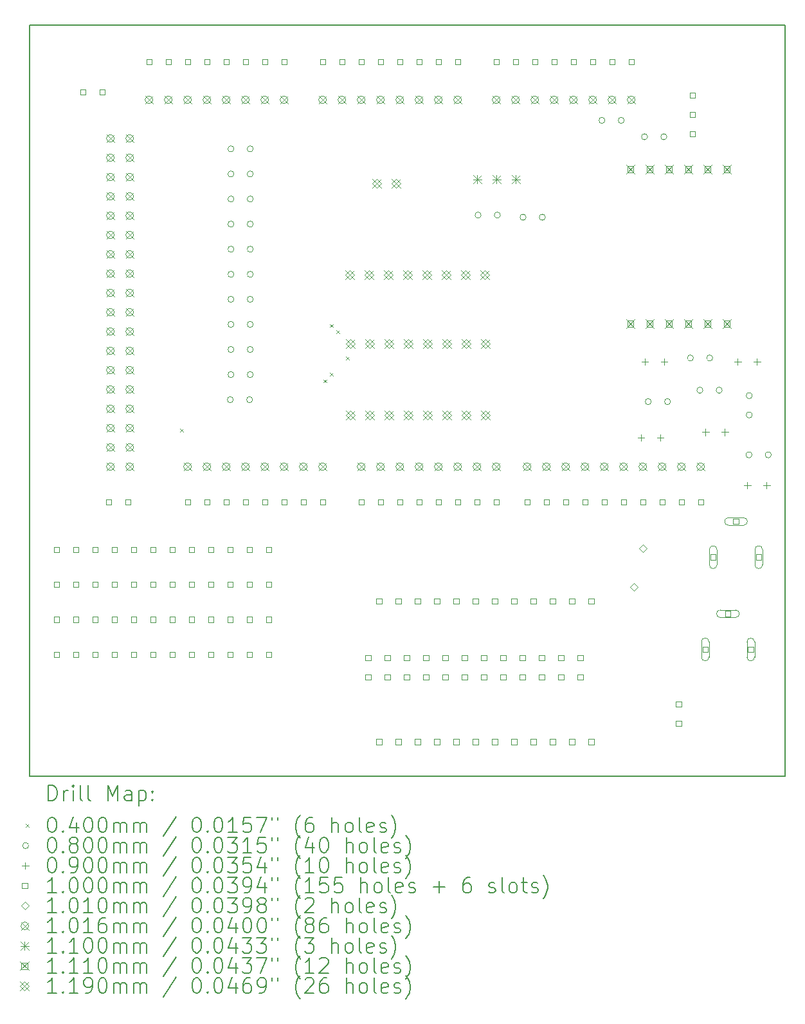
<source format=gbr>
%TF.GenerationSoftware,KiCad,Pcbnew,9.0.5*%
%TF.CreationDate,2025-12-14T12:46:48+10:00*%
%TF.ProjectId,Jet Ranger Upper Controller,4a657420-5261-46e6-9765-722055707065,rev?*%
%TF.SameCoordinates,Original*%
%TF.FileFunction,Drillmap*%
%TF.FilePolarity,Positive*%
%FSLAX45Y45*%
G04 Gerber Fmt 4.5, Leading zero omitted, Abs format (unit mm)*
G04 Created by KiCad (PCBNEW 9.0.5) date 2025-12-14 12:46:48*
%MOMM*%
%LPD*%
G01*
G04 APERTURE LIST*
%ADD10C,0.200000*%
%ADD11C,0.100000*%
%ADD12C,0.101000*%
%ADD13C,0.101600*%
%ADD14C,0.110000*%
%ADD15C,0.111000*%
%ADD16C,0.119000*%
G04 APERTURE END LIST*
D10*
X2996400Y-3621640D02*
X12946400Y-3621640D01*
X12946400Y-13501640D01*
X2996400Y-13501640D01*
X2996400Y-3621640D01*
D11*
X4982570Y-8933210D02*
X5022570Y-8973210D01*
X5022570Y-8933210D02*
X4982570Y-8973210D01*
X6869950Y-8282920D02*
X6909950Y-8322920D01*
X6909950Y-8282920D02*
X6869950Y-8322920D01*
X6951090Y-7556180D02*
X6991090Y-7596180D01*
X6991090Y-7556180D02*
X6951090Y-7596180D01*
X6953880Y-8196230D02*
X6993880Y-8236230D01*
X6993880Y-8196230D02*
X6953880Y-8236230D01*
X7036820Y-7634650D02*
X7076820Y-7674650D01*
X7076820Y-7634650D02*
X7036820Y-7674650D01*
X7166200Y-7983330D02*
X7206200Y-8023330D01*
X7206200Y-7983330D02*
X7166200Y-8023330D01*
X5681660Y-8549190D02*
G75*
G02*
X5601660Y-8549190I-40000J0D01*
G01*
X5601660Y-8549190D02*
G75*
G02*
X5681660Y-8549190I40000J0D01*
G01*
X5690000Y-5250000D02*
G75*
G02*
X5610000Y-5250000I-40000J0D01*
G01*
X5610000Y-5250000D02*
G75*
G02*
X5690000Y-5250000I40000J0D01*
G01*
X5690000Y-5579920D02*
G75*
G02*
X5610000Y-5579920I-40000J0D01*
G01*
X5610000Y-5579920D02*
G75*
G02*
X5690000Y-5579920I40000J0D01*
G01*
X5690000Y-5909840D02*
G75*
G02*
X5610000Y-5909840I-40000J0D01*
G01*
X5610000Y-5909840D02*
G75*
G02*
X5690000Y-5909840I40000J0D01*
G01*
X5690000Y-6239760D02*
G75*
G02*
X5610000Y-6239760I-40000J0D01*
G01*
X5610000Y-6239760D02*
G75*
G02*
X5690000Y-6239760I40000J0D01*
G01*
X5690000Y-6569680D02*
G75*
G02*
X5610000Y-6569680I-40000J0D01*
G01*
X5610000Y-6569680D02*
G75*
G02*
X5690000Y-6569680I40000J0D01*
G01*
X5690000Y-6899600D02*
G75*
G02*
X5610000Y-6899600I-40000J0D01*
G01*
X5610000Y-6899600D02*
G75*
G02*
X5690000Y-6899600I40000J0D01*
G01*
X5690000Y-7229510D02*
G75*
G02*
X5610000Y-7229510I-40000J0D01*
G01*
X5610000Y-7229510D02*
G75*
G02*
X5690000Y-7229510I40000J0D01*
G01*
X5690000Y-7559430D02*
G75*
G02*
X5610000Y-7559430I-40000J0D01*
G01*
X5610000Y-7559430D02*
G75*
G02*
X5690000Y-7559430I40000J0D01*
G01*
X5690000Y-7889350D02*
G75*
G02*
X5610000Y-7889350I-40000J0D01*
G01*
X5610000Y-7889350D02*
G75*
G02*
X5690000Y-7889350I40000J0D01*
G01*
X5690000Y-8219270D02*
G75*
G02*
X5610000Y-8219270I-40000J0D01*
G01*
X5610000Y-8219270D02*
G75*
G02*
X5690000Y-8219270I40000J0D01*
G01*
X5935660Y-8549190D02*
G75*
G02*
X5855660Y-8549190I-40000J0D01*
G01*
X5855660Y-8549190D02*
G75*
G02*
X5935660Y-8549190I40000J0D01*
G01*
X5944000Y-5250000D02*
G75*
G02*
X5864000Y-5250000I-40000J0D01*
G01*
X5864000Y-5250000D02*
G75*
G02*
X5944000Y-5250000I40000J0D01*
G01*
X5944000Y-5579920D02*
G75*
G02*
X5864000Y-5579920I-40000J0D01*
G01*
X5864000Y-5579920D02*
G75*
G02*
X5944000Y-5579920I40000J0D01*
G01*
X5944000Y-5909840D02*
G75*
G02*
X5864000Y-5909840I-40000J0D01*
G01*
X5864000Y-5909840D02*
G75*
G02*
X5944000Y-5909840I40000J0D01*
G01*
X5944000Y-6239760D02*
G75*
G02*
X5864000Y-6239760I-40000J0D01*
G01*
X5864000Y-6239760D02*
G75*
G02*
X5944000Y-6239760I40000J0D01*
G01*
X5944000Y-6569680D02*
G75*
G02*
X5864000Y-6569680I-40000J0D01*
G01*
X5864000Y-6569680D02*
G75*
G02*
X5944000Y-6569680I40000J0D01*
G01*
X5944000Y-6899600D02*
G75*
G02*
X5864000Y-6899600I-40000J0D01*
G01*
X5864000Y-6899600D02*
G75*
G02*
X5944000Y-6899600I40000J0D01*
G01*
X5944000Y-7229510D02*
G75*
G02*
X5864000Y-7229510I-40000J0D01*
G01*
X5864000Y-7229510D02*
G75*
G02*
X5944000Y-7229510I40000J0D01*
G01*
X5944000Y-7559430D02*
G75*
G02*
X5864000Y-7559430I-40000J0D01*
G01*
X5864000Y-7559430D02*
G75*
G02*
X5944000Y-7559430I40000J0D01*
G01*
X5944000Y-7889350D02*
G75*
G02*
X5864000Y-7889350I-40000J0D01*
G01*
X5864000Y-7889350D02*
G75*
G02*
X5944000Y-7889350I40000J0D01*
G01*
X5944000Y-8219270D02*
G75*
G02*
X5864000Y-8219270I-40000J0D01*
G01*
X5864000Y-8219270D02*
G75*
G02*
X5944000Y-8219270I40000J0D01*
G01*
X8943750Y-6121250D02*
G75*
G02*
X8863750Y-6121250I-40000J0D01*
G01*
X8863750Y-6121250D02*
G75*
G02*
X8943750Y-6121250I40000J0D01*
G01*
X9197750Y-6121250D02*
G75*
G02*
X9117750Y-6121250I-40000J0D01*
G01*
X9117750Y-6121250D02*
G75*
G02*
X9197750Y-6121250I40000J0D01*
G01*
X9536000Y-6150000D02*
G75*
G02*
X9456000Y-6150000I-40000J0D01*
G01*
X9456000Y-6150000D02*
G75*
G02*
X9536000Y-6150000I40000J0D01*
G01*
X9790000Y-6150000D02*
G75*
G02*
X9710000Y-6150000I-40000J0D01*
G01*
X9710000Y-6150000D02*
G75*
G02*
X9790000Y-6150000I40000J0D01*
G01*
X10575000Y-4875000D02*
G75*
G02*
X10495000Y-4875000I-40000J0D01*
G01*
X10495000Y-4875000D02*
G75*
G02*
X10575000Y-4875000I40000J0D01*
G01*
X10829000Y-4875000D02*
G75*
G02*
X10749000Y-4875000I-40000J0D01*
G01*
X10749000Y-4875000D02*
G75*
G02*
X10829000Y-4875000I40000J0D01*
G01*
X11136000Y-5090000D02*
G75*
G02*
X11056000Y-5090000I-40000J0D01*
G01*
X11056000Y-5090000D02*
G75*
G02*
X11136000Y-5090000I40000J0D01*
G01*
X11185500Y-8575000D02*
G75*
G02*
X11105500Y-8575000I-40000J0D01*
G01*
X11105500Y-8575000D02*
G75*
G02*
X11185500Y-8575000I40000J0D01*
G01*
X11390000Y-5090000D02*
G75*
G02*
X11310000Y-5090000I-40000J0D01*
G01*
X11310000Y-5090000D02*
G75*
G02*
X11390000Y-5090000I40000J0D01*
G01*
X11439500Y-8575000D02*
G75*
G02*
X11359500Y-8575000I-40000J0D01*
G01*
X11359500Y-8575000D02*
G75*
G02*
X11439500Y-8575000I40000J0D01*
G01*
X11740000Y-8000000D02*
G75*
G02*
X11660000Y-8000000I-40000J0D01*
G01*
X11660000Y-8000000D02*
G75*
G02*
X11740000Y-8000000I40000J0D01*
G01*
X11865000Y-8425000D02*
G75*
G02*
X11785000Y-8425000I-40000J0D01*
G01*
X11785000Y-8425000D02*
G75*
G02*
X11865000Y-8425000I40000J0D01*
G01*
X11994000Y-8000000D02*
G75*
G02*
X11914000Y-8000000I-40000J0D01*
G01*
X11914000Y-8000000D02*
G75*
G02*
X11994000Y-8000000I40000J0D01*
G01*
X12119000Y-8425000D02*
G75*
G02*
X12039000Y-8425000I-40000J0D01*
G01*
X12039000Y-8425000D02*
G75*
G02*
X12119000Y-8425000I40000J0D01*
G01*
X12511000Y-9275000D02*
G75*
G02*
X12431000Y-9275000I-40000J0D01*
G01*
X12431000Y-9275000D02*
G75*
G02*
X12511000Y-9275000I40000J0D01*
G01*
X12515000Y-8496000D02*
G75*
G02*
X12435000Y-8496000I-40000J0D01*
G01*
X12435000Y-8496000D02*
G75*
G02*
X12515000Y-8496000I40000J0D01*
G01*
X12515000Y-8750000D02*
G75*
G02*
X12435000Y-8750000I-40000J0D01*
G01*
X12435000Y-8750000D02*
G75*
G02*
X12515000Y-8750000I40000J0D01*
G01*
X12765000Y-9275000D02*
G75*
G02*
X12685000Y-9275000I-40000J0D01*
G01*
X12685000Y-9275000D02*
G75*
G02*
X12765000Y-9275000I40000J0D01*
G01*
X11050000Y-9005000D02*
X11050000Y-9095000D01*
X11005000Y-9050000D02*
X11095000Y-9050000D01*
X11100000Y-8005000D02*
X11100000Y-8095000D01*
X11055000Y-8050000D02*
X11145000Y-8050000D01*
X11304000Y-9005000D02*
X11304000Y-9095000D01*
X11259000Y-9050000D02*
X11349000Y-9050000D01*
X11354000Y-8005000D02*
X11354000Y-8095000D01*
X11309000Y-8050000D02*
X11399000Y-8050000D01*
X11900000Y-8930000D02*
X11900000Y-9020000D01*
X11855000Y-8975000D02*
X11945000Y-8975000D01*
X12154000Y-8930000D02*
X12154000Y-9020000D01*
X12109000Y-8975000D02*
X12199000Y-8975000D01*
X12323000Y-8005000D02*
X12323000Y-8095000D01*
X12278000Y-8050000D02*
X12368000Y-8050000D01*
X12450000Y-9630000D02*
X12450000Y-9720000D01*
X12405000Y-9675000D02*
X12495000Y-9675000D01*
X12577000Y-8005000D02*
X12577000Y-8095000D01*
X12532000Y-8050000D02*
X12622000Y-8050000D01*
X12704000Y-9630000D02*
X12704000Y-9720000D01*
X12659000Y-9675000D02*
X12749000Y-9675000D01*
X3391356Y-10558356D02*
X3391356Y-10487644D01*
X3320644Y-10487644D01*
X3320644Y-10558356D01*
X3391356Y-10558356D01*
X3391356Y-11017356D02*
X3391356Y-10946644D01*
X3320644Y-10946644D01*
X3320644Y-11017356D01*
X3391356Y-11017356D01*
X3391356Y-11476356D02*
X3391356Y-11405644D01*
X3320644Y-11405644D01*
X3320644Y-11476356D01*
X3391356Y-11476356D01*
X3391356Y-11935356D02*
X3391356Y-11864644D01*
X3320644Y-11864644D01*
X3320644Y-11935356D01*
X3391356Y-11935356D01*
X3645356Y-10558356D02*
X3645356Y-10487644D01*
X3574644Y-10487644D01*
X3574644Y-10558356D01*
X3645356Y-10558356D01*
X3645356Y-11017356D02*
X3645356Y-10946644D01*
X3574644Y-10946644D01*
X3574644Y-11017356D01*
X3645356Y-11017356D01*
X3645356Y-11476356D02*
X3645356Y-11405644D01*
X3574644Y-11405644D01*
X3574644Y-11476356D01*
X3645356Y-11476356D01*
X3645356Y-11935356D02*
X3645356Y-11864644D01*
X3574644Y-11864644D01*
X3574644Y-11935356D01*
X3645356Y-11935356D01*
X3735356Y-4535356D02*
X3735356Y-4464644D01*
X3664644Y-4464644D01*
X3664644Y-4535356D01*
X3735356Y-4535356D01*
X3899356Y-10558356D02*
X3899356Y-10487644D01*
X3828644Y-10487644D01*
X3828644Y-10558356D01*
X3899356Y-10558356D01*
X3899356Y-11017356D02*
X3899356Y-10946644D01*
X3828644Y-10946644D01*
X3828644Y-11017356D01*
X3899356Y-11017356D01*
X3899356Y-11476356D02*
X3899356Y-11405644D01*
X3828644Y-11405644D01*
X3828644Y-11476356D01*
X3899356Y-11476356D01*
X3899356Y-11935356D02*
X3899356Y-11864644D01*
X3828644Y-11864644D01*
X3828644Y-11935356D01*
X3899356Y-11935356D01*
X3989356Y-4535356D02*
X3989356Y-4464644D01*
X3918644Y-4464644D01*
X3918644Y-4535356D01*
X3989356Y-4535356D01*
X4076496Y-9928656D02*
X4076496Y-9857944D01*
X4005784Y-9857944D01*
X4005784Y-9928656D01*
X4076496Y-9928656D01*
X4153356Y-10558356D02*
X4153356Y-10487644D01*
X4082644Y-10487644D01*
X4082644Y-10558356D01*
X4153356Y-10558356D01*
X4153356Y-11017356D02*
X4153356Y-10946644D01*
X4082644Y-10946644D01*
X4082644Y-11017356D01*
X4153356Y-11017356D01*
X4153356Y-11476356D02*
X4153356Y-11405644D01*
X4082644Y-11405644D01*
X4082644Y-11476356D01*
X4153356Y-11476356D01*
X4153356Y-11935356D02*
X4153356Y-11864644D01*
X4082644Y-11864644D01*
X4082644Y-11935356D01*
X4153356Y-11935356D01*
X4330496Y-9928656D02*
X4330496Y-9857944D01*
X4259784Y-9857944D01*
X4259784Y-9928656D01*
X4330496Y-9928656D01*
X4407356Y-10558356D02*
X4407356Y-10487644D01*
X4336644Y-10487644D01*
X4336644Y-10558356D01*
X4407356Y-10558356D01*
X4407356Y-11017356D02*
X4407356Y-10946644D01*
X4336644Y-10946644D01*
X4336644Y-11017356D01*
X4407356Y-11017356D01*
X4407356Y-11476356D02*
X4407356Y-11405644D01*
X4336644Y-11405644D01*
X4336644Y-11476356D01*
X4407356Y-11476356D01*
X4407356Y-11935356D02*
X4407356Y-11864644D01*
X4336644Y-11864644D01*
X4336644Y-11935356D01*
X4407356Y-11935356D01*
X4607356Y-4139996D02*
X4607356Y-4069284D01*
X4536644Y-4069284D01*
X4536644Y-4139996D01*
X4607356Y-4139996D01*
X4661356Y-10558356D02*
X4661356Y-10487644D01*
X4590644Y-10487644D01*
X4590644Y-10558356D01*
X4661356Y-10558356D01*
X4661356Y-11017356D02*
X4661356Y-10946644D01*
X4590644Y-10946644D01*
X4590644Y-11017356D01*
X4661356Y-11017356D01*
X4661356Y-11476356D02*
X4661356Y-11405644D01*
X4590644Y-11405644D01*
X4590644Y-11476356D01*
X4661356Y-11476356D01*
X4661356Y-11935356D02*
X4661356Y-11864644D01*
X4590644Y-11864644D01*
X4590644Y-11935356D01*
X4661356Y-11935356D01*
X4861356Y-4139996D02*
X4861356Y-4069284D01*
X4790644Y-4069284D01*
X4790644Y-4139996D01*
X4861356Y-4139996D01*
X4915356Y-10558356D02*
X4915356Y-10487644D01*
X4844644Y-10487644D01*
X4844644Y-10558356D01*
X4915356Y-10558356D01*
X4915356Y-11017356D02*
X4915356Y-10946644D01*
X4844644Y-10946644D01*
X4844644Y-11017356D01*
X4915356Y-11017356D01*
X4915356Y-11476356D02*
X4915356Y-11405644D01*
X4844644Y-11405644D01*
X4844644Y-11476356D01*
X4915356Y-11476356D01*
X4915356Y-11935356D02*
X4915356Y-11864644D01*
X4844644Y-11864644D01*
X4844644Y-11935356D01*
X4915356Y-11935356D01*
X5115356Y-4139996D02*
X5115356Y-4069284D01*
X5044644Y-4069284D01*
X5044644Y-4139996D01*
X5115356Y-4139996D01*
X5115356Y-9931196D02*
X5115356Y-9860484D01*
X5044644Y-9860484D01*
X5044644Y-9931196D01*
X5115356Y-9931196D01*
X5169356Y-10558356D02*
X5169356Y-10487644D01*
X5098644Y-10487644D01*
X5098644Y-10558356D01*
X5169356Y-10558356D01*
X5169356Y-11017356D02*
X5169356Y-10946644D01*
X5098644Y-10946644D01*
X5098644Y-11017356D01*
X5169356Y-11017356D01*
X5169356Y-11476356D02*
X5169356Y-11405644D01*
X5098644Y-11405644D01*
X5098644Y-11476356D01*
X5169356Y-11476356D01*
X5169356Y-11935356D02*
X5169356Y-11864644D01*
X5098644Y-11864644D01*
X5098644Y-11935356D01*
X5169356Y-11935356D01*
X5369356Y-4139996D02*
X5369356Y-4069284D01*
X5298644Y-4069284D01*
X5298644Y-4139996D01*
X5369356Y-4139996D01*
X5369356Y-9931196D02*
X5369356Y-9860484D01*
X5298644Y-9860484D01*
X5298644Y-9931196D01*
X5369356Y-9931196D01*
X5423356Y-10558356D02*
X5423356Y-10487644D01*
X5352644Y-10487644D01*
X5352644Y-10558356D01*
X5423356Y-10558356D01*
X5423356Y-11017356D02*
X5423356Y-10946644D01*
X5352644Y-10946644D01*
X5352644Y-11017356D01*
X5423356Y-11017356D01*
X5423356Y-11476356D02*
X5423356Y-11405644D01*
X5352644Y-11405644D01*
X5352644Y-11476356D01*
X5423356Y-11476356D01*
X5423356Y-11935356D02*
X5423356Y-11864644D01*
X5352644Y-11864644D01*
X5352644Y-11935356D01*
X5423356Y-11935356D01*
X5623356Y-4139996D02*
X5623356Y-4069284D01*
X5552644Y-4069284D01*
X5552644Y-4139996D01*
X5623356Y-4139996D01*
X5623356Y-9931196D02*
X5623356Y-9860484D01*
X5552644Y-9860484D01*
X5552644Y-9931196D01*
X5623356Y-9931196D01*
X5677356Y-10558356D02*
X5677356Y-10487644D01*
X5606644Y-10487644D01*
X5606644Y-10558356D01*
X5677356Y-10558356D01*
X5677356Y-11017356D02*
X5677356Y-10946644D01*
X5606644Y-10946644D01*
X5606644Y-11017356D01*
X5677356Y-11017356D01*
X5677356Y-11476356D02*
X5677356Y-11405644D01*
X5606644Y-11405644D01*
X5606644Y-11476356D01*
X5677356Y-11476356D01*
X5677356Y-11935356D02*
X5677356Y-11864644D01*
X5606644Y-11864644D01*
X5606644Y-11935356D01*
X5677356Y-11935356D01*
X5877356Y-4139996D02*
X5877356Y-4069284D01*
X5806644Y-4069284D01*
X5806644Y-4139996D01*
X5877356Y-4139996D01*
X5877356Y-9931196D02*
X5877356Y-9860484D01*
X5806644Y-9860484D01*
X5806644Y-9931196D01*
X5877356Y-9931196D01*
X5931356Y-10558356D02*
X5931356Y-10487644D01*
X5860644Y-10487644D01*
X5860644Y-10558356D01*
X5931356Y-10558356D01*
X5931356Y-11017356D02*
X5931356Y-10946644D01*
X5860644Y-10946644D01*
X5860644Y-11017356D01*
X5931356Y-11017356D01*
X5931356Y-11476356D02*
X5931356Y-11405644D01*
X5860644Y-11405644D01*
X5860644Y-11476356D01*
X5931356Y-11476356D01*
X5931356Y-11935356D02*
X5931356Y-11864644D01*
X5860644Y-11864644D01*
X5860644Y-11935356D01*
X5931356Y-11935356D01*
X6131356Y-4139996D02*
X6131356Y-4069284D01*
X6060644Y-4069284D01*
X6060644Y-4139996D01*
X6131356Y-4139996D01*
X6131356Y-9931196D02*
X6131356Y-9860484D01*
X6060644Y-9860484D01*
X6060644Y-9931196D01*
X6131356Y-9931196D01*
X6185356Y-10558356D02*
X6185356Y-10487644D01*
X6114644Y-10487644D01*
X6114644Y-10558356D01*
X6185356Y-10558356D01*
X6185356Y-11017356D02*
X6185356Y-10946644D01*
X6114644Y-10946644D01*
X6114644Y-11017356D01*
X6185356Y-11017356D01*
X6185356Y-11476356D02*
X6185356Y-11405644D01*
X6114644Y-11405644D01*
X6114644Y-11476356D01*
X6185356Y-11476356D01*
X6185356Y-11935356D02*
X6185356Y-11864644D01*
X6114644Y-11864644D01*
X6114644Y-11935356D01*
X6185356Y-11935356D01*
X6385356Y-4139996D02*
X6385356Y-4069284D01*
X6314644Y-4069284D01*
X6314644Y-4139996D01*
X6385356Y-4139996D01*
X6385356Y-9931196D02*
X6385356Y-9860484D01*
X6314644Y-9860484D01*
X6314644Y-9931196D01*
X6385356Y-9931196D01*
X6639356Y-9931196D02*
X6639356Y-9860484D01*
X6568644Y-9860484D01*
X6568644Y-9931196D01*
X6639356Y-9931196D01*
X6893356Y-4139996D02*
X6893356Y-4069284D01*
X6822644Y-4069284D01*
X6822644Y-4139996D01*
X6893356Y-4139996D01*
X6893356Y-9931196D02*
X6893356Y-9860484D01*
X6822644Y-9860484D01*
X6822644Y-9931196D01*
X6893356Y-9931196D01*
X7147356Y-4139996D02*
X7147356Y-4069284D01*
X7076644Y-4069284D01*
X7076644Y-4139996D01*
X7147356Y-4139996D01*
X7401356Y-4139996D02*
X7401356Y-4069284D01*
X7330644Y-4069284D01*
X7330644Y-4139996D01*
X7401356Y-4139996D01*
X7401356Y-9931196D02*
X7401356Y-9860484D01*
X7330644Y-9860484D01*
X7330644Y-9931196D01*
X7401356Y-9931196D01*
X7491356Y-11981356D02*
X7491356Y-11910644D01*
X7420644Y-11910644D01*
X7420644Y-11981356D01*
X7491356Y-11981356D01*
X7491356Y-12235356D02*
X7491356Y-12164644D01*
X7420644Y-12164644D01*
X7420644Y-12235356D01*
X7491356Y-12235356D01*
X7635356Y-11235356D02*
X7635356Y-11164644D01*
X7564644Y-11164644D01*
X7564644Y-11235356D01*
X7635356Y-11235356D01*
X7635356Y-13085356D02*
X7635356Y-13014644D01*
X7564644Y-13014644D01*
X7564644Y-13085356D01*
X7635356Y-13085356D01*
X7655356Y-4139996D02*
X7655356Y-4069284D01*
X7584644Y-4069284D01*
X7584644Y-4139996D01*
X7655356Y-4139996D01*
X7655356Y-9931196D02*
X7655356Y-9860484D01*
X7584644Y-9860484D01*
X7584644Y-9931196D01*
X7655356Y-9931196D01*
X7745356Y-11981356D02*
X7745356Y-11910644D01*
X7674644Y-11910644D01*
X7674644Y-11981356D01*
X7745356Y-11981356D01*
X7745356Y-12235356D02*
X7745356Y-12164644D01*
X7674644Y-12164644D01*
X7674644Y-12235356D01*
X7745356Y-12235356D01*
X7889356Y-11235356D02*
X7889356Y-11164644D01*
X7818644Y-11164644D01*
X7818644Y-11235356D01*
X7889356Y-11235356D01*
X7889356Y-13085356D02*
X7889356Y-13014644D01*
X7818644Y-13014644D01*
X7818644Y-13085356D01*
X7889356Y-13085356D01*
X7909356Y-4139996D02*
X7909356Y-4069284D01*
X7838644Y-4069284D01*
X7838644Y-4139996D01*
X7909356Y-4139996D01*
X7909356Y-9931196D02*
X7909356Y-9860484D01*
X7838644Y-9860484D01*
X7838644Y-9931196D01*
X7909356Y-9931196D01*
X7999356Y-11981356D02*
X7999356Y-11910644D01*
X7928644Y-11910644D01*
X7928644Y-11981356D01*
X7999356Y-11981356D01*
X7999356Y-12235356D02*
X7999356Y-12164644D01*
X7928644Y-12164644D01*
X7928644Y-12235356D01*
X7999356Y-12235356D01*
X8143356Y-11235356D02*
X8143356Y-11164644D01*
X8072644Y-11164644D01*
X8072644Y-11235356D01*
X8143356Y-11235356D01*
X8143356Y-13085356D02*
X8143356Y-13014644D01*
X8072644Y-13014644D01*
X8072644Y-13085356D01*
X8143356Y-13085356D01*
X8163356Y-4139996D02*
X8163356Y-4069284D01*
X8092644Y-4069284D01*
X8092644Y-4139996D01*
X8163356Y-4139996D01*
X8163356Y-9931196D02*
X8163356Y-9860484D01*
X8092644Y-9860484D01*
X8092644Y-9931196D01*
X8163356Y-9931196D01*
X8253356Y-11981356D02*
X8253356Y-11910644D01*
X8182644Y-11910644D01*
X8182644Y-11981356D01*
X8253356Y-11981356D01*
X8253356Y-12235356D02*
X8253356Y-12164644D01*
X8182644Y-12164644D01*
X8182644Y-12235356D01*
X8253356Y-12235356D01*
X8397356Y-11235356D02*
X8397356Y-11164644D01*
X8326644Y-11164644D01*
X8326644Y-11235356D01*
X8397356Y-11235356D01*
X8397356Y-13085356D02*
X8397356Y-13014644D01*
X8326644Y-13014644D01*
X8326644Y-13085356D01*
X8397356Y-13085356D01*
X8417356Y-4139996D02*
X8417356Y-4069284D01*
X8346644Y-4069284D01*
X8346644Y-4139996D01*
X8417356Y-4139996D01*
X8417356Y-9931196D02*
X8417356Y-9860484D01*
X8346644Y-9860484D01*
X8346644Y-9931196D01*
X8417356Y-9931196D01*
X8507356Y-11981356D02*
X8507356Y-11910644D01*
X8436644Y-11910644D01*
X8436644Y-11981356D01*
X8507356Y-11981356D01*
X8507356Y-12235356D02*
X8507356Y-12164644D01*
X8436644Y-12164644D01*
X8436644Y-12235356D01*
X8507356Y-12235356D01*
X8651356Y-11235356D02*
X8651356Y-11164644D01*
X8580644Y-11164644D01*
X8580644Y-11235356D01*
X8651356Y-11235356D01*
X8651356Y-13085356D02*
X8651356Y-13014644D01*
X8580644Y-13014644D01*
X8580644Y-13085356D01*
X8651356Y-13085356D01*
X8671356Y-4139996D02*
X8671356Y-4069284D01*
X8600644Y-4069284D01*
X8600644Y-4139996D01*
X8671356Y-4139996D01*
X8671356Y-9931196D02*
X8671356Y-9860484D01*
X8600644Y-9860484D01*
X8600644Y-9931196D01*
X8671356Y-9931196D01*
X8761356Y-11981356D02*
X8761356Y-11910644D01*
X8690644Y-11910644D01*
X8690644Y-11981356D01*
X8761356Y-11981356D01*
X8761356Y-12235356D02*
X8761356Y-12164644D01*
X8690644Y-12164644D01*
X8690644Y-12235356D01*
X8761356Y-12235356D01*
X8905356Y-11235356D02*
X8905356Y-11164644D01*
X8834644Y-11164644D01*
X8834644Y-11235356D01*
X8905356Y-11235356D01*
X8905356Y-13085356D02*
X8905356Y-13014644D01*
X8834644Y-13014644D01*
X8834644Y-13085356D01*
X8905356Y-13085356D01*
X8925356Y-9931196D02*
X8925356Y-9860484D01*
X8854644Y-9860484D01*
X8854644Y-9931196D01*
X8925356Y-9931196D01*
X9015356Y-11981356D02*
X9015356Y-11910644D01*
X8944644Y-11910644D01*
X8944644Y-11981356D01*
X9015356Y-11981356D01*
X9015356Y-12235356D02*
X9015356Y-12164644D01*
X8944644Y-12164644D01*
X8944644Y-12235356D01*
X9015356Y-12235356D01*
X9159356Y-11235356D02*
X9159356Y-11164644D01*
X9088644Y-11164644D01*
X9088644Y-11235356D01*
X9159356Y-11235356D01*
X9159356Y-13085356D02*
X9159356Y-13014644D01*
X9088644Y-13014644D01*
X9088644Y-13085356D01*
X9159356Y-13085356D01*
X9179356Y-4139996D02*
X9179356Y-4069284D01*
X9108644Y-4069284D01*
X9108644Y-4139996D01*
X9179356Y-4139996D01*
X9179356Y-9931196D02*
X9179356Y-9860484D01*
X9108644Y-9860484D01*
X9108644Y-9931196D01*
X9179356Y-9931196D01*
X9269356Y-11981356D02*
X9269356Y-11910644D01*
X9198644Y-11910644D01*
X9198644Y-11981356D01*
X9269356Y-11981356D01*
X9269356Y-12235356D02*
X9269356Y-12164644D01*
X9198644Y-12164644D01*
X9198644Y-12235356D01*
X9269356Y-12235356D01*
X9413356Y-11235356D02*
X9413356Y-11164644D01*
X9342644Y-11164644D01*
X9342644Y-11235356D01*
X9413356Y-11235356D01*
X9413356Y-13085356D02*
X9413356Y-13014644D01*
X9342644Y-13014644D01*
X9342644Y-13085356D01*
X9413356Y-13085356D01*
X9433356Y-4139996D02*
X9433356Y-4069284D01*
X9362644Y-4069284D01*
X9362644Y-4139996D01*
X9433356Y-4139996D01*
X9523356Y-11981356D02*
X9523356Y-11910644D01*
X9452644Y-11910644D01*
X9452644Y-11981356D01*
X9523356Y-11981356D01*
X9523356Y-12235356D02*
X9523356Y-12164644D01*
X9452644Y-12164644D01*
X9452644Y-12235356D01*
X9523356Y-12235356D01*
X9585756Y-9931196D02*
X9585756Y-9860484D01*
X9515044Y-9860484D01*
X9515044Y-9931196D01*
X9585756Y-9931196D01*
X9667356Y-11235356D02*
X9667356Y-11164644D01*
X9596644Y-11164644D01*
X9596644Y-11235356D01*
X9667356Y-11235356D01*
X9667356Y-13085356D02*
X9667356Y-13014644D01*
X9596644Y-13014644D01*
X9596644Y-13085356D01*
X9667356Y-13085356D01*
X9687356Y-4139996D02*
X9687356Y-4069284D01*
X9616644Y-4069284D01*
X9616644Y-4139996D01*
X9687356Y-4139996D01*
X9777356Y-11981356D02*
X9777356Y-11910644D01*
X9706644Y-11910644D01*
X9706644Y-11981356D01*
X9777356Y-11981356D01*
X9777356Y-12235356D02*
X9777356Y-12164644D01*
X9706644Y-12164644D01*
X9706644Y-12235356D01*
X9777356Y-12235356D01*
X9839756Y-9931196D02*
X9839756Y-9860484D01*
X9769044Y-9860484D01*
X9769044Y-9931196D01*
X9839756Y-9931196D01*
X9921356Y-11235356D02*
X9921356Y-11164644D01*
X9850644Y-11164644D01*
X9850644Y-11235356D01*
X9921356Y-11235356D01*
X9921356Y-13085356D02*
X9921356Y-13014644D01*
X9850644Y-13014644D01*
X9850644Y-13085356D01*
X9921356Y-13085356D01*
X9941356Y-4139996D02*
X9941356Y-4069284D01*
X9870644Y-4069284D01*
X9870644Y-4139996D01*
X9941356Y-4139996D01*
X10031356Y-11981356D02*
X10031356Y-11910644D01*
X9960644Y-11910644D01*
X9960644Y-11981356D01*
X10031356Y-11981356D01*
X10031356Y-12235356D02*
X10031356Y-12164644D01*
X9960644Y-12164644D01*
X9960644Y-12235356D01*
X10031356Y-12235356D01*
X10093756Y-9931196D02*
X10093756Y-9860484D01*
X10023044Y-9860484D01*
X10023044Y-9931196D01*
X10093756Y-9931196D01*
X10175356Y-11235356D02*
X10175356Y-11164644D01*
X10104644Y-11164644D01*
X10104644Y-11235356D01*
X10175356Y-11235356D01*
X10175356Y-13085356D02*
X10175356Y-13014644D01*
X10104644Y-13014644D01*
X10104644Y-13085356D01*
X10175356Y-13085356D01*
X10195356Y-4139996D02*
X10195356Y-4069284D01*
X10124644Y-4069284D01*
X10124644Y-4139996D01*
X10195356Y-4139996D01*
X10285356Y-11981356D02*
X10285356Y-11910644D01*
X10214644Y-11910644D01*
X10214644Y-11981356D01*
X10285356Y-11981356D01*
X10285356Y-12235356D02*
X10285356Y-12164644D01*
X10214644Y-12164644D01*
X10214644Y-12235356D01*
X10285356Y-12235356D01*
X10347756Y-9931196D02*
X10347756Y-9860484D01*
X10277044Y-9860484D01*
X10277044Y-9931196D01*
X10347756Y-9931196D01*
X10429356Y-11235356D02*
X10429356Y-11164644D01*
X10358644Y-11164644D01*
X10358644Y-11235356D01*
X10429356Y-11235356D01*
X10429356Y-13085356D02*
X10429356Y-13014644D01*
X10358644Y-13014644D01*
X10358644Y-13085356D01*
X10429356Y-13085356D01*
X10449356Y-4139996D02*
X10449356Y-4069284D01*
X10378644Y-4069284D01*
X10378644Y-4139996D01*
X10449356Y-4139996D01*
X10601756Y-9931196D02*
X10601756Y-9860484D01*
X10531044Y-9860484D01*
X10531044Y-9931196D01*
X10601756Y-9931196D01*
X10703356Y-4139996D02*
X10703356Y-4069284D01*
X10632644Y-4069284D01*
X10632644Y-4139996D01*
X10703356Y-4139996D01*
X10855756Y-9931196D02*
X10855756Y-9860484D01*
X10785044Y-9860484D01*
X10785044Y-9931196D01*
X10855756Y-9931196D01*
X10957356Y-4139996D02*
X10957356Y-4069284D01*
X10886644Y-4069284D01*
X10886644Y-4139996D01*
X10957356Y-4139996D01*
X11109756Y-9931196D02*
X11109756Y-9860484D01*
X11039044Y-9860484D01*
X11039044Y-9931196D01*
X11109756Y-9931196D01*
X11363756Y-9931196D02*
X11363756Y-9860484D01*
X11293044Y-9860484D01*
X11293044Y-9931196D01*
X11363756Y-9931196D01*
X11580356Y-12591356D02*
X11580356Y-12520644D01*
X11509644Y-12520644D01*
X11509644Y-12591356D01*
X11580356Y-12591356D01*
X11580356Y-12845356D02*
X11580356Y-12774644D01*
X11509644Y-12774644D01*
X11509644Y-12845356D01*
X11580356Y-12845356D01*
X11617756Y-9931196D02*
X11617756Y-9860484D01*
X11547044Y-9860484D01*
X11547044Y-9931196D01*
X11617756Y-9931196D01*
X11765156Y-4582356D02*
X11765156Y-4511644D01*
X11694444Y-4511644D01*
X11694444Y-4582356D01*
X11765156Y-4582356D01*
X11765156Y-4836356D02*
X11765156Y-4765644D01*
X11694444Y-4765644D01*
X11694444Y-4836356D01*
X11765156Y-4836356D01*
X11765156Y-5090356D02*
X11765156Y-5019644D01*
X11694444Y-5019644D01*
X11694444Y-5090356D01*
X11765156Y-5090356D01*
X11871756Y-9931196D02*
X11871756Y-9860484D01*
X11801044Y-9860484D01*
X11801044Y-9931196D01*
X11871756Y-9931196D01*
X11930256Y-11870356D02*
X11930256Y-11799644D01*
X11859544Y-11799644D01*
X11859544Y-11870356D01*
X11930256Y-11870356D01*
X11944900Y-11935000D02*
X11944900Y-11735000D01*
X11844900Y-11735000D02*
G75*
G02*
X11944900Y-11735000I50000J0D01*
G01*
X11844900Y-11735000D02*
X11844900Y-11935000D01*
X11844900Y-11935000D02*
G75*
G03*
X11944900Y-11935000I50000J0D01*
G01*
X12035356Y-10656106D02*
X12035356Y-10585394D01*
X11964644Y-10585394D01*
X11964644Y-10656106D01*
X12035356Y-10656106D01*
X12050000Y-10720750D02*
X12050000Y-10520750D01*
X11950000Y-10520750D02*
G75*
G02*
X12050000Y-10520750I50000J0D01*
G01*
X11950000Y-10520750D02*
X11950000Y-10720750D01*
X11950000Y-10720750D02*
G75*
G03*
X12050000Y-10720750I50000J0D01*
G01*
X12230256Y-11400356D02*
X12230256Y-11329644D01*
X12159544Y-11329644D01*
X12159544Y-11400356D01*
X12230256Y-11400356D01*
X12294900Y-11315000D02*
X12094900Y-11315000D01*
X12094900Y-11415000D02*
G75*
G02*
X12094900Y-11315000I0J50000D01*
G01*
X12094900Y-11415000D02*
X12294900Y-11415000D01*
X12294900Y-11415000D02*
G75*
G03*
X12294900Y-11315000I0J50000D01*
G01*
X12335356Y-10186106D02*
X12335356Y-10115394D01*
X12264644Y-10115394D01*
X12264644Y-10186106D01*
X12335356Y-10186106D01*
X12400000Y-10100750D02*
X12200000Y-10100750D01*
X12200000Y-10200750D02*
G75*
G02*
X12200000Y-10100750I0J50000D01*
G01*
X12200000Y-10200750D02*
X12400000Y-10200750D01*
X12400000Y-10200750D02*
G75*
G03*
X12400000Y-10100750I0J50000D01*
G01*
X12530256Y-11870356D02*
X12530256Y-11799644D01*
X12459544Y-11799644D01*
X12459544Y-11870356D01*
X12530256Y-11870356D01*
X12544900Y-11935000D02*
X12544900Y-11735000D01*
X12444900Y-11735000D02*
G75*
G02*
X12544900Y-11735000I50000J0D01*
G01*
X12444900Y-11735000D02*
X12444900Y-11935000D01*
X12444900Y-11935000D02*
G75*
G03*
X12544900Y-11935000I50000J0D01*
G01*
X12635356Y-10656106D02*
X12635356Y-10585394D01*
X12564644Y-10585394D01*
X12564644Y-10656106D01*
X12635356Y-10656106D01*
X12650000Y-10720750D02*
X12650000Y-10520750D01*
X12550000Y-10520750D02*
G75*
G02*
X12650000Y-10520750I50000J0D01*
G01*
X12550000Y-10520750D02*
X12550000Y-10720750D01*
X12550000Y-10720750D02*
G75*
G03*
X12650000Y-10720750I50000J0D01*
G01*
D12*
X10955000Y-11065500D02*
X11005500Y-11015000D01*
X10955000Y-10964500D01*
X10904500Y-11015000D01*
X10955000Y-11065500D01*
X11075000Y-10555500D02*
X11125500Y-10505000D01*
X11075000Y-10454500D01*
X11024500Y-10505000D01*
X11075000Y-10555500D01*
D13*
X4011700Y-5061130D02*
X4113300Y-5162730D01*
X4113300Y-5061130D02*
X4011700Y-5162730D01*
X4113300Y-5111930D02*
G75*
G02*
X4011700Y-5111930I-50800J0D01*
G01*
X4011700Y-5111930D02*
G75*
G02*
X4113300Y-5111930I50800J0D01*
G01*
X4011700Y-5315130D02*
X4113300Y-5416730D01*
X4113300Y-5315130D02*
X4011700Y-5416730D01*
X4113300Y-5365930D02*
G75*
G02*
X4011700Y-5365930I-50800J0D01*
G01*
X4011700Y-5365930D02*
G75*
G02*
X4113300Y-5365930I50800J0D01*
G01*
X4011700Y-5569130D02*
X4113300Y-5670730D01*
X4113300Y-5569130D02*
X4011700Y-5670730D01*
X4113300Y-5619930D02*
G75*
G02*
X4011700Y-5619930I-50800J0D01*
G01*
X4011700Y-5619930D02*
G75*
G02*
X4113300Y-5619930I50800J0D01*
G01*
X4011700Y-5823130D02*
X4113300Y-5924730D01*
X4113300Y-5823130D02*
X4011700Y-5924730D01*
X4113300Y-5873930D02*
G75*
G02*
X4011700Y-5873930I-50800J0D01*
G01*
X4011700Y-5873930D02*
G75*
G02*
X4113300Y-5873930I50800J0D01*
G01*
X4011700Y-6077130D02*
X4113300Y-6178730D01*
X4113300Y-6077130D02*
X4011700Y-6178730D01*
X4113300Y-6127930D02*
G75*
G02*
X4011700Y-6127930I-50800J0D01*
G01*
X4011700Y-6127930D02*
G75*
G02*
X4113300Y-6127930I50800J0D01*
G01*
X4011700Y-6331130D02*
X4113300Y-6432730D01*
X4113300Y-6331130D02*
X4011700Y-6432730D01*
X4113300Y-6381930D02*
G75*
G02*
X4011700Y-6381930I-50800J0D01*
G01*
X4011700Y-6381930D02*
G75*
G02*
X4113300Y-6381930I50800J0D01*
G01*
X4011700Y-6585130D02*
X4113300Y-6686730D01*
X4113300Y-6585130D02*
X4011700Y-6686730D01*
X4113300Y-6635930D02*
G75*
G02*
X4011700Y-6635930I-50800J0D01*
G01*
X4011700Y-6635930D02*
G75*
G02*
X4113300Y-6635930I50800J0D01*
G01*
X4011700Y-6839130D02*
X4113300Y-6940730D01*
X4113300Y-6839130D02*
X4011700Y-6940730D01*
X4113300Y-6889930D02*
G75*
G02*
X4011700Y-6889930I-50800J0D01*
G01*
X4011700Y-6889930D02*
G75*
G02*
X4113300Y-6889930I50800J0D01*
G01*
X4011700Y-7093130D02*
X4113300Y-7194730D01*
X4113300Y-7093130D02*
X4011700Y-7194730D01*
X4113300Y-7143930D02*
G75*
G02*
X4011700Y-7143930I-50800J0D01*
G01*
X4011700Y-7143930D02*
G75*
G02*
X4113300Y-7143930I50800J0D01*
G01*
X4011700Y-7347130D02*
X4113300Y-7448730D01*
X4113300Y-7347130D02*
X4011700Y-7448730D01*
X4113300Y-7397930D02*
G75*
G02*
X4011700Y-7397930I-50800J0D01*
G01*
X4011700Y-7397930D02*
G75*
G02*
X4113300Y-7397930I50800J0D01*
G01*
X4011700Y-7601130D02*
X4113300Y-7702730D01*
X4113300Y-7601130D02*
X4011700Y-7702730D01*
X4113300Y-7651930D02*
G75*
G02*
X4011700Y-7651930I-50800J0D01*
G01*
X4011700Y-7651930D02*
G75*
G02*
X4113300Y-7651930I50800J0D01*
G01*
X4011700Y-7855130D02*
X4113300Y-7956730D01*
X4113300Y-7855130D02*
X4011700Y-7956730D01*
X4113300Y-7905930D02*
G75*
G02*
X4011700Y-7905930I-50800J0D01*
G01*
X4011700Y-7905930D02*
G75*
G02*
X4113300Y-7905930I50800J0D01*
G01*
X4011700Y-8109130D02*
X4113300Y-8210730D01*
X4113300Y-8109130D02*
X4011700Y-8210730D01*
X4113300Y-8159930D02*
G75*
G02*
X4011700Y-8159930I-50800J0D01*
G01*
X4011700Y-8159930D02*
G75*
G02*
X4113300Y-8159930I50800J0D01*
G01*
X4011700Y-8363130D02*
X4113300Y-8464730D01*
X4113300Y-8363130D02*
X4011700Y-8464730D01*
X4113300Y-8413930D02*
G75*
G02*
X4011700Y-8413930I-50800J0D01*
G01*
X4011700Y-8413930D02*
G75*
G02*
X4113300Y-8413930I50800J0D01*
G01*
X4011700Y-8617130D02*
X4113300Y-8718730D01*
X4113300Y-8617130D02*
X4011700Y-8718730D01*
X4113300Y-8667930D02*
G75*
G02*
X4011700Y-8667930I-50800J0D01*
G01*
X4011700Y-8667930D02*
G75*
G02*
X4113300Y-8667930I50800J0D01*
G01*
X4011700Y-8871130D02*
X4113300Y-8972730D01*
X4113300Y-8871130D02*
X4011700Y-8972730D01*
X4113300Y-8921930D02*
G75*
G02*
X4011700Y-8921930I-50800J0D01*
G01*
X4011700Y-8921930D02*
G75*
G02*
X4113300Y-8921930I50800J0D01*
G01*
X4011700Y-9125130D02*
X4113300Y-9226730D01*
X4113300Y-9125130D02*
X4011700Y-9226730D01*
X4113300Y-9175930D02*
G75*
G02*
X4011700Y-9175930I-50800J0D01*
G01*
X4011700Y-9175930D02*
G75*
G02*
X4113300Y-9175930I50800J0D01*
G01*
X4011700Y-9379130D02*
X4113300Y-9480730D01*
X4113300Y-9379130D02*
X4011700Y-9480730D01*
X4113300Y-9429930D02*
G75*
G02*
X4011700Y-9429930I-50800J0D01*
G01*
X4011700Y-9429930D02*
G75*
G02*
X4113300Y-9429930I50800J0D01*
G01*
X4265700Y-5061130D02*
X4367300Y-5162730D01*
X4367300Y-5061130D02*
X4265700Y-5162730D01*
X4367300Y-5111930D02*
G75*
G02*
X4265700Y-5111930I-50800J0D01*
G01*
X4265700Y-5111930D02*
G75*
G02*
X4367300Y-5111930I50800J0D01*
G01*
X4265700Y-5315130D02*
X4367300Y-5416730D01*
X4367300Y-5315130D02*
X4265700Y-5416730D01*
X4367300Y-5365930D02*
G75*
G02*
X4265700Y-5365930I-50800J0D01*
G01*
X4265700Y-5365930D02*
G75*
G02*
X4367300Y-5365930I50800J0D01*
G01*
X4265700Y-5569130D02*
X4367300Y-5670730D01*
X4367300Y-5569130D02*
X4265700Y-5670730D01*
X4367300Y-5619930D02*
G75*
G02*
X4265700Y-5619930I-50800J0D01*
G01*
X4265700Y-5619930D02*
G75*
G02*
X4367300Y-5619930I50800J0D01*
G01*
X4265700Y-5823130D02*
X4367300Y-5924730D01*
X4367300Y-5823130D02*
X4265700Y-5924730D01*
X4367300Y-5873930D02*
G75*
G02*
X4265700Y-5873930I-50800J0D01*
G01*
X4265700Y-5873930D02*
G75*
G02*
X4367300Y-5873930I50800J0D01*
G01*
X4265700Y-6077130D02*
X4367300Y-6178730D01*
X4367300Y-6077130D02*
X4265700Y-6178730D01*
X4367300Y-6127930D02*
G75*
G02*
X4265700Y-6127930I-50800J0D01*
G01*
X4265700Y-6127930D02*
G75*
G02*
X4367300Y-6127930I50800J0D01*
G01*
X4265700Y-6331130D02*
X4367300Y-6432730D01*
X4367300Y-6331130D02*
X4265700Y-6432730D01*
X4367300Y-6381930D02*
G75*
G02*
X4265700Y-6381930I-50800J0D01*
G01*
X4265700Y-6381930D02*
G75*
G02*
X4367300Y-6381930I50800J0D01*
G01*
X4265700Y-6585130D02*
X4367300Y-6686730D01*
X4367300Y-6585130D02*
X4265700Y-6686730D01*
X4367300Y-6635930D02*
G75*
G02*
X4265700Y-6635930I-50800J0D01*
G01*
X4265700Y-6635930D02*
G75*
G02*
X4367300Y-6635930I50800J0D01*
G01*
X4265700Y-6839130D02*
X4367300Y-6940730D01*
X4367300Y-6839130D02*
X4265700Y-6940730D01*
X4367300Y-6889930D02*
G75*
G02*
X4265700Y-6889930I-50800J0D01*
G01*
X4265700Y-6889930D02*
G75*
G02*
X4367300Y-6889930I50800J0D01*
G01*
X4265700Y-7093130D02*
X4367300Y-7194730D01*
X4367300Y-7093130D02*
X4265700Y-7194730D01*
X4367300Y-7143930D02*
G75*
G02*
X4265700Y-7143930I-50800J0D01*
G01*
X4265700Y-7143930D02*
G75*
G02*
X4367300Y-7143930I50800J0D01*
G01*
X4265700Y-7347130D02*
X4367300Y-7448730D01*
X4367300Y-7347130D02*
X4265700Y-7448730D01*
X4367300Y-7397930D02*
G75*
G02*
X4265700Y-7397930I-50800J0D01*
G01*
X4265700Y-7397930D02*
G75*
G02*
X4367300Y-7397930I50800J0D01*
G01*
X4265700Y-7601130D02*
X4367300Y-7702730D01*
X4367300Y-7601130D02*
X4265700Y-7702730D01*
X4367300Y-7651930D02*
G75*
G02*
X4265700Y-7651930I-50800J0D01*
G01*
X4265700Y-7651930D02*
G75*
G02*
X4367300Y-7651930I50800J0D01*
G01*
X4265700Y-7855130D02*
X4367300Y-7956730D01*
X4367300Y-7855130D02*
X4265700Y-7956730D01*
X4367300Y-7905930D02*
G75*
G02*
X4265700Y-7905930I-50800J0D01*
G01*
X4265700Y-7905930D02*
G75*
G02*
X4367300Y-7905930I50800J0D01*
G01*
X4265700Y-8109130D02*
X4367300Y-8210730D01*
X4367300Y-8109130D02*
X4265700Y-8210730D01*
X4367300Y-8159930D02*
G75*
G02*
X4265700Y-8159930I-50800J0D01*
G01*
X4265700Y-8159930D02*
G75*
G02*
X4367300Y-8159930I50800J0D01*
G01*
X4265700Y-8363130D02*
X4367300Y-8464730D01*
X4367300Y-8363130D02*
X4265700Y-8464730D01*
X4367300Y-8413930D02*
G75*
G02*
X4265700Y-8413930I-50800J0D01*
G01*
X4265700Y-8413930D02*
G75*
G02*
X4367300Y-8413930I50800J0D01*
G01*
X4265700Y-8617130D02*
X4367300Y-8718730D01*
X4367300Y-8617130D02*
X4265700Y-8718730D01*
X4367300Y-8667930D02*
G75*
G02*
X4265700Y-8667930I-50800J0D01*
G01*
X4265700Y-8667930D02*
G75*
G02*
X4367300Y-8667930I50800J0D01*
G01*
X4265700Y-8871130D02*
X4367300Y-8972730D01*
X4367300Y-8871130D02*
X4265700Y-8972730D01*
X4367300Y-8921930D02*
G75*
G02*
X4265700Y-8921930I-50800J0D01*
G01*
X4265700Y-8921930D02*
G75*
G02*
X4367300Y-8921930I50800J0D01*
G01*
X4265700Y-9125130D02*
X4367300Y-9226730D01*
X4367300Y-9125130D02*
X4265700Y-9226730D01*
X4367300Y-9175930D02*
G75*
G02*
X4265700Y-9175930I-50800J0D01*
G01*
X4265700Y-9175930D02*
G75*
G02*
X4367300Y-9175930I50800J0D01*
G01*
X4265700Y-9379130D02*
X4367300Y-9480730D01*
X4367300Y-9379130D02*
X4265700Y-9480730D01*
X4367300Y-9429930D02*
G75*
G02*
X4265700Y-9429930I-50800J0D01*
G01*
X4265700Y-9429930D02*
G75*
G02*
X4367300Y-9429930I50800J0D01*
G01*
X4519700Y-4553130D02*
X4621300Y-4654730D01*
X4621300Y-4553130D02*
X4519700Y-4654730D01*
X4621300Y-4603930D02*
G75*
G02*
X4519700Y-4603930I-50800J0D01*
G01*
X4519700Y-4603930D02*
G75*
G02*
X4621300Y-4603930I50800J0D01*
G01*
X4773700Y-4553130D02*
X4875300Y-4654730D01*
X4875300Y-4553130D02*
X4773700Y-4654730D01*
X4875300Y-4603930D02*
G75*
G02*
X4773700Y-4603930I-50800J0D01*
G01*
X4773700Y-4603930D02*
G75*
G02*
X4875300Y-4603930I50800J0D01*
G01*
X5027700Y-4553130D02*
X5129300Y-4654730D01*
X5129300Y-4553130D02*
X5027700Y-4654730D01*
X5129300Y-4603930D02*
G75*
G02*
X5027700Y-4603930I-50800J0D01*
G01*
X5027700Y-4603930D02*
G75*
G02*
X5129300Y-4603930I50800J0D01*
G01*
X5027700Y-9379130D02*
X5129300Y-9480730D01*
X5129300Y-9379130D02*
X5027700Y-9480730D01*
X5129300Y-9429930D02*
G75*
G02*
X5027700Y-9429930I-50800J0D01*
G01*
X5027700Y-9429930D02*
G75*
G02*
X5129300Y-9429930I50800J0D01*
G01*
X5281700Y-4553130D02*
X5383300Y-4654730D01*
X5383300Y-4553130D02*
X5281700Y-4654730D01*
X5383300Y-4603930D02*
G75*
G02*
X5281700Y-4603930I-50800J0D01*
G01*
X5281700Y-4603930D02*
G75*
G02*
X5383300Y-4603930I50800J0D01*
G01*
X5281700Y-9379130D02*
X5383300Y-9480730D01*
X5383300Y-9379130D02*
X5281700Y-9480730D01*
X5383300Y-9429930D02*
G75*
G02*
X5281700Y-9429930I-50800J0D01*
G01*
X5281700Y-9429930D02*
G75*
G02*
X5383300Y-9429930I50800J0D01*
G01*
X5535700Y-4553130D02*
X5637300Y-4654730D01*
X5637300Y-4553130D02*
X5535700Y-4654730D01*
X5637300Y-4603930D02*
G75*
G02*
X5535700Y-4603930I-50800J0D01*
G01*
X5535700Y-4603930D02*
G75*
G02*
X5637300Y-4603930I50800J0D01*
G01*
X5535700Y-9379130D02*
X5637300Y-9480730D01*
X5637300Y-9379130D02*
X5535700Y-9480730D01*
X5637300Y-9429930D02*
G75*
G02*
X5535700Y-9429930I-50800J0D01*
G01*
X5535700Y-9429930D02*
G75*
G02*
X5637300Y-9429930I50800J0D01*
G01*
X5789700Y-4553130D02*
X5891300Y-4654730D01*
X5891300Y-4553130D02*
X5789700Y-4654730D01*
X5891300Y-4603930D02*
G75*
G02*
X5789700Y-4603930I-50800J0D01*
G01*
X5789700Y-4603930D02*
G75*
G02*
X5891300Y-4603930I50800J0D01*
G01*
X5789700Y-9379130D02*
X5891300Y-9480730D01*
X5891300Y-9379130D02*
X5789700Y-9480730D01*
X5891300Y-9429930D02*
G75*
G02*
X5789700Y-9429930I-50800J0D01*
G01*
X5789700Y-9429930D02*
G75*
G02*
X5891300Y-9429930I50800J0D01*
G01*
X6043700Y-4553130D02*
X6145300Y-4654730D01*
X6145300Y-4553130D02*
X6043700Y-4654730D01*
X6145300Y-4603930D02*
G75*
G02*
X6043700Y-4603930I-50800J0D01*
G01*
X6043700Y-4603930D02*
G75*
G02*
X6145300Y-4603930I50800J0D01*
G01*
X6043700Y-9379130D02*
X6145300Y-9480730D01*
X6145300Y-9379130D02*
X6043700Y-9480730D01*
X6145300Y-9429930D02*
G75*
G02*
X6043700Y-9429930I-50800J0D01*
G01*
X6043700Y-9429930D02*
G75*
G02*
X6145300Y-9429930I50800J0D01*
G01*
X6297700Y-4553130D02*
X6399300Y-4654730D01*
X6399300Y-4553130D02*
X6297700Y-4654730D01*
X6399300Y-4603930D02*
G75*
G02*
X6297700Y-4603930I-50800J0D01*
G01*
X6297700Y-4603930D02*
G75*
G02*
X6399300Y-4603930I50800J0D01*
G01*
X6297700Y-9379130D02*
X6399300Y-9480730D01*
X6399300Y-9379130D02*
X6297700Y-9480730D01*
X6399300Y-9429930D02*
G75*
G02*
X6297700Y-9429930I-50800J0D01*
G01*
X6297700Y-9429930D02*
G75*
G02*
X6399300Y-9429930I50800J0D01*
G01*
X6551700Y-9379130D02*
X6653300Y-9480730D01*
X6653300Y-9379130D02*
X6551700Y-9480730D01*
X6653300Y-9429930D02*
G75*
G02*
X6551700Y-9429930I-50800J0D01*
G01*
X6551700Y-9429930D02*
G75*
G02*
X6653300Y-9429930I50800J0D01*
G01*
X6805700Y-4553130D02*
X6907300Y-4654730D01*
X6907300Y-4553130D02*
X6805700Y-4654730D01*
X6907300Y-4603930D02*
G75*
G02*
X6805700Y-4603930I-50800J0D01*
G01*
X6805700Y-4603930D02*
G75*
G02*
X6907300Y-4603930I50800J0D01*
G01*
X6805700Y-9379130D02*
X6907300Y-9480730D01*
X6907300Y-9379130D02*
X6805700Y-9480730D01*
X6907300Y-9429930D02*
G75*
G02*
X6805700Y-9429930I-50800J0D01*
G01*
X6805700Y-9429930D02*
G75*
G02*
X6907300Y-9429930I50800J0D01*
G01*
X7059700Y-4553130D02*
X7161300Y-4654730D01*
X7161300Y-4553130D02*
X7059700Y-4654730D01*
X7161300Y-4603930D02*
G75*
G02*
X7059700Y-4603930I-50800J0D01*
G01*
X7059700Y-4603930D02*
G75*
G02*
X7161300Y-4603930I50800J0D01*
G01*
X7313700Y-4553130D02*
X7415300Y-4654730D01*
X7415300Y-4553130D02*
X7313700Y-4654730D01*
X7415300Y-4603930D02*
G75*
G02*
X7313700Y-4603930I-50800J0D01*
G01*
X7313700Y-4603930D02*
G75*
G02*
X7415300Y-4603930I50800J0D01*
G01*
X7313700Y-9379130D02*
X7415300Y-9480730D01*
X7415300Y-9379130D02*
X7313700Y-9480730D01*
X7415300Y-9429930D02*
G75*
G02*
X7313700Y-9429930I-50800J0D01*
G01*
X7313700Y-9429930D02*
G75*
G02*
X7415300Y-9429930I50800J0D01*
G01*
X7567700Y-4553130D02*
X7669300Y-4654730D01*
X7669300Y-4553130D02*
X7567700Y-4654730D01*
X7669300Y-4603930D02*
G75*
G02*
X7567700Y-4603930I-50800J0D01*
G01*
X7567700Y-4603930D02*
G75*
G02*
X7669300Y-4603930I50800J0D01*
G01*
X7567700Y-9379130D02*
X7669300Y-9480730D01*
X7669300Y-9379130D02*
X7567700Y-9480730D01*
X7669300Y-9429930D02*
G75*
G02*
X7567700Y-9429930I-50800J0D01*
G01*
X7567700Y-9429930D02*
G75*
G02*
X7669300Y-9429930I50800J0D01*
G01*
X7821700Y-4553130D02*
X7923300Y-4654730D01*
X7923300Y-4553130D02*
X7821700Y-4654730D01*
X7923300Y-4603930D02*
G75*
G02*
X7821700Y-4603930I-50800J0D01*
G01*
X7821700Y-4603930D02*
G75*
G02*
X7923300Y-4603930I50800J0D01*
G01*
X7821700Y-9379130D02*
X7923300Y-9480730D01*
X7923300Y-9379130D02*
X7821700Y-9480730D01*
X7923300Y-9429930D02*
G75*
G02*
X7821700Y-9429930I-50800J0D01*
G01*
X7821700Y-9429930D02*
G75*
G02*
X7923300Y-9429930I50800J0D01*
G01*
X8075700Y-4553130D02*
X8177300Y-4654730D01*
X8177300Y-4553130D02*
X8075700Y-4654730D01*
X8177300Y-4603930D02*
G75*
G02*
X8075700Y-4603930I-50800J0D01*
G01*
X8075700Y-4603930D02*
G75*
G02*
X8177300Y-4603930I50800J0D01*
G01*
X8075700Y-9379130D02*
X8177300Y-9480730D01*
X8177300Y-9379130D02*
X8075700Y-9480730D01*
X8177300Y-9429930D02*
G75*
G02*
X8075700Y-9429930I-50800J0D01*
G01*
X8075700Y-9429930D02*
G75*
G02*
X8177300Y-9429930I50800J0D01*
G01*
X8329700Y-4553130D02*
X8431300Y-4654730D01*
X8431300Y-4553130D02*
X8329700Y-4654730D01*
X8431300Y-4603930D02*
G75*
G02*
X8329700Y-4603930I-50800J0D01*
G01*
X8329700Y-4603930D02*
G75*
G02*
X8431300Y-4603930I50800J0D01*
G01*
X8329700Y-9379130D02*
X8431300Y-9480730D01*
X8431300Y-9379130D02*
X8329700Y-9480730D01*
X8431300Y-9429930D02*
G75*
G02*
X8329700Y-9429930I-50800J0D01*
G01*
X8329700Y-9429930D02*
G75*
G02*
X8431300Y-9429930I50800J0D01*
G01*
X8583700Y-4553130D02*
X8685300Y-4654730D01*
X8685300Y-4553130D02*
X8583700Y-4654730D01*
X8685300Y-4603930D02*
G75*
G02*
X8583700Y-4603930I-50800J0D01*
G01*
X8583700Y-4603930D02*
G75*
G02*
X8685300Y-4603930I50800J0D01*
G01*
X8583700Y-9379130D02*
X8685300Y-9480730D01*
X8685300Y-9379130D02*
X8583700Y-9480730D01*
X8685300Y-9429930D02*
G75*
G02*
X8583700Y-9429930I-50800J0D01*
G01*
X8583700Y-9429930D02*
G75*
G02*
X8685300Y-9429930I50800J0D01*
G01*
X8837700Y-9379130D02*
X8939300Y-9480730D01*
X8939300Y-9379130D02*
X8837700Y-9480730D01*
X8939300Y-9429930D02*
G75*
G02*
X8837700Y-9429930I-50800J0D01*
G01*
X8837700Y-9429930D02*
G75*
G02*
X8939300Y-9429930I50800J0D01*
G01*
X9091700Y-4553130D02*
X9193300Y-4654730D01*
X9193300Y-4553130D02*
X9091700Y-4654730D01*
X9193300Y-4603930D02*
G75*
G02*
X9091700Y-4603930I-50800J0D01*
G01*
X9091700Y-4603930D02*
G75*
G02*
X9193300Y-4603930I50800J0D01*
G01*
X9091700Y-9379130D02*
X9193300Y-9480730D01*
X9193300Y-9379130D02*
X9091700Y-9480730D01*
X9193300Y-9429930D02*
G75*
G02*
X9091700Y-9429930I-50800J0D01*
G01*
X9091700Y-9429930D02*
G75*
G02*
X9193300Y-9429930I50800J0D01*
G01*
X9345700Y-4553130D02*
X9447300Y-4654730D01*
X9447300Y-4553130D02*
X9345700Y-4654730D01*
X9447300Y-4603930D02*
G75*
G02*
X9345700Y-4603930I-50800J0D01*
G01*
X9345700Y-4603930D02*
G75*
G02*
X9447300Y-4603930I50800J0D01*
G01*
X9498100Y-9379130D02*
X9599700Y-9480730D01*
X9599700Y-9379130D02*
X9498100Y-9480730D01*
X9599700Y-9429930D02*
G75*
G02*
X9498100Y-9429930I-50800J0D01*
G01*
X9498100Y-9429930D02*
G75*
G02*
X9599700Y-9429930I50800J0D01*
G01*
X9599700Y-4553130D02*
X9701300Y-4654730D01*
X9701300Y-4553130D02*
X9599700Y-4654730D01*
X9701300Y-4603930D02*
G75*
G02*
X9599700Y-4603930I-50800J0D01*
G01*
X9599700Y-4603930D02*
G75*
G02*
X9701300Y-4603930I50800J0D01*
G01*
X9752100Y-9379130D02*
X9853700Y-9480730D01*
X9853700Y-9379130D02*
X9752100Y-9480730D01*
X9853700Y-9429930D02*
G75*
G02*
X9752100Y-9429930I-50800J0D01*
G01*
X9752100Y-9429930D02*
G75*
G02*
X9853700Y-9429930I50800J0D01*
G01*
X9853700Y-4553130D02*
X9955300Y-4654730D01*
X9955300Y-4553130D02*
X9853700Y-4654730D01*
X9955300Y-4603930D02*
G75*
G02*
X9853700Y-4603930I-50800J0D01*
G01*
X9853700Y-4603930D02*
G75*
G02*
X9955300Y-4603930I50800J0D01*
G01*
X10006100Y-9379130D02*
X10107700Y-9480730D01*
X10107700Y-9379130D02*
X10006100Y-9480730D01*
X10107700Y-9429930D02*
G75*
G02*
X10006100Y-9429930I-50800J0D01*
G01*
X10006100Y-9429930D02*
G75*
G02*
X10107700Y-9429930I50800J0D01*
G01*
X10107700Y-4553130D02*
X10209300Y-4654730D01*
X10209300Y-4553130D02*
X10107700Y-4654730D01*
X10209300Y-4603930D02*
G75*
G02*
X10107700Y-4603930I-50800J0D01*
G01*
X10107700Y-4603930D02*
G75*
G02*
X10209300Y-4603930I50800J0D01*
G01*
X10260100Y-9379130D02*
X10361700Y-9480730D01*
X10361700Y-9379130D02*
X10260100Y-9480730D01*
X10361700Y-9429930D02*
G75*
G02*
X10260100Y-9429930I-50800J0D01*
G01*
X10260100Y-9429930D02*
G75*
G02*
X10361700Y-9429930I50800J0D01*
G01*
X10361700Y-4553130D02*
X10463300Y-4654730D01*
X10463300Y-4553130D02*
X10361700Y-4654730D01*
X10463300Y-4603930D02*
G75*
G02*
X10361700Y-4603930I-50800J0D01*
G01*
X10361700Y-4603930D02*
G75*
G02*
X10463300Y-4603930I50800J0D01*
G01*
X10514100Y-9379130D02*
X10615700Y-9480730D01*
X10615700Y-9379130D02*
X10514100Y-9480730D01*
X10615700Y-9429930D02*
G75*
G02*
X10514100Y-9429930I-50800J0D01*
G01*
X10514100Y-9429930D02*
G75*
G02*
X10615700Y-9429930I50800J0D01*
G01*
X10615700Y-4553130D02*
X10717300Y-4654730D01*
X10717300Y-4553130D02*
X10615700Y-4654730D01*
X10717300Y-4603930D02*
G75*
G02*
X10615700Y-4603930I-50800J0D01*
G01*
X10615700Y-4603930D02*
G75*
G02*
X10717300Y-4603930I50800J0D01*
G01*
X10768100Y-9379130D02*
X10869700Y-9480730D01*
X10869700Y-9379130D02*
X10768100Y-9480730D01*
X10869700Y-9429930D02*
G75*
G02*
X10768100Y-9429930I-50800J0D01*
G01*
X10768100Y-9429930D02*
G75*
G02*
X10869700Y-9429930I50800J0D01*
G01*
X10869700Y-4553130D02*
X10971300Y-4654730D01*
X10971300Y-4553130D02*
X10869700Y-4654730D01*
X10971300Y-4603930D02*
G75*
G02*
X10869700Y-4603930I-50800J0D01*
G01*
X10869700Y-4603930D02*
G75*
G02*
X10971300Y-4603930I50800J0D01*
G01*
X11022100Y-9379130D02*
X11123700Y-9480730D01*
X11123700Y-9379130D02*
X11022100Y-9480730D01*
X11123700Y-9429930D02*
G75*
G02*
X11022100Y-9429930I-50800J0D01*
G01*
X11022100Y-9429930D02*
G75*
G02*
X11123700Y-9429930I50800J0D01*
G01*
X11276100Y-9379130D02*
X11377700Y-9480730D01*
X11377700Y-9379130D02*
X11276100Y-9480730D01*
X11377700Y-9429930D02*
G75*
G02*
X11276100Y-9429930I-50800J0D01*
G01*
X11276100Y-9429930D02*
G75*
G02*
X11377700Y-9429930I50800J0D01*
G01*
X11530100Y-9379130D02*
X11631700Y-9480730D01*
X11631700Y-9379130D02*
X11530100Y-9480730D01*
X11631700Y-9429930D02*
G75*
G02*
X11530100Y-9429930I-50800J0D01*
G01*
X11530100Y-9429930D02*
G75*
G02*
X11631700Y-9429930I50800J0D01*
G01*
X11784100Y-9379130D02*
X11885700Y-9480730D01*
X11885700Y-9379130D02*
X11784100Y-9480730D01*
X11885700Y-9429930D02*
G75*
G02*
X11784100Y-9429930I-50800J0D01*
G01*
X11784100Y-9429930D02*
G75*
G02*
X11885700Y-9429930I50800J0D01*
G01*
D14*
X8837000Y-5595000D02*
X8947000Y-5705000D01*
X8947000Y-5595000D02*
X8837000Y-5705000D01*
X8892000Y-5595000D02*
X8892000Y-5705000D01*
X8837000Y-5650000D02*
X8947000Y-5650000D01*
X9091000Y-5595000D02*
X9201000Y-5705000D01*
X9201000Y-5595000D02*
X9091000Y-5705000D01*
X9146000Y-5595000D02*
X9146000Y-5705000D01*
X9091000Y-5650000D02*
X9201000Y-5650000D01*
X9345000Y-5595000D02*
X9455000Y-5705000D01*
X9455000Y-5595000D02*
X9345000Y-5705000D01*
X9400000Y-5595000D02*
X9400000Y-5705000D01*
X9345000Y-5650000D02*
X9455000Y-5650000D01*
D15*
X10855400Y-5462830D02*
X10966400Y-5573830D01*
X10966400Y-5462830D02*
X10855400Y-5573830D01*
X10950145Y-5557575D02*
X10950145Y-5479085D01*
X10871655Y-5479085D01*
X10871655Y-5557575D01*
X10950145Y-5557575D01*
X10855400Y-7494830D02*
X10966400Y-7605830D01*
X10966400Y-7494830D02*
X10855400Y-7605830D01*
X10950145Y-7589575D02*
X10950145Y-7511085D01*
X10871655Y-7511085D01*
X10871655Y-7589575D01*
X10950145Y-7589575D01*
X11109400Y-5462830D02*
X11220400Y-5573830D01*
X11220400Y-5462830D02*
X11109400Y-5573830D01*
X11204145Y-5557575D02*
X11204145Y-5479085D01*
X11125655Y-5479085D01*
X11125655Y-5557575D01*
X11204145Y-5557575D01*
X11109400Y-7494830D02*
X11220400Y-7605830D01*
X11220400Y-7494830D02*
X11109400Y-7605830D01*
X11204145Y-7589575D02*
X11204145Y-7511085D01*
X11125655Y-7511085D01*
X11125655Y-7589575D01*
X11204145Y-7589575D01*
X11363400Y-5462830D02*
X11474400Y-5573830D01*
X11474400Y-5462830D02*
X11363400Y-5573830D01*
X11458145Y-5557575D02*
X11458145Y-5479085D01*
X11379655Y-5479085D01*
X11379655Y-5557575D01*
X11458145Y-5557575D01*
X11363400Y-7494830D02*
X11474400Y-7605830D01*
X11474400Y-7494830D02*
X11363400Y-7605830D01*
X11458145Y-7589575D02*
X11458145Y-7511085D01*
X11379655Y-7511085D01*
X11379655Y-7589575D01*
X11458145Y-7589575D01*
X11617400Y-5462830D02*
X11728400Y-5573830D01*
X11728400Y-5462830D02*
X11617400Y-5573830D01*
X11712145Y-5557575D02*
X11712145Y-5479085D01*
X11633655Y-5479085D01*
X11633655Y-5557575D01*
X11712145Y-5557575D01*
X11617400Y-7494830D02*
X11728400Y-7605830D01*
X11728400Y-7494830D02*
X11617400Y-7605830D01*
X11712145Y-7589575D02*
X11712145Y-7511085D01*
X11633655Y-7511085D01*
X11633655Y-7589575D01*
X11712145Y-7589575D01*
X11871400Y-5462830D02*
X11982400Y-5573830D01*
X11982400Y-5462830D02*
X11871400Y-5573830D01*
X11966145Y-5557575D02*
X11966145Y-5479085D01*
X11887655Y-5479085D01*
X11887655Y-5557575D01*
X11966145Y-5557575D01*
X11871400Y-7494830D02*
X11982400Y-7605830D01*
X11982400Y-7494830D02*
X11871400Y-7605830D01*
X11966145Y-7589575D02*
X11966145Y-7511085D01*
X11887655Y-7511085D01*
X11887655Y-7589575D01*
X11966145Y-7589575D01*
X12125400Y-5462830D02*
X12236400Y-5573830D01*
X12236400Y-5462830D02*
X12125400Y-5573830D01*
X12220145Y-5557575D02*
X12220145Y-5479085D01*
X12141655Y-5479085D01*
X12141655Y-5557575D01*
X12220145Y-5557575D01*
X12125400Y-7494830D02*
X12236400Y-7605830D01*
X12236400Y-7494830D02*
X12125400Y-7605830D01*
X12220145Y-7589575D02*
X12220145Y-7511085D01*
X12141655Y-7511085D01*
X12141655Y-7589575D01*
X12220145Y-7589575D01*
D16*
X7155830Y-6844620D02*
X7274830Y-6963620D01*
X7274830Y-6844620D02*
X7155830Y-6963620D01*
X7215330Y-6963620D02*
X7274830Y-6904120D01*
X7215330Y-6844620D01*
X7155830Y-6904120D01*
X7215330Y-6963620D01*
X7162500Y-7755500D02*
X7281500Y-7874500D01*
X7281500Y-7755500D02*
X7162500Y-7874500D01*
X7222000Y-7874500D02*
X7281500Y-7815000D01*
X7222000Y-7755500D01*
X7162500Y-7815000D01*
X7222000Y-7874500D01*
X7166500Y-8690500D02*
X7285500Y-8809500D01*
X7285500Y-8690500D02*
X7166500Y-8809500D01*
X7226000Y-8809500D02*
X7285500Y-8750000D01*
X7226000Y-8690500D01*
X7166500Y-8750000D01*
X7226000Y-8809500D01*
X7409830Y-6844620D02*
X7528830Y-6963620D01*
X7528830Y-6844620D02*
X7409830Y-6963620D01*
X7469330Y-6963620D02*
X7528830Y-6904120D01*
X7469330Y-6844620D01*
X7409830Y-6904120D01*
X7469330Y-6963620D01*
X7416500Y-7755500D02*
X7535500Y-7874500D01*
X7535500Y-7755500D02*
X7416500Y-7874500D01*
X7476000Y-7874500D02*
X7535500Y-7815000D01*
X7476000Y-7755500D01*
X7416500Y-7815000D01*
X7476000Y-7874500D01*
X7420500Y-8690500D02*
X7539500Y-8809500D01*
X7539500Y-8690500D02*
X7420500Y-8809500D01*
X7480000Y-8809500D02*
X7539500Y-8750000D01*
X7480000Y-8690500D01*
X7420500Y-8750000D01*
X7480000Y-8809500D01*
X7513000Y-5642500D02*
X7632000Y-5761500D01*
X7632000Y-5642500D02*
X7513000Y-5761500D01*
X7572500Y-5761500D02*
X7632000Y-5702000D01*
X7572500Y-5642500D01*
X7513000Y-5702000D01*
X7572500Y-5761500D01*
X7663830Y-6844620D02*
X7782830Y-6963620D01*
X7782830Y-6844620D02*
X7663830Y-6963620D01*
X7723330Y-6963620D02*
X7782830Y-6904120D01*
X7723330Y-6844620D01*
X7663830Y-6904120D01*
X7723330Y-6963620D01*
X7670500Y-7755500D02*
X7789500Y-7874500D01*
X7789500Y-7755500D02*
X7670500Y-7874500D01*
X7730000Y-7874500D02*
X7789500Y-7815000D01*
X7730000Y-7755500D01*
X7670500Y-7815000D01*
X7730000Y-7874500D01*
X7674500Y-8690500D02*
X7793500Y-8809500D01*
X7793500Y-8690500D02*
X7674500Y-8809500D01*
X7734000Y-8809500D02*
X7793500Y-8750000D01*
X7734000Y-8690500D01*
X7674500Y-8750000D01*
X7734000Y-8809500D01*
X7767000Y-5642500D02*
X7886000Y-5761500D01*
X7886000Y-5642500D02*
X7767000Y-5761500D01*
X7826500Y-5761500D02*
X7886000Y-5702000D01*
X7826500Y-5642500D01*
X7767000Y-5702000D01*
X7826500Y-5761500D01*
X7917830Y-6844620D02*
X8036830Y-6963620D01*
X8036830Y-6844620D02*
X7917830Y-6963620D01*
X7977330Y-6963620D02*
X8036830Y-6904120D01*
X7977330Y-6844620D01*
X7917830Y-6904120D01*
X7977330Y-6963620D01*
X7924500Y-7755500D02*
X8043500Y-7874500D01*
X8043500Y-7755500D02*
X7924500Y-7874500D01*
X7984000Y-7874500D02*
X8043500Y-7815000D01*
X7984000Y-7755500D01*
X7924500Y-7815000D01*
X7984000Y-7874500D01*
X7928500Y-8690500D02*
X8047500Y-8809500D01*
X8047500Y-8690500D02*
X7928500Y-8809500D01*
X7988000Y-8809500D02*
X8047500Y-8750000D01*
X7988000Y-8690500D01*
X7928500Y-8750000D01*
X7988000Y-8809500D01*
X8171830Y-6844620D02*
X8290830Y-6963620D01*
X8290830Y-6844620D02*
X8171830Y-6963620D01*
X8231330Y-6963620D02*
X8290830Y-6904120D01*
X8231330Y-6844620D01*
X8171830Y-6904120D01*
X8231330Y-6963620D01*
X8178500Y-7755500D02*
X8297500Y-7874500D01*
X8297500Y-7755500D02*
X8178500Y-7874500D01*
X8238000Y-7874500D02*
X8297500Y-7815000D01*
X8238000Y-7755500D01*
X8178500Y-7815000D01*
X8238000Y-7874500D01*
X8182500Y-8690500D02*
X8301500Y-8809500D01*
X8301500Y-8690500D02*
X8182500Y-8809500D01*
X8242000Y-8809500D02*
X8301500Y-8750000D01*
X8242000Y-8690500D01*
X8182500Y-8750000D01*
X8242000Y-8809500D01*
X8425830Y-6844620D02*
X8544830Y-6963620D01*
X8544830Y-6844620D02*
X8425830Y-6963620D01*
X8485330Y-6963620D02*
X8544830Y-6904120D01*
X8485330Y-6844620D01*
X8425830Y-6904120D01*
X8485330Y-6963620D01*
X8432500Y-7755500D02*
X8551500Y-7874500D01*
X8551500Y-7755500D02*
X8432500Y-7874500D01*
X8492000Y-7874500D02*
X8551500Y-7815000D01*
X8492000Y-7755500D01*
X8432500Y-7815000D01*
X8492000Y-7874500D01*
X8436500Y-8690500D02*
X8555500Y-8809500D01*
X8555500Y-8690500D02*
X8436500Y-8809500D01*
X8496000Y-8809500D02*
X8555500Y-8750000D01*
X8496000Y-8690500D01*
X8436500Y-8750000D01*
X8496000Y-8809500D01*
X8679830Y-6844620D02*
X8798830Y-6963620D01*
X8798830Y-6844620D02*
X8679830Y-6963620D01*
X8739330Y-6963620D02*
X8798830Y-6904120D01*
X8739330Y-6844620D01*
X8679830Y-6904120D01*
X8739330Y-6963620D01*
X8686500Y-7755500D02*
X8805500Y-7874500D01*
X8805500Y-7755500D02*
X8686500Y-7874500D01*
X8746000Y-7874500D02*
X8805500Y-7815000D01*
X8746000Y-7755500D01*
X8686500Y-7815000D01*
X8746000Y-7874500D01*
X8690500Y-8690500D02*
X8809500Y-8809500D01*
X8809500Y-8690500D02*
X8690500Y-8809500D01*
X8750000Y-8809500D02*
X8809500Y-8750000D01*
X8750000Y-8690500D01*
X8690500Y-8750000D01*
X8750000Y-8809500D01*
X8933830Y-6844620D02*
X9052830Y-6963620D01*
X9052830Y-6844620D02*
X8933830Y-6963620D01*
X8993330Y-6963620D02*
X9052830Y-6904120D01*
X8993330Y-6844620D01*
X8933830Y-6904120D01*
X8993330Y-6963620D01*
X8940500Y-7755500D02*
X9059500Y-7874500D01*
X9059500Y-7755500D02*
X8940500Y-7874500D01*
X9000000Y-7874500D02*
X9059500Y-7815000D01*
X9000000Y-7755500D01*
X8940500Y-7815000D01*
X9000000Y-7874500D01*
X8944500Y-8690500D02*
X9063500Y-8809500D01*
X9063500Y-8690500D02*
X8944500Y-8809500D01*
X9004000Y-8809500D02*
X9063500Y-8750000D01*
X9004000Y-8690500D01*
X8944500Y-8750000D01*
X9004000Y-8809500D01*
D10*
X3247177Y-13823124D02*
X3247177Y-13623124D01*
X3247177Y-13623124D02*
X3294796Y-13623124D01*
X3294796Y-13623124D02*
X3323367Y-13632648D01*
X3323367Y-13632648D02*
X3342415Y-13651695D01*
X3342415Y-13651695D02*
X3351939Y-13670743D01*
X3351939Y-13670743D02*
X3361462Y-13708838D01*
X3361462Y-13708838D02*
X3361462Y-13737409D01*
X3361462Y-13737409D02*
X3351939Y-13775505D01*
X3351939Y-13775505D02*
X3342415Y-13794552D01*
X3342415Y-13794552D02*
X3323367Y-13813600D01*
X3323367Y-13813600D02*
X3294796Y-13823124D01*
X3294796Y-13823124D02*
X3247177Y-13823124D01*
X3447177Y-13823124D02*
X3447177Y-13689790D01*
X3447177Y-13727886D02*
X3456701Y-13708838D01*
X3456701Y-13708838D02*
X3466224Y-13699314D01*
X3466224Y-13699314D02*
X3485272Y-13689790D01*
X3485272Y-13689790D02*
X3504320Y-13689790D01*
X3570986Y-13823124D02*
X3570986Y-13689790D01*
X3570986Y-13623124D02*
X3561462Y-13632648D01*
X3561462Y-13632648D02*
X3570986Y-13642171D01*
X3570986Y-13642171D02*
X3580510Y-13632648D01*
X3580510Y-13632648D02*
X3570986Y-13623124D01*
X3570986Y-13623124D02*
X3570986Y-13642171D01*
X3694796Y-13823124D02*
X3675748Y-13813600D01*
X3675748Y-13813600D02*
X3666224Y-13794552D01*
X3666224Y-13794552D02*
X3666224Y-13623124D01*
X3799558Y-13823124D02*
X3780510Y-13813600D01*
X3780510Y-13813600D02*
X3770986Y-13794552D01*
X3770986Y-13794552D02*
X3770986Y-13623124D01*
X4028129Y-13823124D02*
X4028129Y-13623124D01*
X4028129Y-13623124D02*
X4094796Y-13765981D01*
X4094796Y-13765981D02*
X4161462Y-13623124D01*
X4161462Y-13623124D02*
X4161462Y-13823124D01*
X4342415Y-13823124D02*
X4342415Y-13718362D01*
X4342415Y-13718362D02*
X4332891Y-13699314D01*
X4332891Y-13699314D02*
X4313844Y-13689790D01*
X4313844Y-13689790D02*
X4275748Y-13689790D01*
X4275748Y-13689790D02*
X4256701Y-13699314D01*
X4342415Y-13813600D02*
X4323367Y-13823124D01*
X4323367Y-13823124D02*
X4275748Y-13823124D01*
X4275748Y-13823124D02*
X4256701Y-13813600D01*
X4256701Y-13813600D02*
X4247177Y-13794552D01*
X4247177Y-13794552D02*
X4247177Y-13775505D01*
X4247177Y-13775505D02*
X4256701Y-13756457D01*
X4256701Y-13756457D02*
X4275748Y-13746933D01*
X4275748Y-13746933D02*
X4323367Y-13746933D01*
X4323367Y-13746933D02*
X4342415Y-13737409D01*
X4437653Y-13689790D02*
X4437653Y-13889790D01*
X4437653Y-13699314D02*
X4456701Y-13689790D01*
X4456701Y-13689790D02*
X4494796Y-13689790D01*
X4494796Y-13689790D02*
X4513844Y-13699314D01*
X4513844Y-13699314D02*
X4523367Y-13708838D01*
X4523367Y-13708838D02*
X4532891Y-13727886D01*
X4532891Y-13727886D02*
X4532891Y-13785028D01*
X4532891Y-13785028D02*
X4523367Y-13804076D01*
X4523367Y-13804076D02*
X4513844Y-13813600D01*
X4513844Y-13813600D02*
X4494796Y-13823124D01*
X4494796Y-13823124D02*
X4456701Y-13823124D01*
X4456701Y-13823124D02*
X4437653Y-13813600D01*
X4618605Y-13804076D02*
X4628129Y-13813600D01*
X4628129Y-13813600D02*
X4618605Y-13823124D01*
X4618605Y-13823124D02*
X4609082Y-13813600D01*
X4609082Y-13813600D02*
X4618605Y-13804076D01*
X4618605Y-13804076D02*
X4618605Y-13823124D01*
X4618605Y-13699314D02*
X4628129Y-13708838D01*
X4628129Y-13708838D02*
X4618605Y-13718362D01*
X4618605Y-13718362D02*
X4609082Y-13708838D01*
X4609082Y-13708838D02*
X4618605Y-13699314D01*
X4618605Y-13699314D02*
X4618605Y-13718362D01*
D11*
X2946400Y-14131640D02*
X2986400Y-14171640D01*
X2986400Y-14131640D02*
X2946400Y-14171640D01*
D10*
X3285272Y-14043124D02*
X3304320Y-14043124D01*
X3304320Y-14043124D02*
X3323367Y-14052648D01*
X3323367Y-14052648D02*
X3332891Y-14062171D01*
X3332891Y-14062171D02*
X3342415Y-14081219D01*
X3342415Y-14081219D02*
X3351939Y-14119314D01*
X3351939Y-14119314D02*
X3351939Y-14166933D01*
X3351939Y-14166933D02*
X3342415Y-14205028D01*
X3342415Y-14205028D02*
X3332891Y-14224076D01*
X3332891Y-14224076D02*
X3323367Y-14233600D01*
X3323367Y-14233600D02*
X3304320Y-14243124D01*
X3304320Y-14243124D02*
X3285272Y-14243124D01*
X3285272Y-14243124D02*
X3266224Y-14233600D01*
X3266224Y-14233600D02*
X3256701Y-14224076D01*
X3256701Y-14224076D02*
X3247177Y-14205028D01*
X3247177Y-14205028D02*
X3237653Y-14166933D01*
X3237653Y-14166933D02*
X3237653Y-14119314D01*
X3237653Y-14119314D02*
X3247177Y-14081219D01*
X3247177Y-14081219D02*
X3256701Y-14062171D01*
X3256701Y-14062171D02*
X3266224Y-14052648D01*
X3266224Y-14052648D02*
X3285272Y-14043124D01*
X3437653Y-14224076D02*
X3447177Y-14233600D01*
X3447177Y-14233600D02*
X3437653Y-14243124D01*
X3437653Y-14243124D02*
X3428129Y-14233600D01*
X3428129Y-14233600D02*
X3437653Y-14224076D01*
X3437653Y-14224076D02*
X3437653Y-14243124D01*
X3618605Y-14109790D02*
X3618605Y-14243124D01*
X3570986Y-14033600D02*
X3523367Y-14176457D01*
X3523367Y-14176457D02*
X3647177Y-14176457D01*
X3761462Y-14043124D02*
X3780510Y-14043124D01*
X3780510Y-14043124D02*
X3799558Y-14052648D01*
X3799558Y-14052648D02*
X3809082Y-14062171D01*
X3809082Y-14062171D02*
X3818605Y-14081219D01*
X3818605Y-14081219D02*
X3828129Y-14119314D01*
X3828129Y-14119314D02*
X3828129Y-14166933D01*
X3828129Y-14166933D02*
X3818605Y-14205028D01*
X3818605Y-14205028D02*
X3809082Y-14224076D01*
X3809082Y-14224076D02*
X3799558Y-14233600D01*
X3799558Y-14233600D02*
X3780510Y-14243124D01*
X3780510Y-14243124D02*
X3761462Y-14243124D01*
X3761462Y-14243124D02*
X3742415Y-14233600D01*
X3742415Y-14233600D02*
X3732891Y-14224076D01*
X3732891Y-14224076D02*
X3723367Y-14205028D01*
X3723367Y-14205028D02*
X3713843Y-14166933D01*
X3713843Y-14166933D02*
X3713843Y-14119314D01*
X3713843Y-14119314D02*
X3723367Y-14081219D01*
X3723367Y-14081219D02*
X3732891Y-14062171D01*
X3732891Y-14062171D02*
X3742415Y-14052648D01*
X3742415Y-14052648D02*
X3761462Y-14043124D01*
X3951939Y-14043124D02*
X3970986Y-14043124D01*
X3970986Y-14043124D02*
X3990034Y-14052648D01*
X3990034Y-14052648D02*
X3999558Y-14062171D01*
X3999558Y-14062171D02*
X4009082Y-14081219D01*
X4009082Y-14081219D02*
X4018605Y-14119314D01*
X4018605Y-14119314D02*
X4018605Y-14166933D01*
X4018605Y-14166933D02*
X4009082Y-14205028D01*
X4009082Y-14205028D02*
X3999558Y-14224076D01*
X3999558Y-14224076D02*
X3990034Y-14233600D01*
X3990034Y-14233600D02*
X3970986Y-14243124D01*
X3970986Y-14243124D02*
X3951939Y-14243124D01*
X3951939Y-14243124D02*
X3932891Y-14233600D01*
X3932891Y-14233600D02*
X3923367Y-14224076D01*
X3923367Y-14224076D02*
X3913843Y-14205028D01*
X3913843Y-14205028D02*
X3904320Y-14166933D01*
X3904320Y-14166933D02*
X3904320Y-14119314D01*
X3904320Y-14119314D02*
X3913843Y-14081219D01*
X3913843Y-14081219D02*
X3923367Y-14062171D01*
X3923367Y-14062171D02*
X3932891Y-14052648D01*
X3932891Y-14052648D02*
X3951939Y-14043124D01*
X4104320Y-14243124D02*
X4104320Y-14109790D01*
X4104320Y-14128838D02*
X4113843Y-14119314D01*
X4113843Y-14119314D02*
X4132891Y-14109790D01*
X4132891Y-14109790D02*
X4161463Y-14109790D01*
X4161463Y-14109790D02*
X4180510Y-14119314D01*
X4180510Y-14119314D02*
X4190034Y-14138362D01*
X4190034Y-14138362D02*
X4190034Y-14243124D01*
X4190034Y-14138362D02*
X4199558Y-14119314D01*
X4199558Y-14119314D02*
X4218605Y-14109790D01*
X4218605Y-14109790D02*
X4247177Y-14109790D01*
X4247177Y-14109790D02*
X4266225Y-14119314D01*
X4266225Y-14119314D02*
X4275748Y-14138362D01*
X4275748Y-14138362D02*
X4275748Y-14243124D01*
X4370986Y-14243124D02*
X4370986Y-14109790D01*
X4370986Y-14128838D02*
X4380510Y-14119314D01*
X4380510Y-14119314D02*
X4399558Y-14109790D01*
X4399558Y-14109790D02*
X4428129Y-14109790D01*
X4428129Y-14109790D02*
X4447177Y-14119314D01*
X4447177Y-14119314D02*
X4456701Y-14138362D01*
X4456701Y-14138362D02*
X4456701Y-14243124D01*
X4456701Y-14138362D02*
X4466225Y-14119314D01*
X4466225Y-14119314D02*
X4485272Y-14109790D01*
X4485272Y-14109790D02*
X4513844Y-14109790D01*
X4513844Y-14109790D02*
X4532891Y-14119314D01*
X4532891Y-14119314D02*
X4542415Y-14138362D01*
X4542415Y-14138362D02*
X4542415Y-14243124D01*
X4932891Y-14033600D02*
X4761463Y-14290743D01*
X5190034Y-14043124D02*
X5209082Y-14043124D01*
X5209082Y-14043124D02*
X5228129Y-14052648D01*
X5228129Y-14052648D02*
X5237653Y-14062171D01*
X5237653Y-14062171D02*
X5247177Y-14081219D01*
X5247177Y-14081219D02*
X5256701Y-14119314D01*
X5256701Y-14119314D02*
X5256701Y-14166933D01*
X5256701Y-14166933D02*
X5247177Y-14205028D01*
X5247177Y-14205028D02*
X5237653Y-14224076D01*
X5237653Y-14224076D02*
X5228129Y-14233600D01*
X5228129Y-14233600D02*
X5209082Y-14243124D01*
X5209082Y-14243124D02*
X5190034Y-14243124D01*
X5190034Y-14243124D02*
X5170987Y-14233600D01*
X5170987Y-14233600D02*
X5161463Y-14224076D01*
X5161463Y-14224076D02*
X5151939Y-14205028D01*
X5151939Y-14205028D02*
X5142415Y-14166933D01*
X5142415Y-14166933D02*
X5142415Y-14119314D01*
X5142415Y-14119314D02*
X5151939Y-14081219D01*
X5151939Y-14081219D02*
X5161463Y-14062171D01*
X5161463Y-14062171D02*
X5170987Y-14052648D01*
X5170987Y-14052648D02*
X5190034Y-14043124D01*
X5342415Y-14224076D02*
X5351939Y-14233600D01*
X5351939Y-14233600D02*
X5342415Y-14243124D01*
X5342415Y-14243124D02*
X5332891Y-14233600D01*
X5332891Y-14233600D02*
X5342415Y-14224076D01*
X5342415Y-14224076D02*
X5342415Y-14243124D01*
X5475748Y-14043124D02*
X5494796Y-14043124D01*
X5494796Y-14043124D02*
X5513844Y-14052648D01*
X5513844Y-14052648D02*
X5523368Y-14062171D01*
X5523368Y-14062171D02*
X5532891Y-14081219D01*
X5532891Y-14081219D02*
X5542415Y-14119314D01*
X5542415Y-14119314D02*
X5542415Y-14166933D01*
X5542415Y-14166933D02*
X5532891Y-14205028D01*
X5532891Y-14205028D02*
X5523368Y-14224076D01*
X5523368Y-14224076D02*
X5513844Y-14233600D01*
X5513844Y-14233600D02*
X5494796Y-14243124D01*
X5494796Y-14243124D02*
X5475748Y-14243124D01*
X5475748Y-14243124D02*
X5456701Y-14233600D01*
X5456701Y-14233600D02*
X5447177Y-14224076D01*
X5447177Y-14224076D02*
X5437653Y-14205028D01*
X5437653Y-14205028D02*
X5428129Y-14166933D01*
X5428129Y-14166933D02*
X5428129Y-14119314D01*
X5428129Y-14119314D02*
X5437653Y-14081219D01*
X5437653Y-14081219D02*
X5447177Y-14062171D01*
X5447177Y-14062171D02*
X5456701Y-14052648D01*
X5456701Y-14052648D02*
X5475748Y-14043124D01*
X5732891Y-14243124D02*
X5618606Y-14243124D01*
X5675748Y-14243124D02*
X5675748Y-14043124D01*
X5675748Y-14043124D02*
X5656701Y-14071695D01*
X5656701Y-14071695D02*
X5637653Y-14090743D01*
X5637653Y-14090743D02*
X5618606Y-14100267D01*
X5913844Y-14043124D02*
X5818606Y-14043124D01*
X5818606Y-14043124D02*
X5809082Y-14138362D01*
X5809082Y-14138362D02*
X5818606Y-14128838D01*
X5818606Y-14128838D02*
X5837653Y-14119314D01*
X5837653Y-14119314D02*
X5885272Y-14119314D01*
X5885272Y-14119314D02*
X5904320Y-14128838D01*
X5904320Y-14128838D02*
X5913844Y-14138362D01*
X5913844Y-14138362D02*
X5923367Y-14157409D01*
X5923367Y-14157409D02*
X5923367Y-14205028D01*
X5923367Y-14205028D02*
X5913844Y-14224076D01*
X5913844Y-14224076D02*
X5904320Y-14233600D01*
X5904320Y-14233600D02*
X5885272Y-14243124D01*
X5885272Y-14243124D02*
X5837653Y-14243124D01*
X5837653Y-14243124D02*
X5818606Y-14233600D01*
X5818606Y-14233600D02*
X5809082Y-14224076D01*
X5990034Y-14043124D02*
X6123367Y-14043124D01*
X6123367Y-14043124D02*
X6037653Y-14243124D01*
X6190034Y-14043124D02*
X6190034Y-14081219D01*
X6266225Y-14043124D02*
X6266225Y-14081219D01*
X6561463Y-14319314D02*
X6551939Y-14309790D01*
X6551939Y-14309790D02*
X6532891Y-14281219D01*
X6532891Y-14281219D02*
X6523368Y-14262171D01*
X6523368Y-14262171D02*
X6513844Y-14233600D01*
X6513844Y-14233600D02*
X6504320Y-14185981D01*
X6504320Y-14185981D02*
X6504320Y-14147886D01*
X6504320Y-14147886D02*
X6513844Y-14100267D01*
X6513844Y-14100267D02*
X6523368Y-14071695D01*
X6523368Y-14071695D02*
X6532891Y-14052648D01*
X6532891Y-14052648D02*
X6551939Y-14024076D01*
X6551939Y-14024076D02*
X6561463Y-14014552D01*
X6723368Y-14043124D02*
X6685272Y-14043124D01*
X6685272Y-14043124D02*
X6666225Y-14052648D01*
X6666225Y-14052648D02*
X6656701Y-14062171D01*
X6656701Y-14062171D02*
X6637653Y-14090743D01*
X6637653Y-14090743D02*
X6628129Y-14128838D01*
X6628129Y-14128838D02*
X6628129Y-14205028D01*
X6628129Y-14205028D02*
X6637653Y-14224076D01*
X6637653Y-14224076D02*
X6647177Y-14233600D01*
X6647177Y-14233600D02*
X6666225Y-14243124D01*
X6666225Y-14243124D02*
X6704320Y-14243124D01*
X6704320Y-14243124D02*
X6723368Y-14233600D01*
X6723368Y-14233600D02*
X6732891Y-14224076D01*
X6732891Y-14224076D02*
X6742415Y-14205028D01*
X6742415Y-14205028D02*
X6742415Y-14157409D01*
X6742415Y-14157409D02*
X6732891Y-14138362D01*
X6732891Y-14138362D02*
X6723368Y-14128838D01*
X6723368Y-14128838D02*
X6704320Y-14119314D01*
X6704320Y-14119314D02*
X6666225Y-14119314D01*
X6666225Y-14119314D02*
X6647177Y-14128838D01*
X6647177Y-14128838D02*
X6637653Y-14138362D01*
X6637653Y-14138362D02*
X6628129Y-14157409D01*
X6980510Y-14243124D02*
X6980510Y-14043124D01*
X7066225Y-14243124D02*
X7066225Y-14138362D01*
X7066225Y-14138362D02*
X7056701Y-14119314D01*
X7056701Y-14119314D02*
X7037653Y-14109790D01*
X7037653Y-14109790D02*
X7009082Y-14109790D01*
X7009082Y-14109790D02*
X6990034Y-14119314D01*
X6990034Y-14119314D02*
X6980510Y-14128838D01*
X7190034Y-14243124D02*
X7170987Y-14233600D01*
X7170987Y-14233600D02*
X7161463Y-14224076D01*
X7161463Y-14224076D02*
X7151939Y-14205028D01*
X7151939Y-14205028D02*
X7151939Y-14147886D01*
X7151939Y-14147886D02*
X7161463Y-14128838D01*
X7161463Y-14128838D02*
X7170987Y-14119314D01*
X7170987Y-14119314D02*
X7190034Y-14109790D01*
X7190034Y-14109790D02*
X7218606Y-14109790D01*
X7218606Y-14109790D02*
X7237653Y-14119314D01*
X7237653Y-14119314D02*
X7247177Y-14128838D01*
X7247177Y-14128838D02*
X7256701Y-14147886D01*
X7256701Y-14147886D02*
X7256701Y-14205028D01*
X7256701Y-14205028D02*
X7247177Y-14224076D01*
X7247177Y-14224076D02*
X7237653Y-14233600D01*
X7237653Y-14233600D02*
X7218606Y-14243124D01*
X7218606Y-14243124D02*
X7190034Y-14243124D01*
X7370987Y-14243124D02*
X7351939Y-14233600D01*
X7351939Y-14233600D02*
X7342415Y-14214552D01*
X7342415Y-14214552D02*
X7342415Y-14043124D01*
X7523368Y-14233600D02*
X7504320Y-14243124D01*
X7504320Y-14243124D02*
X7466225Y-14243124D01*
X7466225Y-14243124D02*
X7447177Y-14233600D01*
X7447177Y-14233600D02*
X7437653Y-14214552D01*
X7437653Y-14214552D02*
X7437653Y-14138362D01*
X7437653Y-14138362D02*
X7447177Y-14119314D01*
X7447177Y-14119314D02*
X7466225Y-14109790D01*
X7466225Y-14109790D02*
X7504320Y-14109790D01*
X7504320Y-14109790D02*
X7523368Y-14119314D01*
X7523368Y-14119314D02*
X7532891Y-14138362D01*
X7532891Y-14138362D02*
X7532891Y-14157409D01*
X7532891Y-14157409D02*
X7437653Y-14176457D01*
X7609082Y-14233600D02*
X7628130Y-14243124D01*
X7628130Y-14243124D02*
X7666225Y-14243124D01*
X7666225Y-14243124D02*
X7685272Y-14233600D01*
X7685272Y-14233600D02*
X7694796Y-14214552D01*
X7694796Y-14214552D02*
X7694796Y-14205028D01*
X7694796Y-14205028D02*
X7685272Y-14185981D01*
X7685272Y-14185981D02*
X7666225Y-14176457D01*
X7666225Y-14176457D02*
X7637653Y-14176457D01*
X7637653Y-14176457D02*
X7618606Y-14166933D01*
X7618606Y-14166933D02*
X7609082Y-14147886D01*
X7609082Y-14147886D02*
X7609082Y-14138362D01*
X7609082Y-14138362D02*
X7618606Y-14119314D01*
X7618606Y-14119314D02*
X7637653Y-14109790D01*
X7637653Y-14109790D02*
X7666225Y-14109790D01*
X7666225Y-14109790D02*
X7685272Y-14119314D01*
X7761463Y-14319314D02*
X7770987Y-14309790D01*
X7770987Y-14309790D02*
X7790034Y-14281219D01*
X7790034Y-14281219D02*
X7799558Y-14262171D01*
X7799558Y-14262171D02*
X7809082Y-14233600D01*
X7809082Y-14233600D02*
X7818606Y-14185981D01*
X7818606Y-14185981D02*
X7818606Y-14147886D01*
X7818606Y-14147886D02*
X7809082Y-14100267D01*
X7809082Y-14100267D02*
X7799558Y-14071695D01*
X7799558Y-14071695D02*
X7790034Y-14052648D01*
X7790034Y-14052648D02*
X7770987Y-14024076D01*
X7770987Y-14024076D02*
X7761463Y-14014552D01*
D11*
X2986400Y-14415640D02*
G75*
G02*
X2906400Y-14415640I-40000J0D01*
G01*
X2906400Y-14415640D02*
G75*
G02*
X2986400Y-14415640I40000J0D01*
G01*
D10*
X3285272Y-14307124D02*
X3304320Y-14307124D01*
X3304320Y-14307124D02*
X3323367Y-14316648D01*
X3323367Y-14316648D02*
X3332891Y-14326171D01*
X3332891Y-14326171D02*
X3342415Y-14345219D01*
X3342415Y-14345219D02*
X3351939Y-14383314D01*
X3351939Y-14383314D02*
X3351939Y-14430933D01*
X3351939Y-14430933D02*
X3342415Y-14469028D01*
X3342415Y-14469028D02*
X3332891Y-14488076D01*
X3332891Y-14488076D02*
X3323367Y-14497600D01*
X3323367Y-14497600D02*
X3304320Y-14507124D01*
X3304320Y-14507124D02*
X3285272Y-14507124D01*
X3285272Y-14507124D02*
X3266224Y-14497600D01*
X3266224Y-14497600D02*
X3256701Y-14488076D01*
X3256701Y-14488076D02*
X3247177Y-14469028D01*
X3247177Y-14469028D02*
X3237653Y-14430933D01*
X3237653Y-14430933D02*
X3237653Y-14383314D01*
X3237653Y-14383314D02*
X3247177Y-14345219D01*
X3247177Y-14345219D02*
X3256701Y-14326171D01*
X3256701Y-14326171D02*
X3266224Y-14316648D01*
X3266224Y-14316648D02*
X3285272Y-14307124D01*
X3437653Y-14488076D02*
X3447177Y-14497600D01*
X3447177Y-14497600D02*
X3437653Y-14507124D01*
X3437653Y-14507124D02*
X3428129Y-14497600D01*
X3428129Y-14497600D02*
X3437653Y-14488076D01*
X3437653Y-14488076D02*
X3437653Y-14507124D01*
X3561462Y-14392838D02*
X3542415Y-14383314D01*
X3542415Y-14383314D02*
X3532891Y-14373790D01*
X3532891Y-14373790D02*
X3523367Y-14354743D01*
X3523367Y-14354743D02*
X3523367Y-14345219D01*
X3523367Y-14345219D02*
X3532891Y-14326171D01*
X3532891Y-14326171D02*
X3542415Y-14316648D01*
X3542415Y-14316648D02*
X3561462Y-14307124D01*
X3561462Y-14307124D02*
X3599558Y-14307124D01*
X3599558Y-14307124D02*
X3618605Y-14316648D01*
X3618605Y-14316648D02*
X3628129Y-14326171D01*
X3628129Y-14326171D02*
X3637653Y-14345219D01*
X3637653Y-14345219D02*
X3637653Y-14354743D01*
X3637653Y-14354743D02*
X3628129Y-14373790D01*
X3628129Y-14373790D02*
X3618605Y-14383314D01*
X3618605Y-14383314D02*
X3599558Y-14392838D01*
X3599558Y-14392838D02*
X3561462Y-14392838D01*
X3561462Y-14392838D02*
X3542415Y-14402362D01*
X3542415Y-14402362D02*
X3532891Y-14411886D01*
X3532891Y-14411886D02*
X3523367Y-14430933D01*
X3523367Y-14430933D02*
X3523367Y-14469028D01*
X3523367Y-14469028D02*
X3532891Y-14488076D01*
X3532891Y-14488076D02*
X3542415Y-14497600D01*
X3542415Y-14497600D02*
X3561462Y-14507124D01*
X3561462Y-14507124D02*
X3599558Y-14507124D01*
X3599558Y-14507124D02*
X3618605Y-14497600D01*
X3618605Y-14497600D02*
X3628129Y-14488076D01*
X3628129Y-14488076D02*
X3637653Y-14469028D01*
X3637653Y-14469028D02*
X3637653Y-14430933D01*
X3637653Y-14430933D02*
X3628129Y-14411886D01*
X3628129Y-14411886D02*
X3618605Y-14402362D01*
X3618605Y-14402362D02*
X3599558Y-14392838D01*
X3761462Y-14307124D02*
X3780510Y-14307124D01*
X3780510Y-14307124D02*
X3799558Y-14316648D01*
X3799558Y-14316648D02*
X3809082Y-14326171D01*
X3809082Y-14326171D02*
X3818605Y-14345219D01*
X3818605Y-14345219D02*
X3828129Y-14383314D01*
X3828129Y-14383314D02*
X3828129Y-14430933D01*
X3828129Y-14430933D02*
X3818605Y-14469028D01*
X3818605Y-14469028D02*
X3809082Y-14488076D01*
X3809082Y-14488076D02*
X3799558Y-14497600D01*
X3799558Y-14497600D02*
X3780510Y-14507124D01*
X3780510Y-14507124D02*
X3761462Y-14507124D01*
X3761462Y-14507124D02*
X3742415Y-14497600D01*
X3742415Y-14497600D02*
X3732891Y-14488076D01*
X3732891Y-14488076D02*
X3723367Y-14469028D01*
X3723367Y-14469028D02*
X3713843Y-14430933D01*
X3713843Y-14430933D02*
X3713843Y-14383314D01*
X3713843Y-14383314D02*
X3723367Y-14345219D01*
X3723367Y-14345219D02*
X3732891Y-14326171D01*
X3732891Y-14326171D02*
X3742415Y-14316648D01*
X3742415Y-14316648D02*
X3761462Y-14307124D01*
X3951939Y-14307124D02*
X3970986Y-14307124D01*
X3970986Y-14307124D02*
X3990034Y-14316648D01*
X3990034Y-14316648D02*
X3999558Y-14326171D01*
X3999558Y-14326171D02*
X4009082Y-14345219D01*
X4009082Y-14345219D02*
X4018605Y-14383314D01*
X4018605Y-14383314D02*
X4018605Y-14430933D01*
X4018605Y-14430933D02*
X4009082Y-14469028D01*
X4009082Y-14469028D02*
X3999558Y-14488076D01*
X3999558Y-14488076D02*
X3990034Y-14497600D01*
X3990034Y-14497600D02*
X3970986Y-14507124D01*
X3970986Y-14507124D02*
X3951939Y-14507124D01*
X3951939Y-14507124D02*
X3932891Y-14497600D01*
X3932891Y-14497600D02*
X3923367Y-14488076D01*
X3923367Y-14488076D02*
X3913843Y-14469028D01*
X3913843Y-14469028D02*
X3904320Y-14430933D01*
X3904320Y-14430933D02*
X3904320Y-14383314D01*
X3904320Y-14383314D02*
X3913843Y-14345219D01*
X3913843Y-14345219D02*
X3923367Y-14326171D01*
X3923367Y-14326171D02*
X3932891Y-14316648D01*
X3932891Y-14316648D02*
X3951939Y-14307124D01*
X4104320Y-14507124D02*
X4104320Y-14373790D01*
X4104320Y-14392838D02*
X4113843Y-14383314D01*
X4113843Y-14383314D02*
X4132891Y-14373790D01*
X4132891Y-14373790D02*
X4161463Y-14373790D01*
X4161463Y-14373790D02*
X4180510Y-14383314D01*
X4180510Y-14383314D02*
X4190034Y-14402362D01*
X4190034Y-14402362D02*
X4190034Y-14507124D01*
X4190034Y-14402362D02*
X4199558Y-14383314D01*
X4199558Y-14383314D02*
X4218605Y-14373790D01*
X4218605Y-14373790D02*
X4247177Y-14373790D01*
X4247177Y-14373790D02*
X4266225Y-14383314D01*
X4266225Y-14383314D02*
X4275748Y-14402362D01*
X4275748Y-14402362D02*
X4275748Y-14507124D01*
X4370986Y-14507124D02*
X4370986Y-14373790D01*
X4370986Y-14392838D02*
X4380510Y-14383314D01*
X4380510Y-14383314D02*
X4399558Y-14373790D01*
X4399558Y-14373790D02*
X4428129Y-14373790D01*
X4428129Y-14373790D02*
X4447177Y-14383314D01*
X4447177Y-14383314D02*
X4456701Y-14402362D01*
X4456701Y-14402362D02*
X4456701Y-14507124D01*
X4456701Y-14402362D02*
X4466225Y-14383314D01*
X4466225Y-14383314D02*
X4485272Y-14373790D01*
X4485272Y-14373790D02*
X4513844Y-14373790D01*
X4513844Y-14373790D02*
X4532891Y-14383314D01*
X4532891Y-14383314D02*
X4542415Y-14402362D01*
X4542415Y-14402362D02*
X4542415Y-14507124D01*
X4932891Y-14297600D02*
X4761463Y-14554743D01*
X5190034Y-14307124D02*
X5209082Y-14307124D01*
X5209082Y-14307124D02*
X5228129Y-14316648D01*
X5228129Y-14316648D02*
X5237653Y-14326171D01*
X5237653Y-14326171D02*
X5247177Y-14345219D01*
X5247177Y-14345219D02*
X5256701Y-14383314D01*
X5256701Y-14383314D02*
X5256701Y-14430933D01*
X5256701Y-14430933D02*
X5247177Y-14469028D01*
X5247177Y-14469028D02*
X5237653Y-14488076D01*
X5237653Y-14488076D02*
X5228129Y-14497600D01*
X5228129Y-14497600D02*
X5209082Y-14507124D01*
X5209082Y-14507124D02*
X5190034Y-14507124D01*
X5190034Y-14507124D02*
X5170987Y-14497600D01*
X5170987Y-14497600D02*
X5161463Y-14488076D01*
X5161463Y-14488076D02*
X5151939Y-14469028D01*
X5151939Y-14469028D02*
X5142415Y-14430933D01*
X5142415Y-14430933D02*
X5142415Y-14383314D01*
X5142415Y-14383314D02*
X5151939Y-14345219D01*
X5151939Y-14345219D02*
X5161463Y-14326171D01*
X5161463Y-14326171D02*
X5170987Y-14316648D01*
X5170987Y-14316648D02*
X5190034Y-14307124D01*
X5342415Y-14488076D02*
X5351939Y-14497600D01*
X5351939Y-14497600D02*
X5342415Y-14507124D01*
X5342415Y-14507124D02*
X5332891Y-14497600D01*
X5332891Y-14497600D02*
X5342415Y-14488076D01*
X5342415Y-14488076D02*
X5342415Y-14507124D01*
X5475748Y-14307124D02*
X5494796Y-14307124D01*
X5494796Y-14307124D02*
X5513844Y-14316648D01*
X5513844Y-14316648D02*
X5523368Y-14326171D01*
X5523368Y-14326171D02*
X5532891Y-14345219D01*
X5532891Y-14345219D02*
X5542415Y-14383314D01*
X5542415Y-14383314D02*
X5542415Y-14430933D01*
X5542415Y-14430933D02*
X5532891Y-14469028D01*
X5532891Y-14469028D02*
X5523368Y-14488076D01*
X5523368Y-14488076D02*
X5513844Y-14497600D01*
X5513844Y-14497600D02*
X5494796Y-14507124D01*
X5494796Y-14507124D02*
X5475748Y-14507124D01*
X5475748Y-14507124D02*
X5456701Y-14497600D01*
X5456701Y-14497600D02*
X5447177Y-14488076D01*
X5447177Y-14488076D02*
X5437653Y-14469028D01*
X5437653Y-14469028D02*
X5428129Y-14430933D01*
X5428129Y-14430933D02*
X5428129Y-14383314D01*
X5428129Y-14383314D02*
X5437653Y-14345219D01*
X5437653Y-14345219D02*
X5447177Y-14326171D01*
X5447177Y-14326171D02*
X5456701Y-14316648D01*
X5456701Y-14316648D02*
X5475748Y-14307124D01*
X5609082Y-14307124D02*
X5732891Y-14307124D01*
X5732891Y-14307124D02*
X5666225Y-14383314D01*
X5666225Y-14383314D02*
X5694796Y-14383314D01*
X5694796Y-14383314D02*
X5713844Y-14392838D01*
X5713844Y-14392838D02*
X5723367Y-14402362D01*
X5723367Y-14402362D02*
X5732891Y-14421409D01*
X5732891Y-14421409D02*
X5732891Y-14469028D01*
X5732891Y-14469028D02*
X5723367Y-14488076D01*
X5723367Y-14488076D02*
X5713844Y-14497600D01*
X5713844Y-14497600D02*
X5694796Y-14507124D01*
X5694796Y-14507124D02*
X5637653Y-14507124D01*
X5637653Y-14507124D02*
X5618606Y-14497600D01*
X5618606Y-14497600D02*
X5609082Y-14488076D01*
X5923367Y-14507124D02*
X5809082Y-14507124D01*
X5866225Y-14507124D02*
X5866225Y-14307124D01*
X5866225Y-14307124D02*
X5847177Y-14335695D01*
X5847177Y-14335695D02*
X5828129Y-14354743D01*
X5828129Y-14354743D02*
X5809082Y-14364267D01*
X6104320Y-14307124D02*
X6009082Y-14307124D01*
X6009082Y-14307124D02*
X5999558Y-14402362D01*
X5999558Y-14402362D02*
X6009082Y-14392838D01*
X6009082Y-14392838D02*
X6028129Y-14383314D01*
X6028129Y-14383314D02*
X6075748Y-14383314D01*
X6075748Y-14383314D02*
X6094796Y-14392838D01*
X6094796Y-14392838D02*
X6104320Y-14402362D01*
X6104320Y-14402362D02*
X6113844Y-14421409D01*
X6113844Y-14421409D02*
X6113844Y-14469028D01*
X6113844Y-14469028D02*
X6104320Y-14488076D01*
X6104320Y-14488076D02*
X6094796Y-14497600D01*
X6094796Y-14497600D02*
X6075748Y-14507124D01*
X6075748Y-14507124D02*
X6028129Y-14507124D01*
X6028129Y-14507124D02*
X6009082Y-14497600D01*
X6009082Y-14497600D02*
X5999558Y-14488076D01*
X6190034Y-14307124D02*
X6190034Y-14345219D01*
X6266225Y-14307124D02*
X6266225Y-14345219D01*
X6561463Y-14583314D02*
X6551939Y-14573790D01*
X6551939Y-14573790D02*
X6532891Y-14545219D01*
X6532891Y-14545219D02*
X6523368Y-14526171D01*
X6523368Y-14526171D02*
X6513844Y-14497600D01*
X6513844Y-14497600D02*
X6504320Y-14449981D01*
X6504320Y-14449981D02*
X6504320Y-14411886D01*
X6504320Y-14411886D02*
X6513844Y-14364267D01*
X6513844Y-14364267D02*
X6523368Y-14335695D01*
X6523368Y-14335695D02*
X6532891Y-14316648D01*
X6532891Y-14316648D02*
X6551939Y-14288076D01*
X6551939Y-14288076D02*
X6561463Y-14278552D01*
X6723368Y-14373790D02*
X6723368Y-14507124D01*
X6675748Y-14297600D02*
X6628129Y-14440457D01*
X6628129Y-14440457D02*
X6751939Y-14440457D01*
X6866225Y-14307124D02*
X6885272Y-14307124D01*
X6885272Y-14307124D02*
X6904320Y-14316648D01*
X6904320Y-14316648D02*
X6913844Y-14326171D01*
X6913844Y-14326171D02*
X6923368Y-14345219D01*
X6923368Y-14345219D02*
X6932891Y-14383314D01*
X6932891Y-14383314D02*
X6932891Y-14430933D01*
X6932891Y-14430933D02*
X6923368Y-14469028D01*
X6923368Y-14469028D02*
X6913844Y-14488076D01*
X6913844Y-14488076D02*
X6904320Y-14497600D01*
X6904320Y-14497600D02*
X6885272Y-14507124D01*
X6885272Y-14507124D02*
X6866225Y-14507124D01*
X6866225Y-14507124D02*
X6847177Y-14497600D01*
X6847177Y-14497600D02*
X6837653Y-14488076D01*
X6837653Y-14488076D02*
X6828129Y-14469028D01*
X6828129Y-14469028D02*
X6818606Y-14430933D01*
X6818606Y-14430933D02*
X6818606Y-14383314D01*
X6818606Y-14383314D02*
X6828129Y-14345219D01*
X6828129Y-14345219D02*
X6837653Y-14326171D01*
X6837653Y-14326171D02*
X6847177Y-14316648D01*
X6847177Y-14316648D02*
X6866225Y-14307124D01*
X7170987Y-14507124D02*
X7170987Y-14307124D01*
X7256701Y-14507124D02*
X7256701Y-14402362D01*
X7256701Y-14402362D02*
X7247177Y-14383314D01*
X7247177Y-14383314D02*
X7228130Y-14373790D01*
X7228130Y-14373790D02*
X7199558Y-14373790D01*
X7199558Y-14373790D02*
X7180510Y-14383314D01*
X7180510Y-14383314D02*
X7170987Y-14392838D01*
X7380510Y-14507124D02*
X7361463Y-14497600D01*
X7361463Y-14497600D02*
X7351939Y-14488076D01*
X7351939Y-14488076D02*
X7342415Y-14469028D01*
X7342415Y-14469028D02*
X7342415Y-14411886D01*
X7342415Y-14411886D02*
X7351939Y-14392838D01*
X7351939Y-14392838D02*
X7361463Y-14383314D01*
X7361463Y-14383314D02*
X7380510Y-14373790D01*
X7380510Y-14373790D02*
X7409082Y-14373790D01*
X7409082Y-14373790D02*
X7428130Y-14383314D01*
X7428130Y-14383314D02*
X7437653Y-14392838D01*
X7437653Y-14392838D02*
X7447177Y-14411886D01*
X7447177Y-14411886D02*
X7447177Y-14469028D01*
X7447177Y-14469028D02*
X7437653Y-14488076D01*
X7437653Y-14488076D02*
X7428130Y-14497600D01*
X7428130Y-14497600D02*
X7409082Y-14507124D01*
X7409082Y-14507124D02*
X7380510Y-14507124D01*
X7561463Y-14507124D02*
X7542415Y-14497600D01*
X7542415Y-14497600D02*
X7532891Y-14478552D01*
X7532891Y-14478552D02*
X7532891Y-14307124D01*
X7713844Y-14497600D02*
X7694796Y-14507124D01*
X7694796Y-14507124D02*
X7656701Y-14507124D01*
X7656701Y-14507124D02*
X7637653Y-14497600D01*
X7637653Y-14497600D02*
X7628130Y-14478552D01*
X7628130Y-14478552D02*
X7628130Y-14402362D01*
X7628130Y-14402362D02*
X7637653Y-14383314D01*
X7637653Y-14383314D02*
X7656701Y-14373790D01*
X7656701Y-14373790D02*
X7694796Y-14373790D01*
X7694796Y-14373790D02*
X7713844Y-14383314D01*
X7713844Y-14383314D02*
X7723368Y-14402362D01*
X7723368Y-14402362D02*
X7723368Y-14421409D01*
X7723368Y-14421409D02*
X7628130Y-14440457D01*
X7799558Y-14497600D02*
X7818606Y-14507124D01*
X7818606Y-14507124D02*
X7856701Y-14507124D01*
X7856701Y-14507124D02*
X7875749Y-14497600D01*
X7875749Y-14497600D02*
X7885272Y-14478552D01*
X7885272Y-14478552D02*
X7885272Y-14469028D01*
X7885272Y-14469028D02*
X7875749Y-14449981D01*
X7875749Y-14449981D02*
X7856701Y-14440457D01*
X7856701Y-14440457D02*
X7828130Y-14440457D01*
X7828130Y-14440457D02*
X7809082Y-14430933D01*
X7809082Y-14430933D02*
X7799558Y-14411886D01*
X7799558Y-14411886D02*
X7799558Y-14402362D01*
X7799558Y-14402362D02*
X7809082Y-14383314D01*
X7809082Y-14383314D02*
X7828130Y-14373790D01*
X7828130Y-14373790D02*
X7856701Y-14373790D01*
X7856701Y-14373790D02*
X7875749Y-14383314D01*
X7951939Y-14583314D02*
X7961463Y-14573790D01*
X7961463Y-14573790D02*
X7980511Y-14545219D01*
X7980511Y-14545219D02*
X7990034Y-14526171D01*
X7990034Y-14526171D02*
X7999558Y-14497600D01*
X7999558Y-14497600D02*
X8009082Y-14449981D01*
X8009082Y-14449981D02*
X8009082Y-14411886D01*
X8009082Y-14411886D02*
X7999558Y-14364267D01*
X7999558Y-14364267D02*
X7990034Y-14335695D01*
X7990034Y-14335695D02*
X7980511Y-14316648D01*
X7980511Y-14316648D02*
X7961463Y-14288076D01*
X7961463Y-14288076D02*
X7951939Y-14278552D01*
D11*
X2941400Y-14634640D02*
X2941400Y-14724640D01*
X2896400Y-14679640D02*
X2986400Y-14679640D01*
D10*
X3285272Y-14571124D02*
X3304320Y-14571124D01*
X3304320Y-14571124D02*
X3323367Y-14580648D01*
X3323367Y-14580648D02*
X3332891Y-14590171D01*
X3332891Y-14590171D02*
X3342415Y-14609219D01*
X3342415Y-14609219D02*
X3351939Y-14647314D01*
X3351939Y-14647314D02*
X3351939Y-14694933D01*
X3351939Y-14694933D02*
X3342415Y-14733028D01*
X3342415Y-14733028D02*
X3332891Y-14752076D01*
X3332891Y-14752076D02*
X3323367Y-14761600D01*
X3323367Y-14761600D02*
X3304320Y-14771124D01*
X3304320Y-14771124D02*
X3285272Y-14771124D01*
X3285272Y-14771124D02*
X3266224Y-14761600D01*
X3266224Y-14761600D02*
X3256701Y-14752076D01*
X3256701Y-14752076D02*
X3247177Y-14733028D01*
X3247177Y-14733028D02*
X3237653Y-14694933D01*
X3237653Y-14694933D02*
X3237653Y-14647314D01*
X3237653Y-14647314D02*
X3247177Y-14609219D01*
X3247177Y-14609219D02*
X3256701Y-14590171D01*
X3256701Y-14590171D02*
X3266224Y-14580648D01*
X3266224Y-14580648D02*
X3285272Y-14571124D01*
X3437653Y-14752076D02*
X3447177Y-14761600D01*
X3447177Y-14761600D02*
X3437653Y-14771124D01*
X3437653Y-14771124D02*
X3428129Y-14761600D01*
X3428129Y-14761600D02*
X3437653Y-14752076D01*
X3437653Y-14752076D02*
X3437653Y-14771124D01*
X3542415Y-14771124D02*
X3580510Y-14771124D01*
X3580510Y-14771124D02*
X3599558Y-14761600D01*
X3599558Y-14761600D02*
X3609082Y-14752076D01*
X3609082Y-14752076D02*
X3628129Y-14723505D01*
X3628129Y-14723505D02*
X3637653Y-14685409D01*
X3637653Y-14685409D02*
X3637653Y-14609219D01*
X3637653Y-14609219D02*
X3628129Y-14590171D01*
X3628129Y-14590171D02*
X3618605Y-14580648D01*
X3618605Y-14580648D02*
X3599558Y-14571124D01*
X3599558Y-14571124D02*
X3561462Y-14571124D01*
X3561462Y-14571124D02*
X3542415Y-14580648D01*
X3542415Y-14580648D02*
X3532891Y-14590171D01*
X3532891Y-14590171D02*
X3523367Y-14609219D01*
X3523367Y-14609219D02*
X3523367Y-14656838D01*
X3523367Y-14656838D02*
X3532891Y-14675886D01*
X3532891Y-14675886D02*
X3542415Y-14685409D01*
X3542415Y-14685409D02*
X3561462Y-14694933D01*
X3561462Y-14694933D02*
X3599558Y-14694933D01*
X3599558Y-14694933D02*
X3618605Y-14685409D01*
X3618605Y-14685409D02*
X3628129Y-14675886D01*
X3628129Y-14675886D02*
X3637653Y-14656838D01*
X3761462Y-14571124D02*
X3780510Y-14571124D01*
X3780510Y-14571124D02*
X3799558Y-14580648D01*
X3799558Y-14580648D02*
X3809082Y-14590171D01*
X3809082Y-14590171D02*
X3818605Y-14609219D01*
X3818605Y-14609219D02*
X3828129Y-14647314D01*
X3828129Y-14647314D02*
X3828129Y-14694933D01*
X3828129Y-14694933D02*
X3818605Y-14733028D01*
X3818605Y-14733028D02*
X3809082Y-14752076D01*
X3809082Y-14752076D02*
X3799558Y-14761600D01*
X3799558Y-14761600D02*
X3780510Y-14771124D01*
X3780510Y-14771124D02*
X3761462Y-14771124D01*
X3761462Y-14771124D02*
X3742415Y-14761600D01*
X3742415Y-14761600D02*
X3732891Y-14752076D01*
X3732891Y-14752076D02*
X3723367Y-14733028D01*
X3723367Y-14733028D02*
X3713843Y-14694933D01*
X3713843Y-14694933D02*
X3713843Y-14647314D01*
X3713843Y-14647314D02*
X3723367Y-14609219D01*
X3723367Y-14609219D02*
X3732891Y-14590171D01*
X3732891Y-14590171D02*
X3742415Y-14580648D01*
X3742415Y-14580648D02*
X3761462Y-14571124D01*
X3951939Y-14571124D02*
X3970986Y-14571124D01*
X3970986Y-14571124D02*
X3990034Y-14580648D01*
X3990034Y-14580648D02*
X3999558Y-14590171D01*
X3999558Y-14590171D02*
X4009082Y-14609219D01*
X4009082Y-14609219D02*
X4018605Y-14647314D01*
X4018605Y-14647314D02*
X4018605Y-14694933D01*
X4018605Y-14694933D02*
X4009082Y-14733028D01*
X4009082Y-14733028D02*
X3999558Y-14752076D01*
X3999558Y-14752076D02*
X3990034Y-14761600D01*
X3990034Y-14761600D02*
X3970986Y-14771124D01*
X3970986Y-14771124D02*
X3951939Y-14771124D01*
X3951939Y-14771124D02*
X3932891Y-14761600D01*
X3932891Y-14761600D02*
X3923367Y-14752076D01*
X3923367Y-14752076D02*
X3913843Y-14733028D01*
X3913843Y-14733028D02*
X3904320Y-14694933D01*
X3904320Y-14694933D02*
X3904320Y-14647314D01*
X3904320Y-14647314D02*
X3913843Y-14609219D01*
X3913843Y-14609219D02*
X3923367Y-14590171D01*
X3923367Y-14590171D02*
X3932891Y-14580648D01*
X3932891Y-14580648D02*
X3951939Y-14571124D01*
X4104320Y-14771124D02*
X4104320Y-14637790D01*
X4104320Y-14656838D02*
X4113843Y-14647314D01*
X4113843Y-14647314D02*
X4132891Y-14637790D01*
X4132891Y-14637790D02*
X4161463Y-14637790D01*
X4161463Y-14637790D02*
X4180510Y-14647314D01*
X4180510Y-14647314D02*
X4190034Y-14666362D01*
X4190034Y-14666362D02*
X4190034Y-14771124D01*
X4190034Y-14666362D02*
X4199558Y-14647314D01*
X4199558Y-14647314D02*
X4218605Y-14637790D01*
X4218605Y-14637790D02*
X4247177Y-14637790D01*
X4247177Y-14637790D02*
X4266225Y-14647314D01*
X4266225Y-14647314D02*
X4275748Y-14666362D01*
X4275748Y-14666362D02*
X4275748Y-14771124D01*
X4370986Y-14771124D02*
X4370986Y-14637790D01*
X4370986Y-14656838D02*
X4380510Y-14647314D01*
X4380510Y-14647314D02*
X4399558Y-14637790D01*
X4399558Y-14637790D02*
X4428129Y-14637790D01*
X4428129Y-14637790D02*
X4447177Y-14647314D01*
X4447177Y-14647314D02*
X4456701Y-14666362D01*
X4456701Y-14666362D02*
X4456701Y-14771124D01*
X4456701Y-14666362D02*
X4466225Y-14647314D01*
X4466225Y-14647314D02*
X4485272Y-14637790D01*
X4485272Y-14637790D02*
X4513844Y-14637790D01*
X4513844Y-14637790D02*
X4532891Y-14647314D01*
X4532891Y-14647314D02*
X4542415Y-14666362D01*
X4542415Y-14666362D02*
X4542415Y-14771124D01*
X4932891Y-14561600D02*
X4761463Y-14818743D01*
X5190034Y-14571124D02*
X5209082Y-14571124D01*
X5209082Y-14571124D02*
X5228129Y-14580648D01*
X5228129Y-14580648D02*
X5237653Y-14590171D01*
X5237653Y-14590171D02*
X5247177Y-14609219D01*
X5247177Y-14609219D02*
X5256701Y-14647314D01*
X5256701Y-14647314D02*
X5256701Y-14694933D01*
X5256701Y-14694933D02*
X5247177Y-14733028D01*
X5247177Y-14733028D02*
X5237653Y-14752076D01*
X5237653Y-14752076D02*
X5228129Y-14761600D01*
X5228129Y-14761600D02*
X5209082Y-14771124D01*
X5209082Y-14771124D02*
X5190034Y-14771124D01*
X5190034Y-14771124D02*
X5170987Y-14761600D01*
X5170987Y-14761600D02*
X5161463Y-14752076D01*
X5161463Y-14752076D02*
X5151939Y-14733028D01*
X5151939Y-14733028D02*
X5142415Y-14694933D01*
X5142415Y-14694933D02*
X5142415Y-14647314D01*
X5142415Y-14647314D02*
X5151939Y-14609219D01*
X5151939Y-14609219D02*
X5161463Y-14590171D01*
X5161463Y-14590171D02*
X5170987Y-14580648D01*
X5170987Y-14580648D02*
X5190034Y-14571124D01*
X5342415Y-14752076D02*
X5351939Y-14761600D01*
X5351939Y-14761600D02*
X5342415Y-14771124D01*
X5342415Y-14771124D02*
X5332891Y-14761600D01*
X5332891Y-14761600D02*
X5342415Y-14752076D01*
X5342415Y-14752076D02*
X5342415Y-14771124D01*
X5475748Y-14571124D02*
X5494796Y-14571124D01*
X5494796Y-14571124D02*
X5513844Y-14580648D01*
X5513844Y-14580648D02*
X5523368Y-14590171D01*
X5523368Y-14590171D02*
X5532891Y-14609219D01*
X5532891Y-14609219D02*
X5542415Y-14647314D01*
X5542415Y-14647314D02*
X5542415Y-14694933D01*
X5542415Y-14694933D02*
X5532891Y-14733028D01*
X5532891Y-14733028D02*
X5523368Y-14752076D01*
X5523368Y-14752076D02*
X5513844Y-14761600D01*
X5513844Y-14761600D02*
X5494796Y-14771124D01*
X5494796Y-14771124D02*
X5475748Y-14771124D01*
X5475748Y-14771124D02*
X5456701Y-14761600D01*
X5456701Y-14761600D02*
X5447177Y-14752076D01*
X5447177Y-14752076D02*
X5437653Y-14733028D01*
X5437653Y-14733028D02*
X5428129Y-14694933D01*
X5428129Y-14694933D02*
X5428129Y-14647314D01*
X5428129Y-14647314D02*
X5437653Y-14609219D01*
X5437653Y-14609219D02*
X5447177Y-14590171D01*
X5447177Y-14590171D02*
X5456701Y-14580648D01*
X5456701Y-14580648D02*
X5475748Y-14571124D01*
X5609082Y-14571124D02*
X5732891Y-14571124D01*
X5732891Y-14571124D02*
X5666225Y-14647314D01*
X5666225Y-14647314D02*
X5694796Y-14647314D01*
X5694796Y-14647314D02*
X5713844Y-14656838D01*
X5713844Y-14656838D02*
X5723367Y-14666362D01*
X5723367Y-14666362D02*
X5732891Y-14685409D01*
X5732891Y-14685409D02*
X5732891Y-14733028D01*
X5732891Y-14733028D02*
X5723367Y-14752076D01*
X5723367Y-14752076D02*
X5713844Y-14761600D01*
X5713844Y-14761600D02*
X5694796Y-14771124D01*
X5694796Y-14771124D02*
X5637653Y-14771124D01*
X5637653Y-14771124D02*
X5618606Y-14761600D01*
X5618606Y-14761600D02*
X5609082Y-14752076D01*
X5913844Y-14571124D02*
X5818606Y-14571124D01*
X5818606Y-14571124D02*
X5809082Y-14666362D01*
X5809082Y-14666362D02*
X5818606Y-14656838D01*
X5818606Y-14656838D02*
X5837653Y-14647314D01*
X5837653Y-14647314D02*
X5885272Y-14647314D01*
X5885272Y-14647314D02*
X5904320Y-14656838D01*
X5904320Y-14656838D02*
X5913844Y-14666362D01*
X5913844Y-14666362D02*
X5923367Y-14685409D01*
X5923367Y-14685409D02*
X5923367Y-14733028D01*
X5923367Y-14733028D02*
X5913844Y-14752076D01*
X5913844Y-14752076D02*
X5904320Y-14761600D01*
X5904320Y-14761600D02*
X5885272Y-14771124D01*
X5885272Y-14771124D02*
X5837653Y-14771124D01*
X5837653Y-14771124D02*
X5818606Y-14761600D01*
X5818606Y-14761600D02*
X5809082Y-14752076D01*
X6094796Y-14637790D02*
X6094796Y-14771124D01*
X6047177Y-14561600D02*
X5999558Y-14704457D01*
X5999558Y-14704457D02*
X6123367Y-14704457D01*
X6190034Y-14571124D02*
X6190034Y-14609219D01*
X6266225Y-14571124D02*
X6266225Y-14609219D01*
X6561463Y-14847314D02*
X6551939Y-14837790D01*
X6551939Y-14837790D02*
X6532891Y-14809219D01*
X6532891Y-14809219D02*
X6523368Y-14790171D01*
X6523368Y-14790171D02*
X6513844Y-14761600D01*
X6513844Y-14761600D02*
X6504320Y-14713981D01*
X6504320Y-14713981D02*
X6504320Y-14675886D01*
X6504320Y-14675886D02*
X6513844Y-14628267D01*
X6513844Y-14628267D02*
X6523368Y-14599695D01*
X6523368Y-14599695D02*
X6532891Y-14580648D01*
X6532891Y-14580648D02*
X6551939Y-14552076D01*
X6551939Y-14552076D02*
X6561463Y-14542552D01*
X6742415Y-14771124D02*
X6628129Y-14771124D01*
X6685272Y-14771124D02*
X6685272Y-14571124D01*
X6685272Y-14571124D02*
X6666225Y-14599695D01*
X6666225Y-14599695D02*
X6647177Y-14618743D01*
X6647177Y-14618743D02*
X6628129Y-14628267D01*
X6866225Y-14571124D02*
X6885272Y-14571124D01*
X6885272Y-14571124D02*
X6904320Y-14580648D01*
X6904320Y-14580648D02*
X6913844Y-14590171D01*
X6913844Y-14590171D02*
X6923368Y-14609219D01*
X6923368Y-14609219D02*
X6932891Y-14647314D01*
X6932891Y-14647314D02*
X6932891Y-14694933D01*
X6932891Y-14694933D02*
X6923368Y-14733028D01*
X6923368Y-14733028D02*
X6913844Y-14752076D01*
X6913844Y-14752076D02*
X6904320Y-14761600D01*
X6904320Y-14761600D02*
X6885272Y-14771124D01*
X6885272Y-14771124D02*
X6866225Y-14771124D01*
X6866225Y-14771124D02*
X6847177Y-14761600D01*
X6847177Y-14761600D02*
X6837653Y-14752076D01*
X6837653Y-14752076D02*
X6828129Y-14733028D01*
X6828129Y-14733028D02*
X6818606Y-14694933D01*
X6818606Y-14694933D02*
X6818606Y-14647314D01*
X6818606Y-14647314D02*
X6828129Y-14609219D01*
X6828129Y-14609219D02*
X6837653Y-14590171D01*
X6837653Y-14590171D02*
X6847177Y-14580648D01*
X6847177Y-14580648D02*
X6866225Y-14571124D01*
X7170987Y-14771124D02*
X7170987Y-14571124D01*
X7256701Y-14771124D02*
X7256701Y-14666362D01*
X7256701Y-14666362D02*
X7247177Y-14647314D01*
X7247177Y-14647314D02*
X7228130Y-14637790D01*
X7228130Y-14637790D02*
X7199558Y-14637790D01*
X7199558Y-14637790D02*
X7180510Y-14647314D01*
X7180510Y-14647314D02*
X7170987Y-14656838D01*
X7380510Y-14771124D02*
X7361463Y-14761600D01*
X7361463Y-14761600D02*
X7351939Y-14752076D01*
X7351939Y-14752076D02*
X7342415Y-14733028D01*
X7342415Y-14733028D02*
X7342415Y-14675886D01*
X7342415Y-14675886D02*
X7351939Y-14656838D01*
X7351939Y-14656838D02*
X7361463Y-14647314D01*
X7361463Y-14647314D02*
X7380510Y-14637790D01*
X7380510Y-14637790D02*
X7409082Y-14637790D01*
X7409082Y-14637790D02*
X7428130Y-14647314D01*
X7428130Y-14647314D02*
X7437653Y-14656838D01*
X7437653Y-14656838D02*
X7447177Y-14675886D01*
X7447177Y-14675886D02*
X7447177Y-14733028D01*
X7447177Y-14733028D02*
X7437653Y-14752076D01*
X7437653Y-14752076D02*
X7428130Y-14761600D01*
X7428130Y-14761600D02*
X7409082Y-14771124D01*
X7409082Y-14771124D02*
X7380510Y-14771124D01*
X7561463Y-14771124D02*
X7542415Y-14761600D01*
X7542415Y-14761600D02*
X7532891Y-14742552D01*
X7532891Y-14742552D02*
X7532891Y-14571124D01*
X7713844Y-14761600D02*
X7694796Y-14771124D01*
X7694796Y-14771124D02*
X7656701Y-14771124D01*
X7656701Y-14771124D02*
X7637653Y-14761600D01*
X7637653Y-14761600D02*
X7628130Y-14742552D01*
X7628130Y-14742552D02*
X7628130Y-14666362D01*
X7628130Y-14666362D02*
X7637653Y-14647314D01*
X7637653Y-14647314D02*
X7656701Y-14637790D01*
X7656701Y-14637790D02*
X7694796Y-14637790D01*
X7694796Y-14637790D02*
X7713844Y-14647314D01*
X7713844Y-14647314D02*
X7723368Y-14666362D01*
X7723368Y-14666362D02*
X7723368Y-14685409D01*
X7723368Y-14685409D02*
X7628130Y-14704457D01*
X7799558Y-14761600D02*
X7818606Y-14771124D01*
X7818606Y-14771124D02*
X7856701Y-14771124D01*
X7856701Y-14771124D02*
X7875749Y-14761600D01*
X7875749Y-14761600D02*
X7885272Y-14742552D01*
X7885272Y-14742552D02*
X7885272Y-14733028D01*
X7885272Y-14733028D02*
X7875749Y-14713981D01*
X7875749Y-14713981D02*
X7856701Y-14704457D01*
X7856701Y-14704457D02*
X7828130Y-14704457D01*
X7828130Y-14704457D02*
X7809082Y-14694933D01*
X7809082Y-14694933D02*
X7799558Y-14675886D01*
X7799558Y-14675886D02*
X7799558Y-14666362D01*
X7799558Y-14666362D02*
X7809082Y-14647314D01*
X7809082Y-14647314D02*
X7828130Y-14637790D01*
X7828130Y-14637790D02*
X7856701Y-14637790D01*
X7856701Y-14637790D02*
X7875749Y-14647314D01*
X7951939Y-14847314D02*
X7961463Y-14837790D01*
X7961463Y-14837790D02*
X7980511Y-14809219D01*
X7980511Y-14809219D02*
X7990034Y-14790171D01*
X7990034Y-14790171D02*
X7999558Y-14761600D01*
X7999558Y-14761600D02*
X8009082Y-14713981D01*
X8009082Y-14713981D02*
X8009082Y-14675886D01*
X8009082Y-14675886D02*
X7999558Y-14628267D01*
X7999558Y-14628267D02*
X7990034Y-14599695D01*
X7990034Y-14599695D02*
X7980511Y-14580648D01*
X7980511Y-14580648D02*
X7961463Y-14552076D01*
X7961463Y-14552076D02*
X7951939Y-14542552D01*
D11*
X2971756Y-14978996D02*
X2971756Y-14908284D01*
X2901044Y-14908284D01*
X2901044Y-14978996D01*
X2971756Y-14978996D01*
D10*
X3351939Y-15035124D02*
X3237653Y-15035124D01*
X3294796Y-15035124D02*
X3294796Y-14835124D01*
X3294796Y-14835124D02*
X3275748Y-14863695D01*
X3275748Y-14863695D02*
X3256701Y-14882743D01*
X3256701Y-14882743D02*
X3237653Y-14892267D01*
X3437653Y-15016076D02*
X3447177Y-15025600D01*
X3447177Y-15025600D02*
X3437653Y-15035124D01*
X3437653Y-15035124D02*
X3428129Y-15025600D01*
X3428129Y-15025600D02*
X3437653Y-15016076D01*
X3437653Y-15016076D02*
X3437653Y-15035124D01*
X3570986Y-14835124D02*
X3590034Y-14835124D01*
X3590034Y-14835124D02*
X3609082Y-14844648D01*
X3609082Y-14844648D02*
X3618605Y-14854171D01*
X3618605Y-14854171D02*
X3628129Y-14873219D01*
X3628129Y-14873219D02*
X3637653Y-14911314D01*
X3637653Y-14911314D02*
X3637653Y-14958933D01*
X3637653Y-14958933D02*
X3628129Y-14997028D01*
X3628129Y-14997028D02*
X3618605Y-15016076D01*
X3618605Y-15016076D02*
X3609082Y-15025600D01*
X3609082Y-15025600D02*
X3590034Y-15035124D01*
X3590034Y-15035124D02*
X3570986Y-15035124D01*
X3570986Y-15035124D02*
X3551939Y-15025600D01*
X3551939Y-15025600D02*
X3542415Y-15016076D01*
X3542415Y-15016076D02*
X3532891Y-14997028D01*
X3532891Y-14997028D02*
X3523367Y-14958933D01*
X3523367Y-14958933D02*
X3523367Y-14911314D01*
X3523367Y-14911314D02*
X3532891Y-14873219D01*
X3532891Y-14873219D02*
X3542415Y-14854171D01*
X3542415Y-14854171D02*
X3551939Y-14844648D01*
X3551939Y-14844648D02*
X3570986Y-14835124D01*
X3761462Y-14835124D02*
X3780510Y-14835124D01*
X3780510Y-14835124D02*
X3799558Y-14844648D01*
X3799558Y-14844648D02*
X3809082Y-14854171D01*
X3809082Y-14854171D02*
X3818605Y-14873219D01*
X3818605Y-14873219D02*
X3828129Y-14911314D01*
X3828129Y-14911314D02*
X3828129Y-14958933D01*
X3828129Y-14958933D02*
X3818605Y-14997028D01*
X3818605Y-14997028D02*
X3809082Y-15016076D01*
X3809082Y-15016076D02*
X3799558Y-15025600D01*
X3799558Y-15025600D02*
X3780510Y-15035124D01*
X3780510Y-15035124D02*
X3761462Y-15035124D01*
X3761462Y-15035124D02*
X3742415Y-15025600D01*
X3742415Y-15025600D02*
X3732891Y-15016076D01*
X3732891Y-15016076D02*
X3723367Y-14997028D01*
X3723367Y-14997028D02*
X3713843Y-14958933D01*
X3713843Y-14958933D02*
X3713843Y-14911314D01*
X3713843Y-14911314D02*
X3723367Y-14873219D01*
X3723367Y-14873219D02*
X3732891Y-14854171D01*
X3732891Y-14854171D02*
X3742415Y-14844648D01*
X3742415Y-14844648D02*
X3761462Y-14835124D01*
X3951939Y-14835124D02*
X3970986Y-14835124D01*
X3970986Y-14835124D02*
X3990034Y-14844648D01*
X3990034Y-14844648D02*
X3999558Y-14854171D01*
X3999558Y-14854171D02*
X4009082Y-14873219D01*
X4009082Y-14873219D02*
X4018605Y-14911314D01*
X4018605Y-14911314D02*
X4018605Y-14958933D01*
X4018605Y-14958933D02*
X4009082Y-14997028D01*
X4009082Y-14997028D02*
X3999558Y-15016076D01*
X3999558Y-15016076D02*
X3990034Y-15025600D01*
X3990034Y-15025600D02*
X3970986Y-15035124D01*
X3970986Y-15035124D02*
X3951939Y-15035124D01*
X3951939Y-15035124D02*
X3932891Y-15025600D01*
X3932891Y-15025600D02*
X3923367Y-15016076D01*
X3923367Y-15016076D02*
X3913843Y-14997028D01*
X3913843Y-14997028D02*
X3904320Y-14958933D01*
X3904320Y-14958933D02*
X3904320Y-14911314D01*
X3904320Y-14911314D02*
X3913843Y-14873219D01*
X3913843Y-14873219D02*
X3923367Y-14854171D01*
X3923367Y-14854171D02*
X3932891Y-14844648D01*
X3932891Y-14844648D02*
X3951939Y-14835124D01*
X4104320Y-15035124D02*
X4104320Y-14901790D01*
X4104320Y-14920838D02*
X4113843Y-14911314D01*
X4113843Y-14911314D02*
X4132891Y-14901790D01*
X4132891Y-14901790D02*
X4161463Y-14901790D01*
X4161463Y-14901790D02*
X4180510Y-14911314D01*
X4180510Y-14911314D02*
X4190034Y-14930362D01*
X4190034Y-14930362D02*
X4190034Y-15035124D01*
X4190034Y-14930362D02*
X4199558Y-14911314D01*
X4199558Y-14911314D02*
X4218605Y-14901790D01*
X4218605Y-14901790D02*
X4247177Y-14901790D01*
X4247177Y-14901790D02*
X4266225Y-14911314D01*
X4266225Y-14911314D02*
X4275748Y-14930362D01*
X4275748Y-14930362D02*
X4275748Y-15035124D01*
X4370986Y-15035124D02*
X4370986Y-14901790D01*
X4370986Y-14920838D02*
X4380510Y-14911314D01*
X4380510Y-14911314D02*
X4399558Y-14901790D01*
X4399558Y-14901790D02*
X4428129Y-14901790D01*
X4428129Y-14901790D02*
X4447177Y-14911314D01*
X4447177Y-14911314D02*
X4456701Y-14930362D01*
X4456701Y-14930362D02*
X4456701Y-15035124D01*
X4456701Y-14930362D02*
X4466225Y-14911314D01*
X4466225Y-14911314D02*
X4485272Y-14901790D01*
X4485272Y-14901790D02*
X4513844Y-14901790D01*
X4513844Y-14901790D02*
X4532891Y-14911314D01*
X4532891Y-14911314D02*
X4542415Y-14930362D01*
X4542415Y-14930362D02*
X4542415Y-15035124D01*
X4932891Y-14825600D02*
X4761463Y-15082743D01*
X5190034Y-14835124D02*
X5209082Y-14835124D01*
X5209082Y-14835124D02*
X5228129Y-14844648D01*
X5228129Y-14844648D02*
X5237653Y-14854171D01*
X5237653Y-14854171D02*
X5247177Y-14873219D01*
X5247177Y-14873219D02*
X5256701Y-14911314D01*
X5256701Y-14911314D02*
X5256701Y-14958933D01*
X5256701Y-14958933D02*
X5247177Y-14997028D01*
X5247177Y-14997028D02*
X5237653Y-15016076D01*
X5237653Y-15016076D02*
X5228129Y-15025600D01*
X5228129Y-15025600D02*
X5209082Y-15035124D01*
X5209082Y-15035124D02*
X5190034Y-15035124D01*
X5190034Y-15035124D02*
X5170987Y-15025600D01*
X5170987Y-15025600D02*
X5161463Y-15016076D01*
X5161463Y-15016076D02*
X5151939Y-14997028D01*
X5151939Y-14997028D02*
X5142415Y-14958933D01*
X5142415Y-14958933D02*
X5142415Y-14911314D01*
X5142415Y-14911314D02*
X5151939Y-14873219D01*
X5151939Y-14873219D02*
X5161463Y-14854171D01*
X5161463Y-14854171D02*
X5170987Y-14844648D01*
X5170987Y-14844648D02*
X5190034Y-14835124D01*
X5342415Y-15016076D02*
X5351939Y-15025600D01*
X5351939Y-15025600D02*
X5342415Y-15035124D01*
X5342415Y-15035124D02*
X5332891Y-15025600D01*
X5332891Y-15025600D02*
X5342415Y-15016076D01*
X5342415Y-15016076D02*
X5342415Y-15035124D01*
X5475748Y-14835124D02*
X5494796Y-14835124D01*
X5494796Y-14835124D02*
X5513844Y-14844648D01*
X5513844Y-14844648D02*
X5523368Y-14854171D01*
X5523368Y-14854171D02*
X5532891Y-14873219D01*
X5532891Y-14873219D02*
X5542415Y-14911314D01*
X5542415Y-14911314D02*
X5542415Y-14958933D01*
X5542415Y-14958933D02*
X5532891Y-14997028D01*
X5532891Y-14997028D02*
X5523368Y-15016076D01*
X5523368Y-15016076D02*
X5513844Y-15025600D01*
X5513844Y-15025600D02*
X5494796Y-15035124D01*
X5494796Y-15035124D02*
X5475748Y-15035124D01*
X5475748Y-15035124D02*
X5456701Y-15025600D01*
X5456701Y-15025600D02*
X5447177Y-15016076D01*
X5447177Y-15016076D02*
X5437653Y-14997028D01*
X5437653Y-14997028D02*
X5428129Y-14958933D01*
X5428129Y-14958933D02*
X5428129Y-14911314D01*
X5428129Y-14911314D02*
X5437653Y-14873219D01*
X5437653Y-14873219D02*
X5447177Y-14854171D01*
X5447177Y-14854171D02*
X5456701Y-14844648D01*
X5456701Y-14844648D02*
X5475748Y-14835124D01*
X5609082Y-14835124D02*
X5732891Y-14835124D01*
X5732891Y-14835124D02*
X5666225Y-14911314D01*
X5666225Y-14911314D02*
X5694796Y-14911314D01*
X5694796Y-14911314D02*
X5713844Y-14920838D01*
X5713844Y-14920838D02*
X5723367Y-14930362D01*
X5723367Y-14930362D02*
X5732891Y-14949409D01*
X5732891Y-14949409D02*
X5732891Y-14997028D01*
X5732891Y-14997028D02*
X5723367Y-15016076D01*
X5723367Y-15016076D02*
X5713844Y-15025600D01*
X5713844Y-15025600D02*
X5694796Y-15035124D01*
X5694796Y-15035124D02*
X5637653Y-15035124D01*
X5637653Y-15035124D02*
X5618606Y-15025600D01*
X5618606Y-15025600D02*
X5609082Y-15016076D01*
X5828129Y-15035124D02*
X5866225Y-15035124D01*
X5866225Y-15035124D02*
X5885272Y-15025600D01*
X5885272Y-15025600D02*
X5894796Y-15016076D01*
X5894796Y-15016076D02*
X5913844Y-14987505D01*
X5913844Y-14987505D02*
X5923367Y-14949409D01*
X5923367Y-14949409D02*
X5923367Y-14873219D01*
X5923367Y-14873219D02*
X5913844Y-14854171D01*
X5913844Y-14854171D02*
X5904320Y-14844648D01*
X5904320Y-14844648D02*
X5885272Y-14835124D01*
X5885272Y-14835124D02*
X5847177Y-14835124D01*
X5847177Y-14835124D02*
X5828129Y-14844648D01*
X5828129Y-14844648D02*
X5818606Y-14854171D01*
X5818606Y-14854171D02*
X5809082Y-14873219D01*
X5809082Y-14873219D02*
X5809082Y-14920838D01*
X5809082Y-14920838D02*
X5818606Y-14939886D01*
X5818606Y-14939886D02*
X5828129Y-14949409D01*
X5828129Y-14949409D02*
X5847177Y-14958933D01*
X5847177Y-14958933D02*
X5885272Y-14958933D01*
X5885272Y-14958933D02*
X5904320Y-14949409D01*
X5904320Y-14949409D02*
X5913844Y-14939886D01*
X5913844Y-14939886D02*
X5923367Y-14920838D01*
X6094796Y-14901790D02*
X6094796Y-15035124D01*
X6047177Y-14825600D02*
X5999558Y-14968457D01*
X5999558Y-14968457D02*
X6123367Y-14968457D01*
X6190034Y-14835124D02*
X6190034Y-14873219D01*
X6266225Y-14835124D02*
X6266225Y-14873219D01*
X6561463Y-15111314D02*
X6551939Y-15101790D01*
X6551939Y-15101790D02*
X6532891Y-15073219D01*
X6532891Y-15073219D02*
X6523368Y-15054171D01*
X6523368Y-15054171D02*
X6513844Y-15025600D01*
X6513844Y-15025600D02*
X6504320Y-14977981D01*
X6504320Y-14977981D02*
X6504320Y-14939886D01*
X6504320Y-14939886D02*
X6513844Y-14892267D01*
X6513844Y-14892267D02*
X6523368Y-14863695D01*
X6523368Y-14863695D02*
X6532891Y-14844648D01*
X6532891Y-14844648D02*
X6551939Y-14816076D01*
X6551939Y-14816076D02*
X6561463Y-14806552D01*
X6742415Y-15035124D02*
X6628129Y-15035124D01*
X6685272Y-15035124D02*
X6685272Y-14835124D01*
X6685272Y-14835124D02*
X6666225Y-14863695D01*
X6666225Y-14863695D02*
X6647177Y-14882743D01*
X6647177Y-14882743D02*
X6628129Y-14892267D01*
X6923368Y-14835124D02*
X6828129Y-14835124D01*
X6828129Y-14835124D02*
X6818606Y-14930362D01*
X6818606Y-14930362D02*
X6828129Y-14920838D01*
X6828129Y-14920838D02*
X6847177Y-14911314D01*
X6847177Y-14911314D02*
X6894796Y-14911314D01*
X6894796Y-14911314D02*
X6913844Y-14920838D01*
X6913844Y-14920838D02*
X6923368Y-14930362D01*
X6923368Y-14930362D02*
X6932891Y-14949409D01*
X6932891Y-14949409D02*
X6932891Y-14997028D01*
X6932891Y-14997028D02*
X6923368Y-15016076D01*
X6923368Y-15016076D02*
X6913844Y-15025600D01*
X6913844Y-15025600D02*
X6894796Y-15035124D01*
X6894796Y-15035124D02*
X6847177Y-15035124D01*
X6847177Y-15035124D02*
X6828129Y-15025600D01*
X6828129Y-15025600D02*
X6818606Y-15016076D01*
X7113844Y-14835124D02*
X7018606Y-14835124D01*
X7018606Y-14835124D02*
X7009082Y-14930362D01*
X7009082Y-14930362D02*
X7018606Y-14920838D01*
X7018606Y-14920838D02*
X7037653Y-14911314D01*
X7037653Y-14911314D02*
X7085272Y-14911314D01*
X7085272Y-14911314D02*
X7104320Y-14920838D01*
X7104320Y-14920838D02*
X7113844Y-14930362D01*
X7113844Y-14930362D02*
X7123368Y-14949409D01*
X7123368Y-14949409D02*
X7123368Y-14997028D01*
X7123368Y-14997028D02*
X7113844Y-15016076D01*
X7113844Y-15016076D02*
X7104320Y-15025600D01*
X7104320Y-15025600D02*
X7085272Y-15035124D01*
X7085272Y-15035124D02*
X7037653Y-15035124D01*
X7037653Y-15035124D02*
X7018606Y-15025600D01*
X7018606Y-15025600D02*
X7009082Y-15016076D01*
X7361463Y-15035124D02*
X7361463Y-14835124D01*
X7447177Y-15035124D02*
X7447177Y-14930362D01*
X7447177Y-14930362D02*
X7437653Y-14911314D01*
X7437653Y-14911314D02*
X7418606Y-14901790D01*
X7418606Y-14901790D02*
X7390034Y-14901790D01*
X7390034Y-14901790D02*
X7370987Y-14911314D01*
X7370987Y-14911314D02*
X7361463Y-14920838D01*
X7570987Y-15035124D02*
X7551939Y-15025600D01*
X7551939Y-15025600D02*
X7542415Y-15016076D01*
X7542415Y-15016076D02*
X7532891Y-14997028D01*
X7532891Y-14997028D02*
X7532891Y-14939886D01*
X7532891Y-14939886D02*
X7542415Y-14920838D01*
X7542415Y-14920838D02*
X7551939Y-14911314D01*
X7551939Y-14911314D02*
X7570987Y-14901790D01*
X7570987Y-14901790D02*
X7599558Y-14901790D01*
X7599558Y-14901790D02*
X7618606Y-14911314D01*
X7618606Y-14911314D02*
X7628130Y-14920838D01*
X7628130Y-14920838D02*
X7637653Y-14939886D01*
X7637653Y-14939886D02*
X7637653Y-14997028D01*
X7637653Y-14997028D02*
X7628130Y-15016076D01*
X7628130Y-15016076D02*
X7618606Y-15025600D01*
X7618606Y-15025600D02*
X7599558Y-15035124D01*
X7599558Y-15035124D02*
X7570987Y-15035124D01*
X7751939Y-15035124D02*
X7732891Y-15025600D01*
X7732891Y-15025600D02*
X7723368Y-15006552D01*
X7723368Y-15006552D02*
X7723368Y-14835124D01*
X7904320Y-15025600D02*
X7885272Y-15035124D01*
X7885272Y-15035124D02*
X7847177Y-15035124D01*
X7847177Y-15035124D02*
X7828130Y-15025600D01*
X7828130Y-15025600D02*
X7818606Y-15006552D01*
X7818606Y-15006552D02*
X7818606Y-14930362D01*
X7818606Y-14930362D02*
X7828130Y-14911314D01*
X7828130Y-14911314D02*
X7847177Y-14901790D01*
X7847177Y-14901790D02*
X7885272Y-14901790D01*
X7885272Y-14901790D02*
X7904320Y-14911314D01*
X7904320Y-14911314D02*
X7913844Y-14930362D01*
X7913844Y-14930362D02*
X7913844Y-14949409D01*
X7913844Y-14949409D02*
X7818606Y-14968457D01*
X7990034Y-15025600D02*
X8009082Y-15035124D01*
X8009082Y-15035124D02*
X8047177Y-15035124D01*
X8047177Y-15035124D02*
X8066225Y-15025600D01*
X8066225Y-15025600D02*
X8075749Y-15006552D01*
X8075749Y-15006552D02*
X8075749Y-14997028D01*
X8075749Y-14997028D02*
X8066225Y-14977981D01*
X8066225Y-14977981D02*
X8047177Y-14968457D01*
X8047177Y-14968457D02*
X8018606Y-14968457D01*
X8018606Y-14968457D02*
X7999558Y-14958933D01*
X7999558Y-14958933D02*
X7990034Y-14939886D01*
X7990034Y-14939886D02*
X7990034Y-14930362D01*
X7990034Y-14930362D02*
X7999558Y-14911314D01*
X7999558Y-14911314D02*
X8018606Y-14901790D01*
X8018606Y-14901790D02*
X8047177Y-14901790D01*
X8047177Y-14901790D02*
X8066225Y-14911314D01*
X8313844Y-14958933D02*
X8466225Y-14958933D01*
X8390035Y-15035124D02*
X8390035Y-14882743D01*
X8799558Y-14835124D02*
X8761463Y-14835124D01*
X8761463Y-14835124D02*
X8742415Y-14844648D01*
X8742415Y-14844648D02*
X8732892Y-14854171D01*
X8732892Y-14854171D02*
X8713844Y-14882743D01*
X8713844Y-14882743D02*
X8704320Y-14920838D01*
X8704320Y-14920838D02*
X8704320Y-14997028D01*
X8704320Y-14997028D02*
X8713844Y-15016076D01*
X8713844Y-15016076D02*
X8723368Y-15025600D01*
X8723368Y-15025600D02*
X8742415Y-15035124D01*
X8742415Y-15035124D02*
X8780511Y-15035124D01*
X8780511Y-15035124D02*
X8799558Y-15025600D01*
X8799558Y-15025600D02*
X8809082Y-15016076D01*
X8809082Y-15016076D02*
X8818606Y-14997028D01*
X8818606Y-14997028D02*
X8818606Y-14949409D01*
X8818606Y-14949409D02*
X8809082Y-14930362D01*
X8809082Y-14930362D02*
X8799558Y-14920838D01*
X8799558Y-14920838D02*
X8780511Y-14911314D01*
X8780511Y-14911314D02*
X8742415Y-14911314D01*
X8742415Y-14911314D02*
X8723368Y-14920838D01*
X8723368Y-14920838D02*
X8713844Y-14930362D01*
X8713844Y-14930362D02*
X8704320Y-14949409D01*
X9047177Y-15025600D02*
X9066225Y-15035124D01*
X9066225Y-15035124D02*
X9104320Y-15035124D01*
X9104320Y-15035124D02*
X9123368Y-15025600D01*
X9123368Y-15025600D02*
X9132892Y-15006552D01*
X9132892Y-15006552D02*
X9132892Y-14997028D01*
X9132892Y-14997028D02*
X9123368Y-14977981D01*
X9123368Y-14977981D02*
X9104320Y-14968457D01*
X9104320Y-14968457D02*
X9075749Y-14968457D01*
X9075749Y-14968457D02*
X9056701Y-14958933D01*
X9056701Y-14958933D02*
X9047177Y-14939886D01*
X9047177Y-14939886D02*
X9047177Y-14930362D01*
X9047177Y-14930362D02*
X9056701Y-14911314D01*
X9056701Y-14911314D02*
X9075749Y-14901790D01*
X9075749Y-14901790D02*
X9104320Y-14901790D01*
X9104320Y-14901790D02*
X9123368Y-14911314D01*
X9247177Y-15035124D02*
X9228130Y-15025600D01*
X9228130Y-15025600D02*
X9218606Y-15006552D01*
X9218606Y-15006552D02*
X9218606Y-14835124D01*
X9351939Y-15035124D02*
X9332892Y-15025600D01*
X9332892Y-15025600D02*
X9323368Y-15016076D01*
X9323368Y-15016076D02*
X9313844Y-14997028D01*
X9313844Y-14997028D02*
X9313844Y-14939886D01*
X9313844Y-14939886D02*
X9323368Y-14920838D01*
X9323368Y-14920838D02*
X9332892Y-14911314D01*
X9332892Y-14911314D02*
X9351939Y-14901790D01*
X9351939Y-14901790D02*
X9380511Y-14901790D01*
X9380511Y-14901790D02*
X9399558Y-14911314D01*
X9399558Y-14911314D02*
X9409082Y-14920838D01*
X9409082Y-14920838D02*
X9418606Y-14939886D01*
X9418606Y-14939886D02*
X9418606Y-14997028D01*
X9418606Y-14997028D02*
X9409082Y-15016076D01*
X9409082Y-15016076D02*
X9399558Y-15025600D01*
X9399558Y-15025600D02*
X9380511Y-15035124D01*
X9380511Y-15035124D02*
X9351939Y-15035124D01*
X9475749Y-14901790D02*
X9551939Y-14901790D01*
X9504320Y-14835124D02*
X9504320Y-15006552D01*
X9504320Y-15006552D02*
X9513844Y-15025600D01*
X9513844Y-15025600D02*
X9532892Y-15035124D01*
X9532892Y-15035124D02*
X9551939Y-15035124D01*
X9609082Y-15025600D02*
X9628130Y-15035124D01*
X9628130Y-15035124D02*
X9666225Y-15035124D01*
X9666225Y-15035124D02*
X9685273Y-15025600D01*
X9685273Y-15025600D02*
X9694797Y-15006552D01*
X9694797Y-15006552D02*
X9694797Y-14997028D01*
X9694797Y-14997028D02*
X9685273Y-14977981D01*
X9685273Y-14977981D02*
X9666225Y-14968457D01*
X9666225Y-14968457D02*
X9637654Y-14968457D01*
X9637654Y-14968457D02*
X9618606Y-14958933D01*
X9618606Y-14958933D02*
X9609082Y-14939886D01*
X9609082Y-14939886D02*
X9609082Y-14930362D01*
X9609082Y-14930362D02*
X9618606Y-14911314D01*
X9618606Y-14911314D02*
X9637654Y-14901790D01*
X9637654Y-14901790D02*
X9666225Y-14901790D01*
X9666225Y-14901790D02*
X9685273Y-14911314D01*
X9761463Y-15111314D02*
X9770987Y-15101790D01*
X9770987Y-15101790D02*
X9790035Y-15073219D01*
X9790035Y-15073219D02*
X9799558Y-15054171D01*
X9799558Y-15054171D02*
X9809082Y-15025600D01*
X9809082Y-15025600D02*
X9818606Y-14977981D01*
X9818606Y-14977981D02*
X9818606Y-14939886D01*
X9818606Y-14939886D02*
X9809082Y-14892267D01*
X9809082Y-14892267D02*
X9799558Y-14863695D01*
X9799558Y-14863695D02*
X9790035Y-14844648D01*
X9790035Y-14844648D02*
X9770987Y-14816076D01*
X9770987Y-14816076D02*
X9761463Y-14806552D01*
D12*
X2935900Y-15258140D02*
X2986400Y-15207640D01*
X2935900Y-15157140D01*
X2885400Y-15207640D01*
X2935900Y-15258140D01*
D10*
X3351939Y-15299124D02*
X3237653Y-15299124D01*
X3294796Y-15299124D02*
X3294796Y-15099124D01*
X3294796Y-15099124D02*
X3275748Y-15127695D01*
X3275748Y-15127695D02*
X3256701Y-15146743D01*
X3256701Y-15146743D02*
X3237653Y-15156267D01*
X3437653Y-15280076D02*
X3447177Y-15289600D01*
X3447177Y-15289600D02*
X3437653Y-15299124D01*
X3437653Y-15299124D02*
X3428129Y-15289600D01*
X3428129Y-15289600D02*
X3437653Y-15280076D01*
X3437653Y-15280076D02*
X3437653Y-15299124D01*
X3570986Y-15099124D02*
X3590034Y-15099124D01*
X3590034Y-15099124D02*
X3609082Y-15108648D01*
X3609082Y-15108648D02*
X3618605Y-15118171D01*
X3618605Y-15118171D02*
X3628129Y-15137219D01*
X3628129Y-15137219D02*
X3637653Y-15175314D01*
X3637653Y-15175314D02*
X3637653Y-15222933D01*
X3637653Y-15222933D02*
X3628129Y-15261028D01*
X3628129Y-15261028D02*
X3618605Y-15280076D01*
X3618605Y-15280076D02*
X3609082Y-15289600D01*
X3609082Y-15289600D02*
X3590034Y-15299124D01*
X3590034Y-15299124D02*
X3570986Y-15299124D01*
X3570986Y-15299124D02*
X3551939Y-15289600D01*
X3551939Y-15289600D02*
X3542415Y-15280076D01*
X3542415Y-15280076D02*
X3532891Y-15261028D01*
X3532891Y-15261028D02*
X3523367Y-15222933D01*
X3523367Y-15222933D02*
X3523367Y-15175314D01*
X3523367Y-15175314D02*
X3532891Y-15137219D01*
X3532891Y-15137219D02*
X3542415Y-15118171D01*
X3542415Y-15118171D02*
X3551939Y-15108648D01*
X3551939Y-15108648D02*
X3570986Y-15099124D01*
X3828129Y-15299124D02*
X3713843Y-15299124D01*
X3770986Y-15299124D02*
X3770986Y-15099124D01*
X3770986Y-15099124D02*
X3751939Y-15127695D01*
X3751939Y-15127695D02*
X3732891Y-15146743D01*
X3732891Y-15146743D02*
X3713843Y-15156267D01*
X3951939Y-15099124D02*
X3970986Y-15099124D01*
X3970986Y-15099124D02*
X3990034Y-15108648D01*
X3990034Y-15108648D02*
X3999558Y-15118171D01*
X3999558Y-15118171D02*
X4009082Y-15137219D01*
X4009082Y-15137219D02*
X4018605Y-15175314D01*
X4018605Y-15175314D02*
X4018605Y-15222933D01*
X4018605Y-15222933D02*
X4009082Y-15261028D01*
X4009082Y-15261028D02*
X3999558Y-15280076D01*
X3999558Y-15280076D02*
X3990034Y-15289600D01*
X3990034Y-15289600D02*
X3970986Y-15299124D01*
X3970986Y-15299124D02*
X3951939Y-15299124D01*
X3951939Y-15299124D02*
X3932891Y-15289600D01*
X3932891Y-15289600D02*
X3923367Y-15280076D01*
X3923367Y-15280076D02*
X3913843Y-15261028D01*
X3913843Y-15261028D02*
X3904320Y-15222933D01*
X3904320Y-15222933D02*
X3904320Y-15175314D01*
X3904320Y-15175314D02*
X3913843Y-15137219D01*
X3913843Y-15137219D02*
X3923367Y-15118171D01*
X3923367Y-15118171D02*
X3932891Y-15108648D01*
X3932891Y-15108648D02*
X3951939Y-15099124D01*
X4104320Y-15299124D02*
X4104320Y-15165790D01*
X4104320Y-15184838D02*
X4113843Y-15175314D01*
X4113843Y-15175314D02*
X4132891Y-15165790D01*
X4132891Y-15165790D02*
X4161463Y-15165790D01*
X4161463Y-15165790D02*
X4180510Y-15175314D01*
X4180510Y-15175314D02*
X4190034Y-15194362D01*
X4190034Y-15194362D02*
X4190034Y-15299124D01*
X4190034Y-15194362D02*
X4199558Y-15175314D01*
X4199558Y-15175314D02*
X4218605Y-15165790D01*
X4218605Y-15165790D02*
X4247177Y-15165790D01*
X4247177Y-15165790D02*
X4266225Y-15175314D01*
X4266225Y-15175314D02*
X4275748Y-15194362D01*
X4275748Y-15194362D02*
X4275748Y-15299124D01*
X4370986Y-15299124D02*
X4370986Y-15165790D01*
X4370986Y-15184838D02*
X4380510Y-15175314D01*
X4380510Y-15175314D02*
X4399558Y-15165790D01*
X4399558Y-15165790D02*
X4428129Y-15165790D01*
X4428129Y-15165790D02*
X4447177Y-15175314D01*
X4447177Y-15175314D02*
X4456701Y-15194362D01*
X4456701Y-15194362D02*
X4456701Y-15299124D01*
X4456701Y-15194362D02*
X4466225Y-15175314D01*
X4466225Y-15175314D02*
X4485272Y-15165790D01*
X4485272Y-15165790D02*
X4513844Y-15165790D01*
X4513844Y-15165790D02*
X4532891Y-15175314D01*
X4532891Y-15175314D02*
X4542415Y-15194362D01*
X4542415Y-15194362D02*
X4542415Y-15299124D01*
X4932891Y-15089600D02*
X4761463Y-15346743D01*
X5190034Y-15099124D02*
X5209082Y-15099124D01*
X5209082Y-15099124D02*
X5228129Y-15108648D01*
X5228129Y-15108648D02*
X5237653Y-15118171D01*
X5237653Y-15118171D02*
X5247177Y-15137219D01*
X5247177Y-15137219D02*
X5256701Y-15175314D01*
X5256701Y-15175314D02*
X5256701Y-15222933D01*
X5256701Y-15222933D02*
X5247177Y-15261028D01*
X5247177Y-15261028D02*
X5237653Y-15280076D01*
X5237653Y-15280076D02*
X5228129Y-15289600D01*
X5228129Y-15289600D02*
X5209082Y-15299124D01*
X5209082Y-15299124D02*
X5190034Y-15299124D01*
X5190034Y-15299124D02*
X5170987Y-15289600D01*
X5170987Y-15289600D02*
X5161463Y-15280076D01*
X5161463Y-15280076D02*
X5151939Y-15261028D01*
X5151939Y-15261028D02*
X5142415Y-15222933D01*
X5142415Y-15222933D02*
X5142415Y-15175314D01*
X5142415Y-15175314D02*
X5151939Y-15137219D01*
X5151939Y-15137219D02*
X5161463Y-15118171D01*
X5161463Y-15118171D02*
X5170987Y-15108648D01*
X5170987Y-15108648D02*
X5190034Y-15099124D01*
X5342415Y-15280076D02*
X5351939Y-15289600D01*
X5351939Y-15289600D02*
X5342415Y-15299124D01*
X5342415Y-15299124D02*
X5332891Y-15289600D01*
X5332891Y-15289600D02*
X5342415Y-15280076D01*
X5342415Y-15280076D02*
X5342415Y-15299124D01*
X5475748Y-15099124D02*
X5494796Y-15099124D01*
X5494796Y-15099124D02*
X5513844Y-15108648D01*
X5513844Y-15108648D02*
X5523368Y-15118171D01*
X5523368Y-15118171D02*
X5532891Y-15137219D01*
X5532891Y-15137219D02*
X5542415Y-15175314D01*
X5542415Y-15175314D02*
X5542415Y-15222933D01*
X5542415Y-15222933D02*
X5532891Y-15261028D01*
X5532891Y-15261028D02*
X5523368Y-15280076D01*
X5523368Y-15280076D02*
X5513844Y-15289600D01*
X5513844Y-15289600D02*
X5494796Y-15299124D01*
X5494796Y-15299124D02*
X5475748Y-15299124D01*
X5475748Y-15299124D02*
X5456701Y-15289600D01*
X5456701Y-15289600D02*
X5447177Y-15280076D01*
X5447177Y-15280076D02*
X5437653Y-15261028D01*
X5437653Y-15261028D02*
X5428129Y-15222933D01*
X5428129Y-15222933D02*
X5428129Y-15175314D01*
X5428129Y-15175314D02*
X5437653Y-15137219D01*
X5437653Y-15137219D02*
X5447177Y-15118171D01*
X5447177Y-15118171D02*
X5456701Y-15108648D01*
X5456701Y-15108648D02*
X5475748Y-15099124D01*
X5609082Y-15099124D02*
X5732891Y-15099124D01*
X5732891Y-15099124D02*
X5666225Y-15175314D01*
X5666225Y-15175314D02*
X5694796Y-15175314D01*
X5694796Y-15175314D02*
X5713844Y-15184838D01*
X5713844Y-15184838D02*
X5723367Y-15194362D01*
X5723367Y-15194362D02*
X5732891Y-15213409D01*
X5732891Y-15213409D02*
X5732891Y-15261028D01*
X5732891Y-15261028D02*
X5723367Y-15280076D01*
X5723367Y-15280076D02*
X5713844Y-15289600D01*
X5713844Y-15289600D02*
X5694796Y-15299124D01*
X5694796Y-15299124D02*
X5637653Y-15299124D01*
X5637653Y-15299124D02*
X5618606Y-15289600D01*
X5618606Y-15289600D02*
X5609082Y-15280076D01*
X5828129Y-15299124D02*
X5866225Y-15299124D01*
X5866225Y-15299124D02*
X5885272Y-15289600D01*
X5885272Y-15289600D02*
X5894796Y-15280076D01*
X5894796Y-15280076D02*
X5913844Y-15251505D01*
X5913844Y-15251505D02*
X5923367Y-15213409D01*
X5923367Y-15213409D02*
X5923367Y-15137219D01*
X5923367Y-15137219D02*
X5913844Y-15118171D01*
X5913844Y-15118171D02*
X5904320Y-15108648D01*
X5904320Y-15108648D02*
X5885272Y-15099124D01*
X5885272Y-15099124D02*
X5847177Y-15099124D01*
X5847177Y-15099124D02*
X5828129Y-15108648D01*
X5828129Y-15108648D02*
X5818606Y-15118171D01*
X5818606Y-15118171D02*
X5809082Y-15137219D01*
X5809082Y-15137219D02*
X5809082Y-15184838D01*
X5809082Y-15184838D02*
X5818606Y-15203886D01*
X5818606Y-15203886D02*
X5828129Y-15213409D01*
X5828129Y-15213409D02*
X5847177Y-15222933D01*
X5847177Y-15222933D02*
X5885272Y-15222933D01*
X5885272Y-15222933D02*
X5904320Y-15213409D01*
X5904320Y-15213409D02*
X5913844Y-15203886D01*
X5913844Y-15203886D02*
X5923367Y-15184838D01*
X6037653Y-15184838D02*
X6018606Y-15175314D01*
X6018606Y-15175314D02*
X6009082Y-15165790D01*
X6009082Y-15165790D02*
X5999558Y-15146743D01*
X5999558Y-15146743D02*
X5999558Y-15137219D01*
X5999558Y-15137219D02*
X6009082Y-15118171D01*
X6009082Y-15118171D02*
X6018606Y-15108648D01*
X6018606Y-15108648D02*
X6037653Y-15099124D01*
X6037653Y-15099124D02*
X6075748Y-15099124D01*
X6075748Y-15099124D02*
X6094796Y-15108648D01*
X6094796Y-15108648D02*
X6104320Y-15118171D01*
X6104320Y-15118171D02*
X6113844Y-15137219D01*
X6113844Y-15137219D02*
X6113844Y-15146743D01*
X6113844Y-15146743D02*
X6104320Y-15165790D01*
X6104320Y-15165790D02*
X6094796Y-15175314D01*
X6094796Y-15175314D02*
X6075748Y-15184838D01*
X6075748Y-15184838D02*
X6037653Y-15184838D01*
X6037653Y-15184838D02*
X6018606Y-15194362D01*
X6018606Y-15194362D02*
X6009082Y-15203886D01*
X6009082Y-15203886D02*
X5999558Y-15222933D01*
X5999558Y-15222933D02*
X5999558Y-15261028D01*
X5999558Y-15261028D02*
X6009082Y-15280076D01*
X6009082Y-15280076D02*
X6018606Y-15289600D01*
X6018606Y-15289600D02*
X6037653Y-15299124D01*
X6037653Y-15299124D02*
X6075748Y-15299124D01*
X6075748Y-15299124D02*
X6094796Y-15289600D01*
X6094796Y-15289600D02*
X6104320Y-15280076D01*
X6104320Y-15280076D02*
X6113844Y-15261028D01*
X6113844Y-15261028D02*
X6113844Y-15222933D01*
X6113844Y-15222933D02*
X6104320Y-15203886D01*
X6104320Y-15203886D02*
X6094796Y-15194362D01*
X6094796Y-15194362D02*
X6075748Y-15184838D01*
X6190034Y-15099124D02*
X6190034Y-15137219D01*
X6266225Y-15099124D02*
X6266225Y-15137219D01*
X6561463Y-15375314D02*
X6551939Y-15365790D01*
X6551939Y-15365790D02*
X6532891Y-15337219D01*
X6532891Y-15337219D02*
X6523368Y-15318171D01*
X6523368Y-15318171D02*
X6513844Y-15289600D01*
X6513844Y-15289600D02*
X6504320Y-15241981D01*
X6504320Y-15241981D02*
X6504320Y-15203886D01*
X6504320Y-15203886D02*
X6513844Y-15156267D01*
X6513844Y-15156267D02*
X6523368Y-15127695D01*
X6523368Y-15127695D02*
X6532891Y-15108648D01*
X6532891Y-15108648D02*
X6551939Y-15080076D01*
X6551939Y-15080076D02*
X6561463Y-15070552D01*
X6628129Y-15118171D02*
X6637653Y-15108648D01*
X6637653Y-15108648D02*
X6656701Y-15099124D01*
X6656701Y-15099124D02*
X6704320Y-15099124D01*
X6704320Y-15099124D02*
X6723368Y-15108648D01*
X6723368Y-15108648D02*
X6732891Y-15118171D01*
X6732891Y-15118171D02*
X6742415Y-15137219D01*
X6742415Y-15137219D02*
X6742415Y-15156267D01*
X6742415Y-15156267D02*
X6732891Y-15184838D01*
X6732891Y-15184838D02*
X6618606Y-15299124D01*
X6618606Y-15299124D02*
X6742415Y-15299124D01*
X6980510Y-15299124D02*
X6980510Y-15099124D01*
X7066225Y-15299124D02*
X7066225Y-15194362D01*
X7066225Y-15194362D02*
X7056701Y-15175314D01*
X7056701Y-15175314D02*
X7037653Y-15165790D01*
X7037653Y-15165790D02*
X7009082Y-15165790D01*
X7009082Y-15165790D02*
X6990034Y-15175314D01*
X6990034Y-15175314D02*
X6980510Y-15184838D01*
X7190034Y-15299124D02*
X7170987Y-15289600D01*
X7170987Y-15289600D02*
X7161463Y-15280076D01*
X7161463Y-15280076D02*
X7151939Y-15261028D01*
X7151939Y-15261028D02*
X7151939Y-15203886D01*
X7151939Y-15203886D02*
X7161463Y-15184838D01*
X7161463Y-15184838D02*
X7170987Y-15175314D01*
X7170987Y-15175314D02*
X7190034Y-15165790D01*
X7190034Y-15165790D02*
X7218606Y-15165790D01*
X7218606Y-15165790D02*
X7237653Y-15175314D01*
X7237653Y-15175314D02*
X7247177Y-15184838D01*
X7247177Y-15184838D02*
X7256701Y-15203886D01*
X7256701Y-15203886D02*
X7256701Y-15261028D01*
X7256701Y-15261028D02*
X7247177Y-15280076D01*
X7247177Y-15280076D02*
X7237653Y-15289600D01*
X7237653Y-15289600D02*
X7218606Y-15299124D01*
X7218606Y-15299124D02*
X7190034Y-15299124D01*
X7370987Y-15299124D02*
X7351939Y-15289600D01*
X7351939Y-15289600D02*
X7342415Y-15270552D01*
X7342415Y-15270552D02*
X7342415Y-15099124D01*
X7523368Y-15289600D02*
X7504320Y-15299124D01*
X7504320Y-15299124D02*
X7466225Y-15299124D01*
X7466225Y-15299124D02*
X7447177Y-15289600D01*
X7447177Y-15289600D02*
X7437653Y-15270552D01*
X7437653Y-15270552D02*
X7437653Y-15194362D01*
X7437653Y-15194362D02*
X7447177Y-15175314D01*
X7447177Y-15175314D02*
X7466225Y-15165790D01*
X7466225Y-15165790D02*
X7504320Y-15165790D01*
X7504320Y-15165790D02*
X7523368Y-15175314D01*
X7523368Y-15175314D02*
X7532891Y-15194362D01*
X7532891Y-15194362D02*
X7532891Y-15213409D01*
X7532891Y-15213409D02*
X7437653Y-15232457D01*
X7609082Y-15289600D02*
X7628130Y-15299124D01*
X7628130Y-15299124D02*
X7666225Y-15299124D01*
X7666225Y-15299124D02*
X7685272Y-15289600D01*
X7685272Y-15289600D02*
X7694796Y-15270552D01*
X7694796Y-15270552D02*
X7694796Y-15261028D01*
X7694796Y-15261028D02*
X7685272Y-15241981D01*
X7685272Y-15241981D02*
X7666225Y-15232457D01*
X7666225Y-15232457D02*
X7637653Y-15232457D01*
X7637653Y-15232457D02*
X7618606Y-15222933D01*
X7618606Y-15222933D02*
X7609082Y-15203886D01*
X7609082Y-15203886D02*
X7609082Y-15194362D01*
X7609082Y-15194362D02*
X7618606Y-15175314D01*
X7618606Y-15175314D02*
X7637653Y-15165790D01*
X7637653Y-15165790D02*
X7666225Y-15165790D01*
X7666225Y-15165790D02*
X7685272Y-15175314D01*
X7761463Y-15375314D02*
X7770987Y-15365790D01*
X7770987Y-15365790D02*
X7790034Y-15337219D01*
X7790034Y-15337219D02*
X7799558Y-15318171D01*
X7799558Y-15318171D02*
X7809082Y-15289600D01*
X7809082Y-15289600D02*
X7818606Y-15241981D01*
X7818606Y-15241981D02*
X7818606Y-15203886D01*
X7818606Y-15203886D02*
X7809082Y-15156267D01*
X7809082Y-15156267D02*
X7799558Y-15127695D01*
X7799558Y-15127695D02*
X7790034Y-15108648D01*
X7790034Y-15108648D02*
X7770987Y-15080076D01*
X7770987Y-15080076D02*
X7761463Y-15070552D01*
D13*
X2884800Y-15420840D02*
X2986400Y-15522440D01*
X2986400Y-15420840D02*
X2884800Y-15522440D01*
X2986400Y-15471640D02*
G75*
G02*
X2884800Y-15471640I-50800J0D01*
G01*
X2884800Y-15471640D02*
G75*
G02*
X2986400Y-15471640I50800J0D01*
G01*
D10*
X3351939Y-15563124D02*
X3237653Y-15563124D01*
X3294796Y-15563124D02*
X3294796Y-15363124D01*
X3294796Y-15363124D02*
X3275748Y-15391695D01*
X3275748Y-15391695D02*
X3256701Y-15410743D01*
X3256701Y-15410743D02*
X3237653Y-15420267D01*
X3437653Y-15544076D02*
X3447177Y-15553600D01*
X3447177Y-15553600D02*
X3437653Y-15563124D01*
X3437653Y-15563124D02*
X3428129Y-15553600D01*
X3428129Y-15553600D02*
X3437653Y-15544076D01*
X3437653Y-15544076D02*
X3437653Y-15563124D01*
X3570986Y-15363124D02*
X3590034Y-15363124D01*
X3590034Y-15363124D02*
X3609082Y-15372648D01*
X3609082Y-15372648D02*
X3618605Y-15382171D01*
X3618605Y-15382171D02*
X3628129Y-15401219D01*
X3628129Y-15401219D02*
X3637653Y-15439314D01*
X3637653Y-15439314D02*
X3637653Y-15486933D01*
X3637653Y-15486933D02*
X3628129Y-15525028D01*
X3628129Y-15525028D02*
X3618605Y-15544076D01*
X3618605Y-15544076D02*
X3609082Y-15553600D01*
X3609082Y-15553600D02*
X3590034Y-15563124D01*
X3590034Y-15563124D02*
X3570986Y-15563124D01*
X3570986Y-15563124D02*
X3551939Y-15553600D01*
X3551939Y-15553600D02*
X3542415Y-15544076D01*
X3542415Y-15544076D02*
X3532891Y-15525028D01*
X3532891Y-15525028D02*
X3523367Y-15486933D01*
X3523367Y-15486933D02*
X3523367Y-15439314D01*
X3523367Y-15439314D02*
X3532891Y-15401219D01*
X3532891Y-15401219D02*
X3542415Y-15382171D01*
X3542415Y-15382171D02*
X3551939Y-15372648D01*
X3551939Y-15372648D02*
X3570986Y-15363124D01*
X3828129Y-15563124D02*
X3713843Y-15563124D01*
X3770986Y-15563124D02*
X3770986Y-15363124D01*
X3770986Y-15363124D02*
X3751939Y-15391695D01*
X3751939Y-15391695D02*
X3732891Y-15410743D01*
X3732891Y-15410743D02*
X3713843Y-15420267D01*
X3999558Y-15363124D02*
X3961462Y-15363124D01*
X3961462Y-15363124D02*
X3942415Y-15372648D01*
X3942415Y-15372648D02*
X3932891Y-15382171D01*
X3932891Y-15382171D02*
X3913843Y-15410743D01*
X3913843Y-15410743D02*
X3904320Y-15448838D01*
X3904320Y-15448838D02*
X3904320Y-15525028D01*
X3904320Y-15525028D02*
X3913843Y-15544076D01*
X3913843Y-15544076D02*
X3923367Y-15553600D01*
X3923367Y-15553600D02*
X3942415Y-15563124D01*
X3942415Y-15563124D02*
X3980510Y-15563124D01*
X3980510Y-15563124D02*
X3999558Y-15553600D01*
X3999558Y-15553600D02*
X4009082Y-15544076D01*
X4009082Y-15544076D02*
X4018605Y-15525028D01*
X4018605Y-15525028D02*
X4018605Y-15477409D01*
X4018605Y-15477409D02*
X4009082Y-15458362D01*
X4009082Y-15458362D02*
X3999558Y-15448838D01*
X3999558Y-15448838D02*
X3980510Y-15439314D01*
X3980510Y-15439314D02*
X3942415Y-15439314D01*
X3942415Y-15439314D02*
X3923367Y-15448838D01*
X3923367Y-15448838D02*
X3913843Y-15458362D01*
X3913843Y-15458362D02*
X3904320Y-15477409D01*
X4104320Y-15563124D02*
X4104320Y-15429790D01*
X4104320Y-15448838D02*
X4113843Y-15439314D01*
X4113843Y-15439314D02*
X4132891Y-15429790D01*
X4132891Y-15429790D02*
X4161463Y-15429790D01*
X4161463Y-15429790D02*
X4180510Y-15439314D01*
X4180510Y-15439314D02*
X4190034Y-15458362D01*
X4190034Y-15458362D02*
X4190034Y-15563124D01*
X4190034Y-15458362D02*
X4199558Y-15439314D01*
X4199558Y-15439314D02*
X4218605Y-15429790D01*
X4218605Y-15429790D02*
X4247177Y-15429790D01*
X4247177Y-15429790D02*
X4266225Y-15439314D01*
X4266225Y-15439314D02*
X4275748Y-15458362D01*
X4275748Y-15458362D02*
X4275748Y-15563124D01*
X4370986Y-15563124D02*
X4370986Y-15429790D01*
X4370986Y-15448838D02*
X4380510Y-15439314D01*
X4380510Y-15439314D02*
X4399558Y-15429790D01*
X4399558Y-15429790D02*
X4428129Y-15429790D01*
X4428129Y-15429790D02*
X4447177Y-15439314D01*
X4447177Y-15439314D02*
X4456701Y-15458362D01*
X4456701Y-15458362D02*
X4456701Y-15563124D01*
X4456701Y-15458362D02*
X4466225Y-15439314D01*
X4466225Y-15439314D02*
X4485272Y-15429790D01*
X4485272Y-15429790D02*
X4513844Y-15429790D01*
X4513844Y-15429790D02*
X4532891Y-15439314D01*
X4532891Y-15439314D02*
X4542415Y-15458362D01*
X4542415Y-15458362D02*
X4542415Y-15563124D01*
X4932891Y-15353600D02*
X4761463Y-15610743D01*
X5190034Y-15363124D02*
X5209082Y-15363124D01*
X5209082Y-15363124D02*
X5228129Y-15372648D01*
X5228129Y-15372648D02*
X5237653Y-15382171D01*
X5237653Y-15382171D02*
X5247177Y-15401219D01*
X5247177Y-15401219D02*
X5256701Y-15439314D01*
X5256701Y-15439314D02*
X5256701Y-15486933D01*
X5256701Y-15486933D02*
X5247177Y-15525028D01*
X5247177Y-15525028D02*
X5237653Y-15544076D01*
X5237653Y-15544076D02*
X5228129Y-15553600D01*
X5228129Y-15553600D02*
X5209082Y-15563124D01*
X5209082Y-15563124D02*
X5190034Y-15563124D01*
X5190034Y-15563124D02*
X5170987Y-15553600D01*
X5170987Y-15553600D02*
X5161463Y-15544076D01*
X5161463Y-15544076D02*
X5151939Y-15525028D01*
X5151939Y-15525028D02*
X5142415Y-15486933D01*
X5142415Y-15486933D02*
X5142415Y-15439314D01*
X5142415Y-15439314D02*
X5151939Y-15401219D01*
X5151939Y-15401219D02*
X5161463Y-15382171D01*
X5161463Y-15382171D02*
X5170987Y-15372648D01*
X5170987Y-15372648D02*
X5190034Y-15363124D01*
X5342415Y-15544076D02*
X5351939Y-15553600D01*
X5351939Y-15553600D02*
X5342415Y-15563124D01*
X5342415Y-15563124D02*
X5332891Y-15553600D01*
X5332891Y-15553600D02*
X5342415Y-15544076D01*
X5342415Y-15544076D02*
X5342415Y-15563124D01*
X5475748Y-15363124D02*
X5494796Y-15363124D01*
X5494796Y-15363124D02*
X5513844Y-15372648D01*
X5513844Y-15372648D02*
X5523368Y-15382171D01*
X5523368Y-15382171D02*
X5532891Y-15401219D01*
X5532891Y-15401219D02*
X5542415Y-15439314D01*
X5542415Y-15439314D02*
X5542415Y-15486933D01*
X5542415Y-15486933D02*
X5532891Y-15525028D01*
X5532891Y-15525028D02*
X5523368Y-15544076D01*
X5523368Y-15544076D02*
X5513844Y-15553600D01*
X5513844Y-15553600D02*
X5494796Y-15563124D01*
X5494796Y-15563124D02*
X5475748Y-15563124D01*
X5475748Y-15563124D02*
X5456701Y-15553600D01*
X5456701Y-15553600D02*
X5447177Y-15544076D01*
X5447177Y-15544076D02*
X5437653Y-15525028D01*
X5437653Y-15525028D02*
X5428129Y-15486933D01*
X5428129Y-15486933D02*
X5428129Y-15439314D01*
X5428129Y-15439314D02*
X5437653Y-15401219D01*
X5437653Y-15401219D02*
X5447177Y-15382171D01*
X5447177Y-15382171D02*
X5456701Y-15372648D01*
X5456701Y-15372648D02*
X5475748Y-15363124D01*
X5713844Y-15429790D02*
X5713844Y-15563124D01*
X5666225Y-15353600D02*
X5618606Y-15496457D01*
X5618606Y-15496457D02*
X5742415Y-15496457D01*
X5856701Y-15363124D02*
X5875748Y-15363124D01*
X5875748Y-15363124D02*
X5894796Y-15372648D01*
X5894796Y-15372648D02*
X5904320Y-15382171D01*
X5904320Y-15382171D02*
X5913844Y-15401219D01*
X5913844Y-15401219D02*
X5923367Y-15439314D01*
X5923367Y-15439314D02*
X5923367Y-15486933D01*
X5923367Y-15486933D02*
X5913844Y-15525028D01*
X5913844Y-15525028D02*
X5904320Y-15544076D01*
X5904320Y-15544076D02*
X5894796Y-15553600D01*
X5894796Y-15553600D02*
X5875748Y-15563124D01*
X5875748Y-15563124D02*
X5856701Y-15563124D01*
X5856701Y-15563124D02*
X5837653Y-15553600D01*
X5837653Y-15553600D02*
X5828129Y-15544076D01*
X5828129Y-15544076D02*
X5818606Y-15525028D01*
X5818606Y-15525028D02*
X5809082Y-15486933D01*
X5809082Y-15486933D02*
X5809082Y-15439314D01*
X5809082Y-15439314D02*
X5818606Y-15401219D01*
X5818606Y-15401219D02*
X5828129Y-15382171D01*
X5828129Y-15382171D02*
X5837653Y-15372648D01*
X5837653Y-15372648D02*
X5856701Y-15363124D01*
X6047177Y-15363124D02*
X6066225Y-15363124D01*
X6066225Y-15363124D02*
X6085272Y-15372648D01*
X6085272Y-15372648D02*
X6094796Y-15382171D01*
X6094796Y-15382171D02*
X6104320Y-15401219D01*
X6104320Y-15401219D02*
X6113844Y-15439314D01*
X6113844Y-15439314D02*
X6113844Y-15486933D01*
X6113844Y-15486933D02*
X6104320Y-15525028D01*
X6104320Y-15525028D02*
X6094796Y-15544076D01*
X6094796Y-15544076D02*
X6085272Y-15553600D01*
X6085272Y-15553600D02*
X6066225Y-15563124D01*
X6066225Y-15563124D02*
X6047177Y-15563124D01*
X6047177Y-15563124D02*
X6028129Y-15553600D01*
X6028129Y-15553600D02*
X6018606Y-15544076D01*
X6018606Y-15544076D02*
X6009082Y-15525028D01*
X6009082Y-15525028D02*
X5999558Y-15486933D01*
X5999558Y-15486933D02*
X5999558Y-15439314D01*
X5999558Y-15439314D02*
X6009082Y-15401219D01*
X6009082Y-15401219D02*
X6018606Y-15382171D01*
X6018606Y-15382171D02*
X6028129Y-15372648D01*
X6028129Y-15372648D02*
X6047177Y-15363124D01*
X6190034Y-15363124D02*
X6190034Y-15401219D01*
X6266225Y-15363124D02*
X6266225Y-15401219D01*
X6561463Y-15639314D02*
X6551939Y-15629790D01*
X6551939Y-15629790D02*
X6532891Y-15601219D01*
X6532891Y-15601219D02*
X6523368Y-15582171D01*
X6523368Y-15582171D02*
X6513844Y-15553600D01*
X6513844Y-15553600D02*
X6504320Y-15505981D01*
X6504320Y-15505981D02*
X6504320Y-15467886D01*
X6504320Y-15467886D02*
X6513844Y-15420267D01*
X6513844Y-15420267D02*
X6523368Y-15391695D01*
X6523368Y-15391695D02*
X6532891Y-15372648D01*
X6532891Y-15372648D02*
X6551939Y-15344076D01*
X6551939Y-15344076D02*
X6561463Y-15334552D01*
X6666225Y-15448838D02*
X6647177Y-15439314D01*
X6647177Y-15439314D02*
X6637653Y-15429790D01*
X6637653Y-15429790D02*
X6628129Y-15410743D01*
X6628129Y-15410743D02*
X6628129Y-15401219D01*
X6628129Y-15401219D02*
X6637653Y-15382171D01*
X6637653Y-15382171D02*
X6647177Y-15372648D01*
X6647177Y-15372648D02*
X6666225Y-15363124D01*
X6666225Y-15363124D02*
X6704320Y-15363124D01*
X6704320Y-15363124D02*
X6723368Y-15372648D01*
X6723368Y-15372648D02*
X6732891Y-15382171D01*
X6732891Y-15382171D02*
X6742415Y-15401219D01*
X6742415Y-15401219D02*
X6742415Y-15410743D01*
X6742415Y-15410743D02*
X6732891Y-15429790D01*
X6732891Y-15429790D02*
X6723368Y-15439314D01*
X6723368Y-15439314D02*
X6704320Y-15448838D01*
X6704320Y-15448838D02*
X6666225Y-15448838D01*
X6666225Y-15448838D02*
X6647177Y-15458362D01*
X6647177Y-15458362D02*
X6637653Y-15467886D01*
X6637653Y-15467886D02*
X6628129Y-15486933D01*
X6628129Y-15486933D02*
X6628129Y-15525028D01*
X6628129Y-15525028D02*
X6637653Y-15544076D01*
X6637653Y-15544076D02*
X6647177Y-15553600D01*
X6647177Y-15553600D02*
X6666225Y-15563124D01*
X6666225Y-15563124D02*
X6704320Y-15563124D01*
X6704320Y-15563124D02*
X6723368Y-15553600D01*
X6723368Y-15553600D02*
X6732891Y-15544076D01*
X6732891Y-15544076D02*
X6742415Y-15525028D01*
X6742415Y-15525028D02*
X6742415Y-15486933D01*
X6742415Y-15486933D02*
X6732891Y-15467886D01*
X6732891Y-15467886D02*
X6723368Y-15458362D01*
X6723368Y-15458362D02*
X6704320Y-15448838D01*
X6913844Y-15363124D02*
X6875748Y-15363124D01*
X6875748Y-15363124D02*
X6856701Y-15372648D01*
X6856701Y-15372648D02*
X6847177Y-15382171D01*
X6847177Y-15382171D02*
X6828129Y-15410743D01*
X6828129Y-15410743D02*
X6818606Y-15448838D01*
X6818606Y-15448838D02*
X6818606Y-15525028D01*
X6818606Y-15525028D02*
X6828129Y-15544076D01*
X6828129Y-15544076D02*
X6837653Y-15553600D01*
X6837653Y-15553600D02*
X6856701Y-15563124D01*
X6856701Y-15563124D02*
X6894796Y-15563124D01*
X6894796Y-15563124D02*
X6913844Y-15553600D01*
X6913844Y-15553600D02*
X6923368Y-15544076D01*
X6923368Y-15544076D02*
X6932891Y-15525028D01*
X6932891Y-15525028D02*
X6932891Y-15477409D01*
X6932891Y-15477409D02*
X6923368Y-15458362D01*
X6923368Y-15458362D02*
X6913844Y-15448838D01*
X6913844Y-15448838D02*
X6894796Y-15439314D01*
X6894796Y-15439314D02*
X6856701Y-15439314D01*
X6856701Y-15439314D02*
X6837653Y-15448838D01*
X6837653Y-15448838D02*
X6828129Y-15458362D01*
X6828129Y-15458362D02*
X6818606Y-15477409D01*
X7170987Y-15563124D02*
X7170987Y-15363124D01*
X7256701Y-15563124D02*
X7256701Y-15458362D01*
X7256701Y-15458362D02*
X7247177Y-15439314D01*
X7247177Y-15439314D02*
X7228130Y-15429790D01*
X7228130Y-15429790D02*
X7199558Y-15429790D01*
X7199558Y-15429790D02*
X7180510Y-15439314D01*
X7180510Y-15439314D02*
X7170987Y-15448838D01*
X7380510Y-15563124D02*
X7361463Y-15553600D01*
X7361463Y-15553600D02*
X7351939Y-15544076D01*
X7351939Y-15544076D02*
X7342415Y-15525028D01*
X7342415Y-15525028D02*
X7342415Y-15467886D01*
X7342415Y-15467886D02*
X7351939Y-15448838D01*
X7351939Y-15448838D02*
X7361463Y-15439314D01*
X7361463Y-15439314D02*
X7380510Y-15429790D01*
X7380510Y-15429790D02*
X7409082Y-15429790D01*
X7409082Y-15429790D02*
X7428130Y-15439314D01*
X7428130Y-15439314D02*
X7437653Y-15448838D01*
X7437653Y-15448838D02*
X7447177Y-15467886D01*
X7447177Y-15467886D02*
X7447177Y-15525028D01*
X7447177Y-15525028D02*
X7437653Y-15544076D01*
X7437653Y-15544076D02*
X7428130Y-15553600D01*
X7428130Y-15553600D02*
X7409082Y-15563124D01*
X7409082Y-15563124D02*
X7380510Y-15563124D01*
X7561463Y-15563124D02*
X7542415Y-15553600D01*
X7542415Y-15553600D02*
X7532891Y-15534552D01*
X7532891Y-15534552D02*
X7532891Y-15363124D01*
X7713844Y-15553600D02*
X7694796Y-15563124D01*
X7694796Y-15563124D02*
X7656701Y-15563124D01*
X7656701Y-15563124D02*
X7637653Y-15553600D01*
X7637653Y-15553600D02*
X7628130Y-15534552D01*
X7628130Y-15534552D02*
X7628130Y-15458362D01*
X7628130Y-15458362D02*
X7637653Y-15439314D01*
X7637653Y-15439314D02*
X7656701Y-15429790D01*
X7656701Y-15429790D02*
X7694796Y-15429790D01*
X7694796Y-15429790D02*
X7713844Y-15439314D01*
X7713844Y-15439314D02*
X7723368Y-15458362D01*
X7723368Y-15458362D02*
X7723368Y-15477409D01*
X7723368Y-15477409D02*
X7628130Y-15496457D01*
X7799558Y-15553600D02*
X7818606Y-15563124D01*
X7818606Y-15563124D02*
X7856701Y-15563124D01*
X7856701Y-15563124D02*
X7875749Y-15553600D01*
X7875749Y-15553600D02*
X7885272Y-15534552D01*
X7885272Y-15534552D02*
X7885272Y-15525028D01*
X7885272Y-15525028D02*
X7875749Y-15505981D01*
X7875749Y-15505981D02*
X7856701Y-15496457D01*
X7856701Y-15496457D02*
X7828130Y-15496457D01*
X7828130Y-15496457D02*
X7809082Y-15486933D01*
X7809082Y-15486933D02*
X7799558Y-15467886D01*
X7799558Y-15467886D02*
X7799558Y-15458362D01*
X7799558Y-15458362D02*
X7809082Y-15439314D01*
X7809082Y-15439314D02*
X7828130Y-15429790D01*
X7828130Y-15429790D02*
X7856701Y-15429790D01*
X7856701Y-15429790D02*
X7875749Y-15439314D01*
X7951939Y-15639314D02*
X7961463Y-15629790D01*
X7961463Y-15629790D02*
X7980511Y-15601219D01*
X7980511Y-15601219D02*
X7990034Y-15582171D01*
X7990034Y-15582171D02*
X7999558Y-15553600D01*
X7999558Y-15553600D02*
X8009082Y-15505981D01*
X8009082Y-15505981D02*
X8009082Y-15467886D01*
X8009082Y-15467886D02*
X7999558Y-15420267D01*
X7999558Y-15420267D02*
X7990034Y-15391695D01*
X7990034Y-15391695D02*
X7980511Y-15372648D01*
X7980511Y-15372648D02*
X7961463Y-15344076D01*
X7961463Y-15344076D02*
X7951939Y-15334552D01*
D14*
X2876400Y-15680640D02*
X2986400Y-15790640D01*
X2986400Y-15680640D02*
X2876400Y-15790640D01*
X2931400Y-15680640D02*
X2931400Y-15790640D01*
X2876400Y-15735640D02*
X2986400Y-15735640D01*
D10*
X3351939Y-15827124D02*
X3237653Y-15827124D01*
X3294796Y-15827124D02*
X3294796Y-15627124D01*
X3294796Y-15627124D02*
X3275748Y-15655695D01*
X3275748Y-15655695D02*
X3256701Y-15674743D01*
X3256701Y-15674743D02*
X3237653Y-15684267D01*
X3437653Y-15808076D02*
X3447177Y-15817600D01*
X3447177Y-15817600D02*
X3437653Y-15827124D01*
X3437653Y-15827124D02*
X3428129Y-15817600D01*
X3428129Y-15817600D02*
X3437653Y-15808076D01*
X3437653Y-15808076D02*
X3437653Y-15827124D01*
X3637653Y-15827124D02*
X3523367Y-15827124D01*
X3580510Y-15827124D02*
X3580510Y-15627124D01*
X3580510Y-15627124D02*
X3561462Y-15655695D01*
X3561462Y-15655695D02*
X3542415Y-15674743D01*
X3542415Y-15674743D02*
X3523367Y-15684267D01*
X3761462Y-15627124D02*
X3780510Y-15627124D01*
X3780510Y-15627124D02*
X3799558Y-15636648D01*
X3799558Y-15636648D02*
X3809082Y-15646171D01*
X3809082Y-15646171D02*
X3818605Y-15665219D01*
X3818605Y-15665219D02*
X3828129Y-15703314D01*
X3828129Y-15703314D02*
X3828129Y-15750933D01*
X3828129Y-15750933D02*
X3818605Y-15789028D01*
X3818605Y-15789028D02*
X3809082Y-15808076D01*
X3809082Y-15808076D02*
X3799558Y-15817600D01*
X3799558Y-15817600D02*
X3780510Y-15827124D01*
X3780510Y-15827124D02*
X3761462Y-15827124D01*
X3761462Y-15827124D02*
X3742415Y-15817600D01*
X3742415Y-15817600D02*
X3732891Y-15808076D01*
X3732891Y-15808076D02*
X3723367Y-15789028D01*
X3723367Y-15789028D02*
X3713843Y-15750933D01*
X3713843Y-15750933D02*
X3713843Y-15703314D01*
X3713843Y-15703314D02*
X3723367Y-15665219D01*
X3723367Y-15665219D02*
X3732891Y-15646171D01*
X3732891Y-15646171D02*
X3742415Y-15636648D01*
X3742415Y-15636648D02*
X3761462Y-15627124D01*
X3951939Y-15627124D02*
X3970986Y-15627124D01*
X3970986Y-15627124D02*
X3990034Y-15636648D01*
X3990034Y-15636648D02*
X3999558Y-15646171D01*
X3999558Y-15646171D02*
X4009082Y-15665219D01*
X4009082Y-15665219D02*
X4018605Y-15703314D01*
X4018605Y-15703314D02*
X4018605Y-15750933D01*
X4018605Y-15750933D02*
X4009082Y-15789028D01*
X4009082Y-15789028D02*
X3999558Y-15808076D01*
X3999558Y-15808076D02*
X3990034Y-15817600D01*
X3990034Y-15817600D02*
X3970986Y-15827124D01*
X3970986Y-15827124D02*
X3951939Y-15827124D01*
X3951939Y-15827124D02*
X3932891Y-15817600D01*
X3932891Y-15817600D02*
X3923367Y-15808076D01*
X3923367Y-15808076D02*
X3913843Y-15789028D01*
X3913843Y-15789028D02*
X3904320Y-15750933D01*
X3904320Y-15750933D02*
X3904320Y-15703314D01*
X3904320Y-15703314D02*
X3913843Y-15665219D01*
X3913843Y-15665219D02*
X3923367Y-15646171D01*
X3923367Y-15646171D02*
X3932891Y-15636648D01*
X3932891Y-15636648D02*
X3951939Y-15627124D01*
X4104320Y-15827124D02*
X4104320Y-15693790D01*
X4104320Y-15712838D02*
X4113843Y-15703314D01*
X4113843Y-15703314D02*
X4132891Y-15693790D01*
X4132891Y-15693790D02*
X4161463Y-15693790D01*
X4161463Y-15693790D02*
X4180510Y-15703314D01*
X4180510Y-15703314D02*
X4190034Y-15722362D01*
X4190034Y-15722362D02*
X4190034Y-15827124D01*
X4190034Y-15722362D02*
X4199558Y-15703314D01*
X4199558Y-15703314D02*
X4218605Y-15693790D01*
X4218605Y-15693790D02*
X4247177Y-15693790D01*
X4247177Y-15693790D02*
X4266225Y-15703314D01*
X4266225Y-15703314D02*
X4275748Y-15722362D01*
X4275748Y-15722362D02*
X4275748Y-15827124D01*
X4370986Y-15827124D02*
X4370986Y-15693790D01*
X4370986Y-15712838D02*
X4380510Y-15703314D01*
X4380510Y-15703314D02*
X4399558Y-15693790D01*
X4399558Y-15693790D02*
X4428129Y-15693790D01*
X4428129Y-15693790D02*
X4447177Y-15703314D01*
X4447177Y-15703314D02*
X4456701Y-15722362D01*
X4456701Y-15722362D02*
X4456701Y-15827124D01*
X4456701Y-15722362D02*
X4466225Y-15703314D01*
X4466225Y-15703314D02*
X4485272Y-15693790D01*
X4485272Y-15693790D02*
X4513844Y-15693790D01*
X4513844Y-15693790D02*
X4532891Y-15703314D01*
X4532891Y-15703314D02*
X4542415Y-15722362D01*
X4542415Y-15722362D02*
X4542415Y-15827124D01*
X4932891Y-15617600D02*
X4761463Y-15874743D01*
X5190034Y-15627124D02*
X5209082Y-15627124D01*
X5209082Y-15627124D02*
X5228129Y-15636648D01*
X5228129Y-15636648D02*
X5237653Y-15646171D01*
X5237653Y-15646171D02*
X5247177Y-15665219D01*
X5247177Y-15665219D02*
X5256701Y-15703314D01*
X5256701Y-15703314D02*
X5256701Y-15750933D01*
X5256701Y-15750933D02*
X5247177Y-15789028D01*
X5247177Y-15789028D02*
X5237653Y-15808076D01*
X5237653Y-15808076D02*
X5228129Y-15817600D01*
X5228129Y-15817600D02*
X5209082Y-15827124D01*
X5209082Y-15827124D02*
X5190034Y-15827124D01*
X5190034Y-15827124D02*
X5170987Y-15817600D01*
X5170987Y-15817600D02*
X5161463Y-15808076D01*
X5161463Y-15808076D02*
X5151939Y-15789028D01*
X5151939Y-15789028D02*
X5142415Y-15750933D01*
X5142415Y-15750933D02*
X5142415Y-15703314D01*
X5142415Y-15703314D02*
X5151939Y-15665219D01*
X5151939Y-15665219D02*
X5161463Y-15646171D01*
X5161463Y-15646171D02*
X5170987Y-15636648D01*
X5170987Y-15636648D02*
X5190034Y-15627124D01*
X5342415Y-15808076D02*
X5351939Y-15817600D01*
X5351939Y-15817600D02*
X5342415Y-15827124D01*
X5342415Y-15827124D02*
X5332891Y-15817600D01*
X5332891Y-15817600D02*
X5342415Y-15808076D01*
X5342415Y-15808076D02*
X5342415Y-15827124D01*
X5475748Y-15627124D02*
X5494796Y-15627124D01*
X5494796Y-15627124D02*
X5513844Y-15636648D01*
X5513844Y-15636648D02*
X5523368Y-15646171D01*
X5523368Y-15646171D02*
X5532891Y-15665219D01*
X5532891Y-15665219D02*
X5542415Y-15703314D01*
X5542415Y-15703314D02*
X5542415Y-15750933D01*
X5542415Y-15750933D02*
X5532891Y-15789028D01*
X5532891Y-15789028D02*
X5523368Y-15808076D01*
X5523368Y-15808076D02*
X5513844Y-15817600D01*
X5513844Y-15817600D02*
X5494796Y-15827124D01*
X5494796Y-15827124D02*
X5475748Y-15827124D01*
X5475748Y-15827124D02*
X5456701Y-15817600D01*
X5456701Y-15817600D02*
X5447177Y-15808076D01*
X5447177Y-15808076D02*
X5437653Y-15789028D01*
X5437653Y-15789028D02*
X5428129Y-15750933D01*
X5428129Y-15750933D02*
X5428129Y-15703314D01*
X5428129Y-15703314D02*
X5437653Y-15665219D01*
X5437653Y-15665219D02*
X5447177Y-15646171D01*
X5447177Y-15646171D02*
X5456701Y-15636648D01*
X5456701Y-15636648D02*
X5475748Y-15627124D01*
X5713844Y-15693790D02*
X5713844Y-15827124D01*
X5666225Y-15617600D02*
X5618606Y-15760457D01*
X5618606Y-15760457D02*
X5742415Y-15760457D01*
X5799558Y-15627124D02*
X5923367Y-15627124D01*
X5923367Y-15627124D02*
X5856701Y-15703314D01*
X5856701Y-15703314D02*
X5885272Y-15703314D01*
X5885272Y-15703314D02*
X5904320Y-15712838D01*
X5904320Y-15712838D02*
X5913844Y-15722362D01*
X5913844Y-15722362D02*
X5923367Y-15741409D01*
X5923367Y-15741409D02*
X5923367Y-15789028D01*
X5923367Y-15789028D02*
X5913844Y-15808076D01*
X5913844Y-15808076D02*
X5904320Y-15817600D01*
X5904320Y-15817600D02*
X5885272Y-15827124D01*
X5885272Y-15827124D02*
X5828129Y-15827124D01*
X5828129Y-15827124D02*
X5809082Y-15817600D01*
X5809082Y-15817600D02*
X5799558Y-15808076D01*
X5990034Y-15627124D02*
X6113844Y-15627124D01*
X6113844Y-15627124D02*
X6047177Y-15703314D01*
X6047177Y-15703314D02*
X6075748Y-15703314D01*
X6075748Y-15703314D02*
X6094796Y-15712838D01*
X6094796Y-15712838D02*
X6104320Y-15722362D01*
X6104320Y-15722362D02*
X6113844Y-15741409D01*
X6113844Y-15741409D02*
X6113844Y-15789028D01*
X6113844Y-15789028D02*
X6104320Y-15808076D01*
X6104320Y-15808076D02*
X6094796Y-15817600D01*
X6094796Y-15817600D02*
X6075748Y-15827124D01*
X6075748Y-15827124D02*
X6018606Y-15827124D01*
X6018606Y-15827124D02*
X5999558Y-15817600D01*
X5999558Y-15817600D02*
X5990034Y-15808076D01*
X6190034Y-15627124D02*
X6190034Y-15665219D01*
X6266225Y-15627124D02*
X6266225Y-15665219D01*
X6561463Y-15903314D02*
X6551939Y-15893790D01*
X6551939Y-15893790D02*
X6532891Y-15865219D01*
X6532891Y-15865219D02*
X6523368Y-15846171D01*
X6523368Y-15846171D02*
X6513844Y-15817600D01*
X6513844Y-15817600D02*
X6504320Y-15769981D01*
X6504320Y-15769981D02*
X6504320Y-15731886D01*
X6504320Y-15731886D02*
X6513844Y-15684267D01*
X6513844Y-15684267D02*
X6523368Y-15655695D01*
X6523368Y-15655695D02*
X6532891Y-15636648D01*
X6532891Y-15636648D02*
X6551939Y-15608076D01*
X6551939Y-15608076D02*
X6561463Y-15598552D01*
X6618606Y-15627124D02*
X6742415Y-15627124D01*
X6742415Y-15627124D02*
X6675748Y-15703314D01*
X6675748Y-15703314D02*
X6704320Y-15703314D01*
X6704320Y-15703314D02*
X6723368Y-15712838D01*
X6723368Y-15712838D02*
X6732891Y-15722362D01*
X6732891Y-15722362D02*
X6742415Y-15741409D01*
X6742415Y-15741409D02*
X6742415Y-15789028D01*
X6742415Y-15789028D02*
X6732891Y-15808076D01*
X6732891Y-15808076D02*
X6723368Y-15817600D01*
X6723368Y-15817600D02*
X6704320Y-15827124D01*
X6704320Y-15827124D02*
X6647177Y-15827124D01*
X6647177Y-15827124D02*
X6628129Y-15817600D01*
X6628129Y-15817600D02*
X6618606Y-15808076D01*
X6980510Y-15827124D02*
X6980510Y-15627124D01*
X7066225Y-15827124D02*
X7066225Y-15722362D01*
X7066225Y-15722362D02*
X7056701Y-15703314D01*
X7056701Y-15703314D02*
X7037653Y-15693790D01*
X7037653Y-15693790D02*
X7009082Y-15693790D01*
X7009082Y-15693790D02*
X6990034Y-15703314D01*
X6990034Y-15703314D02*
X6980510Y-15712838D01*
X7190034Y-15827124D02*
X7170987Y-15817600D01*
X7170987Y-15817600D02*
X7161463Y-15808076D01*
X7161463Y-15808076D02*
X7151939Y-15789028D01*
X7151939Y-15789028D02*
X7151939Y-15731886D01*
X7151939Y-15731886D02*
X7161463Y-15712838D01*
X7161463Y-15712838D02*
X7170987Y-15703314D01*
X7170987Y-15703314D02*
X7190034Y-15693790D01*
X7190034Y-15693790D02*
X7218606Y-15693790D01*
X7218606Y-15693790D02*
X7237653Y-15703314D01*
X7237653Y-15703314D02*
X7247177Y-15712838D01*
X7247177Y-15712838D02*
X7256701Y-15731886D01*
X7256701Y-15731886D02*
X7256701Y-15789028D01*
X7256701Y-15789028D02*
X7247177Y-15808076D01*
X7247177Y-15808076D02*
X7237653Y-15817600D01*
X7237653Y-15817600D02*
X7218606Y-15827124D01*
X7218606Y-15827124D02*
X7190034Y-15827124D01*
X7370987Y-15827124D02*
X7351939Y-15817600D01*
X7351939Y-15817600D02*
X7342415Y-15798552D01*
X7342415Y-15798552D02*
X7342415Y-15627124D01*
X7523368Y-15817600D02*
X7504320Y-15827124D01*
X7504320Y-15827124D02*
X7466225Y-15827124D01*
X7466225Y-15827124D02*
X7447177Y-15817600D01*
X7447177Y-15817600D02*
X7437653Y-15798552D01*
X7437653Y-15798552D02*
X7437653Y-15722362D01*
X7437653Y-15722362D02*
X7447177Y-15703314D01*
X7447177Y-15703314D02*
X7466225Y-15693790D01*
X7466225Y-15693790D02*
X7504320Y-15693790D01*
X7504320Y-15693790D02*
X7523368Y-15703314D01*
X7523368Y-15703314D02*
X7532891Y-15722362D01*
X7532891Y-15722362D02*
X7532891Y-15741409D01*
X7532891Y-15741409D02*
X7437653Y-15760457D01*
X7609082Y-15817600D02*
X7628130Y-15827124D01*
X7628130Y-15827124D02*
X7666225Y-15827124D01*
X7666225Y-15827124D02*
X7685272Y-15817600D01*
X7685272Y-15817600D02*
X7694796Y-15798552D01*
X7694796Y-15798552D02*
X7694796Y-15789028D01*
X7694796Y-15789028D02*
X7685272Y-15769981D01*
X7685272Y-15769981D02*
X7666225Y-15760457D01*
X7666225Y-15760457D02*
X7637653Y-15760457D01*
X7637653Y-15760457D02*
X7618606Y-15750933D01*
X7618606Y-15750933D02*
X7609082Y-15731886D01*
X7609082Y-15731886D02*
X7609082Y-15722362D01*
X7609082Y-15722362D02*
X7618606Y-15703314D01*
X7618606Y-15703314D02*
X7637653Y-15693790D01*
X7637653Y-15693790D02*
X7666225Y-15693790D01*
X7666225Y-15693790D02*
X7685272Y-15703314D01*
X7761463Y-15903314D02*
X7770987Y-15893790D01*
X7770987Y-15893790D02*
X7790034Y-15865219D01*
X7790034Y-15865219D02*
X7799558Y-15846171D01*
X7799558Y-15846171D02*
X7809082Y-15817600D01*
X7809082Y-15817600D02*
X7818606Y-15769981D01*
X7818606Y-15769981D02*
X7818606Y-15731886D01*
X7818606Y-15731886D02*
X7809082Y-15684267D01*
X7809082Y-15684267D02*
X7799558Y-15655695D01*
X7799558Y-15655695D02*
X7790034Y-15636648D01*
X7790034Y-15636648D02*
X7770987Y-15608076D01*
X7770987Y-15608076D02*
X7761463Y-15598552D01*
D15*
X2875400Y-15944140D02*
X2986400Y-16055140D01*
X2986400Y-15944140D02*
X2875400Y-16055140D01*
X2970145Y-16038885D02*
X2970145Y-15960395D01*
X2891655Y-15960395D01*
X2891655Y-16038885D01*
X2970145Y-16038885D01*
D10*
X3351939Y-16091124D02*
X3237653Y-16091124D01*
X3294796Y-16091124D02*
X3294796Y-15891124D01*
X3294796Y-15891124D02*
X3275748Y-15919695D01*
X3275748Y-15919695D02*
X3256701Y-15938743D01*
X3256701Y-15938743D02*
X3237653Y-15948267D01*
X3437653Y-16072076D02*
X3447177Y-16081600D01*
X3447177Y-16081600D02*
X3437653Y-16091124D01*
X3437653Y-16091124D02*
X3428129Y-16081600D01*
X3428129Y-16081600D02*
X3437653Y-16072076D01*
X3437653Y-16072076D02*
X3437653Y-16091124D01*
X3637653Y-16091124D02*
X3523367Y-16091124D01*
X3580510Y-16091124D02*
X3580510Y-15891124D01*
X3580510Y-15891124D02*
X3561462Y-15919695D01*
X3561462Y-15919695D02*
X3542415Y-15938743D01*
X3542415Y-15938743D02*
X3523367Y-15948267D01*
X3828129Y-16091124D02*
X3713843Y-16091124D01*
X3770986Y-16091124D02*
X3770986Y-15891124D01*
X3770986Y-15891124D02*
X3751939Y-15919695D01*
X3751939Y-15919695D02*
X3732891Y-15938743D01*
X3732891Y-15938743D02*
X3713843Y-15948267D01*
X3951939Y-15891124D02*
X3970986Y-15891124D01*
X3970986Y-15891124D02*
X3990034Y-15900648D01*
X3990034Y-15900648D02*
X3999558Y-15910171D01*
X3999558Y-15910171D02*
X4009082Y-15929219D01*
X4009082Y-15929219D02*
X4018605Y-15967314D01*
X4018605Y-15967314D02*
X4018605Y-16014933D01*
X4018605Y-16014933D02*
X4009082Y-16053028D01*
X4009082Y-16053028D02*
X3999558Y-16072076D01*
X3999558Y-16072076D02*
X3990034Y-16081600D01*
X3990034Y-16081600D02*
X3970986Y-16091124D01*
X3970986Y-16091124D02*
X3951939Y-16091124D01*
X3951939Y-16091124D02*
X3932891Y-16081600D01*
X3932891Y-16081600D02*
X3923367Y-16072076D01*
X3923367Y-16072076D02*
X3913843Y-16053028D01*
X3913843Y-16053028D02*
X3904320Y-16014933D01*
X3904320Y-16014933D02*
X3904320Y-15967314D01*
X3904320Y-15967314D02*
X3913843Y-15929219D01*
X3913843Y-15929219D02*
X3923367Y-15910171D01*
X3923367Y-15910171D02*
X3932891Y-15900648D01*
X3932891Y-15900648D02*
X3951939Y-15891124D01*
X4104320Y-16091124D02*
X4104320Y-15957790D01*
X4104320Y-15976838D02*
X4113843Y-15967314D01*
X4113843Y-15967314D02*
X4132891Y-15957790D01*
X4132891Y-15957790D02*
X4161463Y-15957790D01*
X4161463Y-15957790D02*
X4180510Y-15967314D01*
X4180510Y-15967314D02*
X4190034Y-15986362D01*
X4190034Y-15986362D02*
X4190034Y-16091124D01*
X4190034Y-15986362D02*
X4199558Y-15967314D01*
X4199558Y-15967314D02*
X4218605Y-15957790D01*
X4218605Y-15957790D02*
X4247177Y-15957790D01*
X4247177Y-15957790D02*
X4266225Y-15967314D01*
X4266225Y-15967314D02*
X4275748Y-15986362D01*
X4275748Y-15986362D02*
X4275748Y-16091124D01*
X4370986Y-16091124D02*
X4370986Y-15957790D01*
X4370986Y-15976838D02*
X4380510Y-15967314D01*
X4380510Y-15967314D02*
X4399558Y-15957790D01*
X4399558Y-15957790D02*
X4428129Y-15957790D01*
X4428129Y-15957790D02*
X4447177Y-15967314D01*
X4447177Y-15967314D02*
X4456701Y-15986362D01*
X4456701Y-15986362D02*
X4456701Y-16091124D01*
X4456701Y-15986362D02*
X4466225Y-15967314D01*
X4466225Y-15967314D02*
X4485272Y-15957790D01*
X4485272Y-15957790D02*
X4513844Y-15957790D01*
X4513844Y-15957790D02*
X4532891Y-15967314D01*
X4532891Y-15967314D02*
X4542415Y-15986362D01*
X4542415Y-15986362D02*
X4542415Y-16091124D01*
X4932891Y-15881600D02*
X4761463Y-16138743D01*
X5190034Y-15891124D02*
X5209082Y-15891124D01*
X5209082Y-15891124D02*
X5228129Y-15900648D01*
X5228129Y-15900648D02*
X5237653Y-15910171D01*
X5237653Y-15910171D02*
X5247177Y-15929219D01*
X5247177Y-15929219D02*
X5256701Y-15967314D01*
X5256701Y-15967314D02*
X5256701Y-16014933D01*
X5256701Y-16014933D02*
X5247177Y-16053028D01*
X5247177Y-16053028D02*
X5237653Y-16072076D01*
X5237653Y-16072076D02*
X5228129Y-16081600D01*
X5228129Y-16081600D02*
X5209082Y-16091124D01*
X5209082Y-16091124D02*
X5190034Y-16091124D01*
X5190034Y-16091124D02*
X5170987Y-16081600D01*
X5170987Y-16081600D02*
X5161463Y-16072076D01*
X5161463Y-16072076D02*
X5151939Y-16053028D01*
X5151939Y-16053028D02*
X5142415Y-16014933D01*
X5142415Y-16014933D02*
X5142415Y-15967314D01*
X5142415Y-15967314D02*
X5151939Y-15929219D01*
X5151939Y-15929219D02*
X5161463Y-15910171D01*
X5161463Y-15910171D02*
X5170987Y-15900648D01*
X5170987Y-15900648D02*
X5190034Y-15891124D01*
X5342415Y-16072076D02*
X5351939Y-16081600D01*
X5351939Y-16081600D02*
X5342415Y-16091124D01*
X5342415Y-16091124D02*
X5332891Y-16081600D01*
X5332891Y-16081600D02*
X5342415Y-16072076D01*
X5342415Y-16072076D02*
X5342415Y-16091124D01*
X5475748Y-15891124D02*
X5494796Y-15891124D01*
X5494796Y-15891124D02*
X5513844Y-15900648D01*
X5513844Y-15900648D02*
X5523368Y-15910171D01*
X5523368Y-15910171D02*
X5532891Y-15929219D01*
X5532891Y-15929219D02*
X5542415Y-15967314D01*
X5542415Y-15967314D02*
X5542415Y-16014933D01*
X5542415Y-16014933D02*
X5532891Y-16053028D01*
X5532891Y-16053028D02*
X5523368Y-16072076D01*
X5523368Y-16072076D02*
X5513844Y-16081600D01*
X5513844Y-16081600D02*
X5494796Y-16091124D01*
X5494796Y-16091124D02*
X5475748Y-16091124D01*
X5475748Y-16091124D02*
X5456701Y-16081600D01*
X5456701Y-16081600D02*
X5447177Y-16072076D01*
X5447177Y-16072076D02*
X5437653Y-16053028D01*
X5437653Y-16053028D02*
X5428129Y-16014933D01*
X5428129Y-16014933D02*
X5428129Y-15967314D01*
X5428129Y-15967314D02*
X5437653Y-15929219D01*
X5437653Y-15929219D02*
X5447177Y-15910171D01*
X5447177Y-15910171D02*
X5456701Y-15900648D01*
X5456701Y-15900648D02*
X5475748Y-15891124D01*
X5713844Y-15957790D02*
X5713844Y-16091124D01*
X5666225Y-15881600D02*
X5618606Y-16024457D01*
X5618606Y-16024457D02*
X5742415Y-16024457D01*
X5799558Y-15891124D02*
X5923367Y-15891124D01*
X5923367Y-15891124D02*
X5856701Y-15967314D01*
X5856701Y-15967314D02*
X5885272Y-15967314D01*
X5885272Y-15967314D02*
X5904320Y-15976838D01*
X5904320Y-15976838D02*
X5913844Y-15986362D01*
X5913844Y-15986362D02*
X5923367Y-16005409D01*
X5923367Y-16005409D02*
X5923367Y-16053028D01*
X5923367Y-16053028D02*
X5913844Y-16072076D01*
X5913844Y-16072076D02*
X5904320Y-16081600D01*
X5904320Y-16081600D02*
X5885272Y-16091124D01*
X5885272Y-16091124D02*
X5828129Y-16091124D01*
X5828129Y-16091124D02*
X5809082Y-16081600D01*
X5809082Y-16081600D02*
X5799558Y-16072076D01*
X5990034Y-15891124D02*
X6123367Y-15891124D01*
X6123367Y-15891124D02*
X6037653Y-16091124D01*
X6190034Y-15891124D02*
X6190034Y-15929219D01*
X6266225Y-15891124D02*
X6266225Y-15929219D01*
X6561463Y-16167314D02*
X6551939Y-16157790D01*
X6551939Y-16157790D02*
X6532891Y-16129219D01*
X6532891Y-16129219D02*
X6523368Y-16110171D01*
X6523368Y-16110171D02*
X6513844Y-16081600D01*
X6513844Y-16081600D02*
X6504320Y-16033981D01*
X6504320Y-16033981D02*
X6504320Y-15995886D01*
X6504320Y-15995886D02*
X6513844Y-15948267D01*
X6513844Y-15948267D02*
X6523368Y-15919695D01*
X6523368Y-15919695D02*
X6532891Y-15900648D01*
X6532891Y-15900648D02*
X6551939Y-15872076D01*
X6551939Y-15872076D02*
X6561463Y-15862552D01*
X6742415Y-16091124D02*
X6628129Y-16091124D01*
X6685272Y-16091124D02*
X6685272Y-15891124D01*
X6685272Y-15891124D02*
X6666225Y-15919695D01*
X6666225Y-15919695D02*
X6647177Y-15938743D01*
X6647177Y-15938743D02*
X6628129Y-15948267D01*
X6818606Y-15910171D02*
X6828129Y-15900648D01*
X6828129Y-15900648D02*
X6847177Y-15891124D01*
X6847177Y-15891124D02*
X6894796Y-15891124D01*
X6894796Y-15891124D02*
X6913844Y-15900648D01*
X6913844Y-15900648D02*
X6923368Y-15910171D01*
X6923368Y-15910171D02*
X6932891Y-15929219D01*
X6932891Y-15929219D02*
X6932891Y-15948267D01*
X6932891Y-15948267D02*
X6923368Y-15976838D01*
X6923368Y-15976838D02*
X6809082Y-16091124D01*
X6809082Y-16091124D02*
X6932891Y-16091124D01*
X7170987Y-16091124D02*
X7170987Y-15891124D01*
X7256701Y-16091124D02*
X7256701Y-15986362D01*
X7256701Y-15986362D02*
X7247177Y-15967314D01*
X7247177Y-15967314D02*
X7228130Y-15957790D01*
X7228130Y-15957790D02*
X7199558Y-15957790D01*
X7199558Y-15957790D02*
X7180510Y-15967314D01*
X7180510Y-15967314D02*
X7170987Y-15976838D01*
X7380510Y-16091124D02*
X7361463Y-16081600D01*
X7361463Y-16081600D02*
X7351939Y-16072076D01*
X7351939Y-16072076D02*
X7342415Y-16053028D01*
X7342415Y-16053028D02*
X7342415Y-15995886D01*
X7342415Y-15995886D02*
X7351939Y-15976838D01*
X7351939Y-15976838D02*
X7361463Y-15967314D01*
X7361463Y-15967314D02*
X7380510Y-15957790D01*
X7380510Y-15957790D02*
X7409082Y-15957790D01*
X7409082Y-15957790D02*
X7428130Y-15967314D01*
X7428130Y-15967314D02*
X7437653Y-15976838D01*
X7437653Y-15976838D02*
X7447177Y-15995886D01*
X7447177Y-15995886D02*
X7447177Y-16053028D01*
X7447177Y-16053028D02*
X7437653Y-16072076D01*
X7437653Y-16072076D02*
X7428130Y-16081600D01*
X7428130Y-16081600D02*
X7409082Y-16091124D01*
X7409082Y-16091124D02*
X7380510Y-16091124D01*
X7561463Y-16091124D02*
X7542415Y-16081600D01*
X7542415Y-16081600D02*
X7532891Y-16062552D01*
X7532891Y-16062552D02*
X7532891Y-15891124D01*
X7713844Y-16081600D02*
X7694796Y-16091124D01*
X7694796Y-16091124D02*
X7656701Y-16091124D01*
X7656701Y-16091124D02*
X7637653Y-16081600D01*
X7637653Y-16081600D02*
X7628130Y-16062552D01*
X7628130Y-16062552D02*
X7628130Y-15986362D01*
X7628130Y-15986362D02*
X7637653Y-15967314D01*
X7637653Y-15967314D02*
X7656701Y-15957790D01*
X7656701Y-15957790D02*
X7694796Y-15957790D01*
X7694796Y-15957790D02*
X7713844Y-15967314D01*
X7713844Y-15967314D02*
X7723368Y-15986362D01*
X7723368Y-15986362D02*
X7723368Y-16005409D01*
X7723368Y-16005409D02*
X7628130Y-16024457D01*
X7799558Y-16081600D02*
X7818606Y-16091124D01*
X7818606Y-16091124D02*
X7856701Y-16091124D01*
X7856701Y-16091124D02*
X7875749Y-16081600D01*
X7875749Y-16081600D02*
X7885272Y-16062552D01*
X7885272Y-16062552D02*
X7885272Y-16053028D01*
X7885272Y-16053028D02*
X7875749Y-16033981D01*
X7875749Y-16033981D02*
X7856701Y-16024457D01*
X7856701Y-16024457D02*
X7828130Y-16024457D01*
X7828130Y-16024457D02*
X7809082Y-16014933D01*
X7809082Y-16014933D02*
X7799558Y-15995886D01*
X7799558Y-15995886D02*
X7799558Y-15986362D01*
X7799558Y-15986362D02*
X7809082Y-15967314D01*
X7809082Y-15967314D02*
X7828130Y-15957790D01*
X7828130Y-15957790D02*
X7856701Y-15957790D01*
X7856701Y-15957790D02*
X7875749Y-15967314D01*
X7951939Y-16167314D02*
X7961463Y-16157790D01*
X7961463Y-16157790D02*
X7980511Y-16129219D01*
X7980511Y-16129219D02*
X7990034Y-16110171D01*
X7990034Y-16110171D02*
X7999558Y-16081600D01*
X7999558Y-16081600D02*
X8009082Y-16033981D01*
X8009082Y-16033981D02*
X8009082Y-15995886D01*
X8009082Y-15995886D02*
X7999558Y-15948267D01*
X7999558Y-15948267D02*
X7990034Y-15919695D01*
X7990034Y-15919695D02*
X7980511Y-15900648D01*
X7980511Y-15900648D02*
X7961463Y-15872076D01*
X7961463Y-15872076D02*
X7951939Y-15862552D01*
D16*
X2867400Y-16204140D02*
X2986400Y-16323140D01*
X2986400Y-16204140D02*
X2867400Y-16323140D01*
X2926900Y-16323140D02*
X2986400Y-16263640D01*
X2926900Y-16204140D01*
X2867400Y-16263640D01*
X2926900Y-16323140D01*
D10*
X3351939Y-16355124D02*
X3237653Y-16355124D01*
X3294796Y-16355124D02*
X3294796Y-16155124D01*
X3294796Y-16155124D02*
X3275748Y-16183695D01*
X3275748Y-16183695D02*
X3256701Y-16202743D01*
X3256701Y-16202743D02*
X3237653Y-16212267D01*
X3437653Y-16336076D02*
X3447177Y-16345600D01*
X3447177Y-16345600D02*
X3437653Y-16355124D01*
X3437653Y-16355124D02*
X3428129Y-16345600D01*
X3428129Y-16345600D02*
X3437653Y-16336076D01*
X3437653Y-16336076D02*
X3437653Y-16355124D01*
X3637653Y-16355124D02*
X3523367Y-16355124D01*
X3580510Y-16355124D02*
X3580510Y-16155124D01*
X3580510Y-16155124D02*
X3561462Y-16183695D01*
X3561462Y-16183695D02*
X3542415Y-16202743D01*
X3542415Y-16202743D02*
X3523367Y-16212267D01*
X3732891Y-16355124D02*
X3770986Y-16355124D01*
X3770986Y-16355124D02*
X3790034Y-16345600D01*
X3790034Y-16345600D02*
X3799558Y-16336076D01*
X3799558Y-16336076D02*
X3818605Y-16307505D01*
X3818605Y-16307505D02*
X3828129Y-16269409D01*
X3828129Y-16269409D02*
X3828129Y-16193219D01*
X3828129Y-16193219D02*
X3818605Y-16174171D01*
X3818605Y-16174171D02*
X3809082Y-16164648D01*
X3809082Y-16164648D02*
X3790034Y-16155124D01*
X3790034Y-16155124D02*
X3751939Y-16155124D01*
X3751939Y-16155124D02*
X3732891Y-16164648D01*
X3732891Y-16164648D02*
X3723367Y-16174171D01*
X3723367Y-16174171D02*
X3713843Y-16193219D01*
X3713843Y-16193219D02*
X3713843Y-16240838D01*
X3713843Y-16240838D02*
X3723367Y-16259886D01*
X3723367Y-16259886D02*
X3732891Y-16269409D01*
X3732891Y-16269409D02*
X3751939Y-16278933D01*
X3751939Y-16278933D02*
X3790034Y-16278933D01*
X3790034Y-16278933D02*
X3809082Y-16269409D01*
X3809082Y-16269409D02*
X3818605Y-16259886D01*
X3818605Y-16259886D02*
X3828129Y-16240838D01*
X3951939Y-16155124D02*
X3970986Y-16155124D01*
X3970986Y-16155124D02*
X3990034Y-16164648D01*
X3990034Y-16164648D02*
X3999558Y-16174171D01*
X3999558Y-16174171D02*
X4009082Y-16193219D01*
X4009082Y-16193219D02*
X4018605Y-16231314D01*
X4018605Y-16231314D02*
X4018605Y-16278933D01*
X4018605Y-16278933D02*
X4009082Y-16317028D01*
X4009082Y-16317028D02*
X3999558Y-16336076D01*
X3999558Y-16336076D02*
X3990034Y-16345600D01*
X3990034Y-16345600D02*
X3970986Y-16355124D01*
X3970986Y-16355124D02*
X3951939Y-16355124D01*
X3951939Y-16355124D02*
X3932891Y-16345600D01*
X3932891Y-16345600D02*
X3923367Y-16336076D01*
X3923367Y-16336076D02*
X3913843Y-16317028D01*
X3913843Y-16317028D02*
X3904320Y-16278933D01*
X3904320Y-16278933D02*
X3904320Y-16231314D01*
X3904320Y-16231314D02*
X3913843Y-16193219D01*
X3913843Y-16193219D02*
X3923367Y-16174171D01*
X3923367Y-16174171D02*
X3932891Y-16164648D01*
X3932891Y-16164648D02*
X3951939Y-16155124D01*
X4104320Y-16355124D02*
X4104320Y-16221790D01*
X4104320Y-16240838D02*
X4113843Y-16231314D01*
X4113843Y-16231314D02*
X4132891Y-16221790D01*
X4132891Y-16221790D02*
X4161463Y-16221790D01*
X4161463Y-16221790D02*
X4180510Y-16231314D01*
X4180510Y-16231314D02*
X4190034Y-16250362D01*
X4190034Y-16250362D02*
X4190034Y-16355124D01*
X4190034Y-16250362D02*
X4199558Y-16231314D01*
X4199558Y-16231314D02*
X4218605Y-16221790D01*
X4218605Y-16221790D02*
X4247177Y-16221790D01*
X4247177Y-16221790D02*
X4266225Y-16231314D01*
X4266225Y-16231314D02*
X4275748Y-16250362D01*
X4275748Y-16250362D02*
X4275748Y-16355124D01*
X4370986Y-16355124D02*
X4370986Y-16221790D01*
X4370986Y-16240838D02*
X4380510Y-16231314D01*
X4380510Y-16231314D02*
X4399558Y-16221790D01*
X4399558Y-16221790D02*
X4428129Y-16221790D01*
X4428129Y-16221790D02*
X4447177Y-16231314D01*
X4447177Y-16231314D02*
X4456701Y-16250362D01*
X4456701Y-16250362D02*
X4456701Y-16355124D01*
X4456701Y-16250362D02*
X4466225Y-16231314D01*
X4466225Y-16231314D02*
X4485272Y-16221790D01*
X4485272Y-16221790D02*
X4513844Y-16221790D01*
X4513844Y-16221790D02*
X4532891Y-16231314D01*
X4532891Y-16231314D02*
X4542415Y-16250362D01*
X4542415Y-16250362D02*
X4542415Y-16355124D01*
X4932891Y-16145600D02*
X4761463Y-16402743D01*
X5190034Y-16155124D02*
X5209082Y-16155124D01*
X5209082Y-16155124D02*
X5228129Y-16164648D01*
X5228129Y-16164648D02*
X5237653Y-16174171D01*
X5237653Y-16174171D02*
X5247177Y-16193219D01*
X5247177Y-16193219D02*
X5256701Y-16231314D01*
X5256701Y-16231314D02*
X5256701Y-16278933D01*
X5256701Y-16278933D02*
X5247177Y-16317028D01*
X5247177Y-16317028D02*
X5237653Y-16336076D01*
X5237653Y-16336076D02*
X5228129Y-16345600D01*
X5228129Y-16345600D02*
X5209082Y-16355124D01*
X5209082Y-16355124D02*
X5190034Y-16355124D01*
X5190034Y-16355124D02*
X5170987Y-16345600D01*
X5170987Y-16345600D02*
X5161463Y-16336076D01*
X5161463Y-16336076D02*
X5151939Y-16317028D01*
X5151939Y-16317028D02*
X5142415Y-16278933D01*
X5142415Y-16278933D02*
X5142415Y-16231314D01*
X5142415Y-16231314D02*
X5151939Y-16193219D01*
X5151939Y-16193219D02*
X5161463Y-16174171D01*
X5161463Y-16174171D02*
X5170987Y-16164648D01*
X5170987Y-16164648D02*
X5190034Y-16155124D01*
X5342415Y-16336076D02*
X5351939Y-16345600D01*
X5351939Y-16345600D02*
X5342415Y-16355124D01*
X5342415Y-16355124D02*
X5332891Y-16345600D01*
X5332891Y-16345600D02*
X5342415Y-16336076D01*
X5342415Y-16336076D02*
X5342415Y-16355124D01*
X5475748Y-16155124D02*
X5494796Y-16155124D01*
X5494796Y-16155124D02*
X5513844Y-16164648D01*
X5513844Y-16164648D02*
X5523368Y-16174171D01*
X5523368Y-16174171D02*
X5532891Y-16193219D01*
X5532891Y-16193219D02*
X5542415Y-16231314D01*
X5542415Y-16231314D02*
X5542415Y-16278933D01*
X5542415Y-16278933D02*
X5532891Y-16317028D01*
X5532891Y-16317028D02*
X5523368Y-16336076D01*
X5523368Y-16336076D02*
X5513844Y-16345600D01*
X5513844Y-16345600D02*
X5494796Y-16355124D01*
X5494796Y-16355124D02*
X5475748Y-16355124D01*
X5475748Y-16355124D02*
X5456701Y-16345600D01*
X5456701Y-16345600D02*
X5447177Y-16336076D01*
X5447177Y-16336076D02*
X5437653Y-16317028D01*
X5437653Y-16317028D02*
X5428129Y-16278933D01*
X5428129Y-16278933D02*
X5428129Y-16231314D01*
X5428129Y-16231314D02*
X5437653Y-16193219D01*
X5437653Y-16193219D02*
X5447177Y-16174171D01*
X5447177Y-16174171D02*
X5456701Y-16164648D01*
X5456701Y-16164648D02*
X5475748Y-16155124D01*
X5713844Y-16221790D02*
X5713844Y-16355124D01*
X5666225Y-16145600D02*
X5618606Y-16288457D01*
X5618606Y-16288457D02*
X5742415Y-16288457D01*
X5904320Y-16155124D02*
X5866225Y-16155124D01*
X5866225Y-16155124D02*
X5847177Y-16164648D01*
X5847177Y-16164648D02*
X5837653Y-16174171D01*
X5837653Y-16174171D02*
X5818606Y-16202743D01*
X5818606Y-16202743D02*
X5809082Y-16240838D01*
X5809082Y-16240838D02*
X5809082Y-16317028D01*
X5809082Y-16317028D02*
X5818606Y-16336076D01*
X5818606Y-16336076D02*
X5828129Y-16345600D01*
X5828129Y-16345600D02*
X5847177Y-16355124D01*
X5847177Y-16355124D02*
X5885272Y-16355124D01*
X5885272Y-16355124D02*
X5904320Y-16345600D01*
X5904320Y-16345600D02*
X5913844Y-16336076D01*
X5913844Y-16336076D02*
X5923367Y-16317028D01*
X5923367Y-16317028D02*
X5923367Y-16269409D01*
X5923367Y-16269409D02*
X5913844Y-16250362D01*
X5913844Y-16250362D02*
X5904320Y-16240838D01*
X5904320Y-16240838D02*
X5885272Y-16231314D01*
X5885272Y-16231314D02*
X5847177Y-16231314D01*
X5847177Y-16231314D02*
X5828129Y-16240838D01*
X5828129Y-16240838D02*
X5818606Y-16250362D01*
X5818606Y-16250362D02*
X5809082Y-16269409D01*
X6018606Y-16355124D02*
X6056701Y-16355124D01*
X6056701Y-16355124D02*
X6075748Y-16345600D01*
X6075748Y-16345600D02*
X6085272Y-16336076D01*
X6085272Y-16336076D02*
X6104320Y-16307505D01*
X6104320Y-16307505D02*
X6113844Y-16269409D01*
X6113844Y-16269409D02*
X6113844Y-16193219D01*
X6113844Y-16193219D02*
X6104320Y-16174171D01*
X6104320Y-16174171D02*
X6094796Y-16164648D01*
X6094796Y-16164648D02*
X6075748Y-16155124D01*
X6075748Y-16155124D02*
X6037653Y-16155124D01*
X6037653Y-16155124D02*
X6018606Y-16164648D01*
X6018606Y-16164648D02*
X6009082Y-16174171D01*
X6009082Y-16174171D02*
X5999558Y-16193219D01*
X5999558Y-16193219D02*
X5999558Y-16240838D01*
X5999558Y-16240838D02*
X6009082Y-16259886D01*
X6009082Y-16259886D02*
X6018606Y-16269409D01*
X6018606Y-16269409D02*
X6037653Y-16278933D01*
X6037653Y-16278933D02*
X6075748Y-16278933D01*
X6075748Y-16278933D02*
X6094796Y-16269409D01*
X6094796Y-16269409D02*
X6104320Y-16259886D01*
X6104320Y-16259886D02*
X6113844Y-16240838D01*
X6190034Y-16155124D02*
X6190034Y-16193219D01*
X6266225Y-16155124D02*
X6266225Y-16193219D01*
X6561463Y-16431314D02*
X6551939Y-16421790D01*
X6551939Y-16421790D02*
X6532891Y-16393219D01*
X6532891Y-16393219D02*
X6523368Y-16374171D01*
X6523368Y-16374171D02*
X6513844Y-16345600D01*
X6513844Y-16345600D02*
X6504320Y-16297981D01*
X6504320Y-16297981D02*
X6504320Y-16259886D01*
X6504320Y-16259886D02*
X6513844Y-16212267D01*
X6513844Y-16212267D02*
X6523368Y-16183695D01*
X6523368Y-16183695D02*
X6532891Y-16164648D01*
X6532891Y-16164648D02*
X6551939Y-16136076D01*
X6551939Y-16136076D02*
X6561463Y-16126552D01*
X6628129Y-16174171D02*
X6637653Y-16164648D01*
X6637653Y-16164648D02*
X6656701Y-16155124D01*
X6656701Y-16155124D02*
X6704320Y-16155124D01*
X6704320Y-16155124D02*
X6723368Y-16164648D01*
X6723368Y-16164648D02*
X6732891Y-16174171D01*
X6732891Y-16174171D02*
X6742415Y-16193219D01*
X6742415Y-16193219D02*
X6742415Y-16212267D01*
X6742415Y-16212267D02*
X6732891Y-16240838D01*
X6732891Y-16240838D02*
X6618606Y-16355124D01*
X6618606Y-16355124D02*
X6742415Y-16355124D01*
X6913844Y-16155124D02*
X6875748Y-16155124D01*
X6875748Y-16155124D02*
X6856701Y-16164648D01*
X6856701Y-16164648D02*
X6847177Y-16174171D01*
X6847177Y-16174171D02*
X6828129Y-16202743D01*
X6828129Y-16202743D02*
X6818606Y-16240838D01*
X6818606Y-16240838D02*
X6818606Y-16317028D01*
X6818606Y-16317028D02*
X6828129Y-16336076D01*
X6828129Y-16336076D02*
X6837653Y-16345600D01*
X6837653Y-16345600D02*
X6856701Y-16355124D01*
X6856701Y-16355124D02*
X6894796Y-16355124D01*
X6894796Y-16355124D02*
X6913844Y-16345600D01*
X6913844Y-16345600D02*
X6923368Y-16336076D01*
X6923368Y-16336076D02*
X6932891Y-16317028D01*
X6932891Y-16317028D02*
X6932891Y-16269409D01*
X6932891Y-16269409D02*
X6923368Y-16250362D01*
X6923368Y-16250362D02*
X6913844Y-16240838D01*
X6913844Y-16240838D02*
X6894796Y-16231314D01*
X6894796Y-16231314D02*
X6856701Y-16231314D01*
X6856701Y-16231314D02*
X6837653Y-16240838D01*
X6837653Y-16240838D02*
X6828129Y-16250362D01*
X6828129Y-16250362D02*
X6818606Y-16269409D01*
X7170987Y-16355124D02*
X7170987Y-16155124D01*
X7256701Y-16355124D02*
X7256701Y-16250362D01*
X7256701Y-16250362D02*
X7247177Y-16231314D01*
X7247177Y-16231314D02*
X7228130Y-16221790D01*
X7228130Y-16221790D02*
X7199558Y-16221790D01*
X7199558Y-16221790D02*
X7180510Y-16231314D01*
X7180510Y-16231314D02*
X7170987Y-16240838D01*
X7380510Y-16355124D02*
X7361463Y-16345600D01*
X7361463Y-16345600D02*
X7351939Y-16336076D01*
X7351939Y-16336076D02*
X7342415Y-16317028D01*
X7342415Y-16317028D02*
X7342415Y-16259886D01*
X7342415Y-16259886D02*
X7351939Y-16240838D01*
X7351939Y-16240838D02*
X7361463Y-16231314D01*
X7361463Y-16231314D02*
X7380510Y-16221790D01*
X7380510Y-16221790D02*
X7409082Y-16221790D01*
X7409082Y-16221790D02*
X7428130Y-16231314D01*
X7428130Y-16231314D02*
X7437653Y-16240838D01*
X7437653Y-16240838D02*
X7447177Y-16259886D01*
X7447177Y-16259886D02*
X7447177Y-16317028D01*
X7447177Y-16317028D02*
X7437653Y-16336076D01*
X7437653Y-16336076D02*
X7428130Y-16345600D01*
X7428130Y-16345600D02*
X7409082Y-16355124D01*
X7409082Y-16355124D02*
X7380510Y-16355124D01*
X7561463Y-16355124D02*
X7542415Y-16345600D01*
X7542415Y-16345600D02*
X7532891Y-16326552D01*
X7532891Y-16326552D02*
X7532891Y-16155124D01*
X7713844Y-16345600D02*
X7694796Y-16355124D01*
X7694796Y-16355124D02*
X7656701Y-16355124D01*
X7656701Y-16355124D02*
X7637653Y-16345600D01*
X7637653Y-16345600D02*
X7628130Y-16326552D01*
X7628130Y-16326552D02*
X7628130Y-16250362D01*
X7628130Y-16250362D02*
X7637653Y-16231314D01*
X7637653Y-16231314D02*
X7656701Y-16221790D01*
X7656701Y-16221790D02*
X7694796Y-16221790D01*
X7694796Y-16221790D02*
X7713844Y-16231314D01*
X7713844Y-16231314D02*
X7723368Y-16250362D01*
X7723368Y-16250362D02*
X7723368Y-16269409D01*
X7723368Y-16269409D02*
X7628130Y-16288457D01*
X7799558Y-16345600D02*
X7818606Y-16355124D01*
X7818606Y-16355124D02*
X7856701Y-16355124D01*
X7856701Y-16355124D02*
X7875749Y-16345600D01*
X7875749Y-16345600D02*
X7885272Y-16326552D01*
X7885272Y-16326552D02*
X7885272Y-16317028D01*
X7885272Y-16317028D02*
X7875749Y-16297981D01*
X7875749Y-16297981D02*
X7856701Y-16288457D01*
X7856701Y-16288457D02*
X7828130Y-16288457D01*
X7828130Y-16288457D02*
X7809082Y-16278933D01*
X7809082Y-16278933D02*
X7799558Y-16259886D01*
X7799558Y-16259886D02*
X7799558Y-16250362D01*
X7799558Y-16250362D02*
X7809082Y-16231314D01*
X7809082Y-16231314D02*
X7828130Y-16221790D01*
X7828130Y-16221790D02*
X7856701Y-16221790D01*
X7856701Y-16221790D02*
X7875749Y-16231314D01*
X7951939Y-16431314D02*
X7961463Y-16421790D01*
X7961463Y-16421790D02*
X7980511Y-16393219D01*
X7980511Y-16393219D02*
X7990034Y-16374171D01*
X7990034Y-16374171D02*
X7999558Y-16345600D01*
X7999558Y-16345600D02*
X8009082Y-16297981D01*
X8009082Y-16297981D02*
X8009082Y-16259886D01*
X8009082Y-16259886D02*
X7999558Y-16212267D01*
X7999558Y-16212267D02*
X7990034Y-16183695D01*
X7990034Y-16183695D02*
X7980511Y-16164648D01*
X7980511Y-16164648D02*
X7961463Y-16136076D01*
X7961463Y-16136076D02*
X7951939Y-16126552D01*
M02*

</source>
